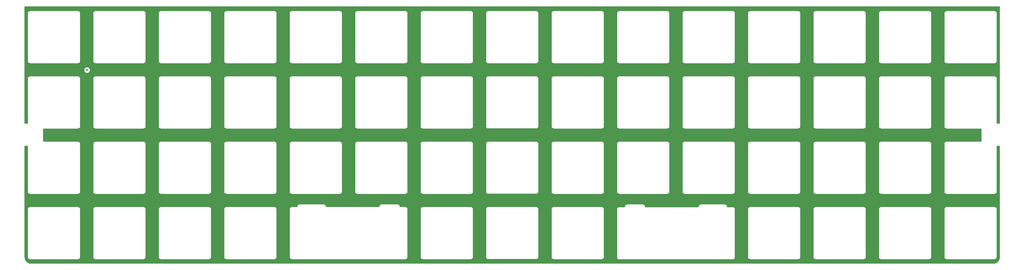
<source format=gbr>
G04 #@! TF.GenerationSoftware,KiCad,Pcbnew,(5.1.10-1-10_14)*
G04 #@! TF.CreationDate,2021-08-16T21:05:57+02:00*
G04 #@! TF.ProjectId,plate-ortho,706c6174-652d-46f7-9274-686f2e6b6963,1*
G04 #@! TF.SameCoordinates,Original*
G04 #@! TF.FileFunction,Copper,L1,Top*
G04 #@! TF.FilePolarity,Positive*
%FSLAX46Y46*%
G04 Gerber Fmt 4.6, Leading zero omitted, Abs format (unit mm)*
G04 Created by KiCad (PCBNEW (5.1.10-1-10_14)) date 2021-08-16 21:05:57*
%MOMM*%
%LPD*%
G01*
G04 APERTURE LIST*
G04 #@! TA.AperFunction,ViaPad*
%ADD10C,0.600000*%
G04 #@! TD*
G04 #@! TA.AperFunction,NonConductor*
%ADD11C,0.254000*%
G04 #@! TD*
G04 #@! TA.AperFunction,NonConductor*
%ADD12C,0.100000*%
G04 #@! TD*
G04 APERTURE END LIST*
D10*
X83820000Y-132159375D03*
D11*
X349265001Y-147665000D02*
X348585000Y-147665000D01*
X348585000Y-134635905D01*
X348588556Y-134599800D01*
X348574365Y-134455715D01*
X348532337Y-134317167D01*
X348464087Y-134189480D01*
X348372238Y-134077562D01*
X348260320Y-133985713D01*
X348132633Y-133917463D01*
X347994085Y-133875435D01*
X347886105Y-133864800D01*
X347850000Y-133861244D01*
X347813895Y-133864800D01*
X333916105Y-133864800D01*
X333880000Y-133861244D01*
X333843895Y-133864800D01*
X333735915Y-133875435D01*
X333597367Y-133917463D01*
X333469680Y-133985713D01*
X333357762Y-134077562D01*
X333265913Y-134189480D01*
X333197663Y-134317167D01*
X333155635Y-134455715D01*
X333141444Y-134599800D01*
X333145001Y-134635915D01*
X333145000Y-148533995D01*
X333141444Y-148570100D01*
X333155635Y-148714185D01*
X333197663Y-148852733D01*
X333265913Y-148980420D01*
X333357762Y-149092338D01*
X333409746Y-149135000D01*
X333469680Y-149184187D01*
X333597367Y-149252437D01*
X333735915Y-149294465D01*
X333880000Y-149308656D01*
X333916105Y-149305100D01*
X343940025Y-149305100D01*
X343940026Y-152915100D01*
X333916105Y-152915100D01*
X333880000Y-152911544D01*
X333843895Y-152915100D01*
X333735915Y-152925735D01*
X333597367Y-152967763D01*
X333469680Y-153036013D01*
X333357762Y-153127862D01*
X333265913Y-153239780D01*
X333197663Y-153367467D01*
X333155635Y-153506015D01*
X333141444Y-153650100D01*
X333145001Y-153686215D01*
X333145000Y-167583995D01*
X333141444Y-167620100D01*
X333155635Y-167764185D01*
X333197663Y-167902733D01*
X333265913Y-168030420D01*
X333357762Y-168142338D01*
X333457617Y-168224287D01*
X333469680Y-168234187D01*
X333597367Y-168302437D01*
X333735915Y-168344465D01*
X333880000Y-168358656D01*
X333916105Y-168355100D01*
X347813895Y-168355100D01*
X347850000Y-168358656D01*
X347886105Y-168355100D01*
X347994085Y-168344465D01*
X348132633Y-168302437D01*
X348260320Y-168234187D01*
X348372238Y-168142338D01*
X348464087Y-168030420D01*
X348532337Y-167902733D01*
X348574365Y-167764185D01*
X348588556Y-167620100D01*
X348585000Y-167583995D01*
X348585000Y-154335000D01*
X349265000Y-154335000D01*
X349265001Y-186683743D01*
X349227929Y-187061838D01*
X349128564Y-187390949D01*
X348967170Y-187694487D01*
X348749891Y-187960896D01*
X348485002Y-188180031D01*
X348182599Y-188343539D01*
X347854195Y-188445197D01*
X347478349Y-188484700D01*
X67535946Y-188484700D01*
X67157862Y-188447629D01*
X66828751Y-188348264D01*
X66525213Y-188186870D01*
X66258804Y-187969591D01*
X66039669Y-187704702D01*
X65876161Y-187402299D01*
X65774503Y-187073895D01*
X65735000Y-186698049D01*
X65735000Y-172699799D01*
X66441444Y-172699799D01*
X66445001Y-172735914D01*
X66445000Y-186633695D01*
X66441444Y-186669800D01*
X66455635Y-186813885D01*
X66497663Y-186952433D01*
X66565913Y-187080120D01*
X66657762Y-187192038D01*
X66736771Y-187256879D01*
X66769680Y-187283887D01*
X66897367Y-187352137D01*
X67035915Y-187394165D01*
X67180000Y-187408356D01*
X67216105Y-187404800D01*
X81113895Y-187404800D01*
X81150000Y-187408356D01*
X81186105Y-187404800D01*
X81254305Y-187398083D01*
X81294085Y-187394165D01*
X81432633Y-187352137D01*
X81560320Y-187283887D01*
X81672238Y-187192038D01*
X81764087Y-187080120D01*
X81832337Y-186952433D01*
X81874365Y-186813885D01*
X81885000Y-186705905D01*
X81885000Y-186705904D01*
X81888556Y-186669800D01*
X81885000Y-186633695D01*
X81885000Y-172735904D01*
X81888556Y-172699799D01*
X85491444Y-172699799D01*
X85495001Y-172735914D01*
X85495000Y-186633695D01*
X85491444Y-186669800D01*
X85505635Y-186813885D01*
X85547663Y-186952433D01*
X85615913Y-187080120D01*
X85707762Y-187192038D01*
X85786771Y-187256879D01*
X85819680Y-187283887D01*
X85947367Y-187352137D01*
X86085915Y-187394165D01*
X86230000Y-187408356D01*
X86266105Y-187404800D01*
X100163895Y-187404800D01*
X100200000Y-187408356D01*
X100236105Y-187404800D01*
X100304305Y-187398083D01*
X100344085Y-187394165D01*
X100482633Y-187352137D01*
X100610320Y-187283887D01*
X100722238Y-187192038D01*
X100814087Y-187080120D01*
X100882337Y-186952433D01*
X100924365Y-186813885D01*
X100935000Y-186705905D01*
X100935000Y-186705904D01*
X100938556Y-186669800D01*
X100935000Y-186633695D01*
X100935000Y-172735904D01*
X100938556Y-172699799D01*
X104541444Y-172699799D01*
X104545001Y-172735914D01*
X104545000Y-186633695D01*
X104541444Y-186669800D01*
X104555635Y-186813885D01*
X104597663Y-186952433D01*
X104665913Y-187080120D01*
X104757762Y-187192038D01*
X104836771Y-187256879D01*
X104869680Y-187283887D01*
X104997367Y-187352137D01*
X105135915Y-187394165D01*
X105280000Y-187408356D01*
X105316105Y-187404800D01*
X119213895Y-187404800D01*
X119250000Y-187408356D01*
X119286105Y-187404800D01*
X119354305Y-187398083D01*
X119394085Y-187394165D01*
X119532633Y-187352137D01*
X119660320Y-187283887D01*
X119772238Y-187192038D01*
X119864087Y-187080120D01*
X119932337Y-186952433D01*
X119974365Y-186813885D01*
X119985000Y-186705905D01*
X119985000Y-186705904D01*
X119988556Y-186669800D01*
X119985000Y-186633695D01*
X119985000Y-172735904D01*
X119988556Y-172699799D01*
X123591444Y-172699799D01*
X123595001Y-172735914D01*
X123595000Y-186633695D01*
X123591444Y-186669800D01*
X123605635Y-186813885D01*
X123647663Y-186952433D01*
X123715913Y-187080120D01*
X123807762Y-187192038D01*
X123886771Y-187256879D01*
X123919680Y-187283887D01*
X124047367Y-187352137D01*
X124185915Y-187394165D01*
X124330000Y-187408356D01*
X124366105Y-187404800D01*
X138263895Y-187404800D01*
X138300000Y-187408356D01*
X138336105Y-187404800D01*
X138404305Y-187398083D01*
X138444085Y-187394165D01*
X138582633Y-187352137D01*
X138710320Y-187283887D01*
X138822238Y-187192038D01*
X138914087Y-187080120D01*
X138982337Y-186952433D01*
X139024365Y-186813885D01*
X139035000Y-186705905D01*
X139035000Y-186705904D01*
X139038556Y-186669800D01*
X139035000Y-186633695D01*
X139035000Y-172735904D01*
X139038556Y-172699799D01*
X142641444Y-172699799D01*
X142645001Y-172735914D01*
X142645000Y-186633695D01*
X142641444Y-186669800D01*
X142655635Y-186813885D01*
X142697663Y-186952433D01*
X142765913Y-187080120D01*
X142857762Y-187192038D01*
X142936771Y-187256879D01*
X142969680Y-187283887D01*
X143097367Y-187352137D01*
X143235915Y-187394165D01*
X143380000Y-187408356D01*
X143416105Y-187404800D01*
X176363895Y-187404800D01*
X176400000Y-187408356D01*
X176436105Y-187404800D01*
X176504305Y-187398083D01*
X176544085Y-187394165D01*
X176682633Y-187352137D01*
X176810320Y-187283887D01*
X176922238Y-187192038D01*
X177014087Y-187080120D01*
X177082337Y-186952433D01*
X177124365Y-186813885D01*
X177135000Y-186705905D01*
X177135000Y-186705904D01*
X177138556Y-186669800D01*
X177135000Y-186633695D01*
X177135000Y-172735904D01*
X177138556Y-172699799D01*
X180741444Y-172699799D01*
X180745001Y-172735914D01*
X180745000Y-186633695D01*
X180741444Y-186669800D01*
X180755635Y-186813885D01*
X180797663Y-186952433D01*
X180865913Y-187080120D01*
X180957762Y-187192038D01*
X181036771Y-187256879D01*
X181069680Y-187283887D01*
X181197367Y-187352137D01*
X181335915Y-187394165D01*
X181480000Y-187408356D01*
X181516105Y-187404800D01*
X195413895Y-187404800D01*
X195450000Y-187408356D01*
X195486105Y-187404800D01*
X195554305Y-187398083D01*
X195594085Y-187394165D01*
X195732633Y-187352137D01*
X195860320Y-187283887D01*
X195972238Y-187192038D01*
X196064087Y-187080120D01*
X196132337Y-186952433D01*
X196174365Y-186813885D01*
X196185000Y-186705905D01*
X196185000Y-186705904D01*
X196188556Y-186669800D01*
X196185000Y-186633695D01*
X196185000Y-172735904D01*
X196188556Y-172699799D01*
X196187581Y-172689899D01*
X199776444Y-172689899D01*
X199780001Y-172726014D01*
X199780000Y-186623795D01*
X199776444Y-186659900D01*
X199790635Y-186803985D01*
X199832663Y-186942533D01*
X199900913Y-187070220D01*
X199992762Y-187182138D01*
X200083834Y-187256879D01*
X200104680Y-187273987D01*
X200232367Y-187342237D01*
X200370915Y-187384265D01*
X200515000Y-187398456D01*
X200551105Y-187394900D01*
X214448895Y-187394900D01*
X214485000Y-187398456D01*
X214521105Y-187394900D01*
X214629085Y-187384265D01*
X214767633Y-187342237D01*
X214895320Y-187273987D01*
X215007238Y-187182138D01*
X215099087Y-187070220D01*
X215167337Y-186942533D01*
X215209365Y-186803985D01*
X215223556Y-186659900D01*
X215220000Y-186623795D01*
X215220000Y-172726004D01*
X215222580Y-172699799D01*
X218841444Y-172699799D01*
X218845001Y-172735914D01*
X218845000Y-186633695D01*
X218841444Y-186669800D01*
X218855635Y-186813885D01*
X218897663Y-186952433D01*
X218965913Y-187080120D01*
X219057762Y-187192038D01*
X219136771Y-187256879D01*
X219169680Y-187283887D01*
X219297367Y-187352137D01*
X219435915Y-187394165D01*
X219580000Y-187408356D01*
X219616105Y-187404800D01*
X233513895Y-187404800D01*
X233550000Y-187408356D01*
X233586105Y-187404800D01*
X233654305Y-187398083D01*
X233694085Y-187394165D01*
X233832633Y-187352137D01*
X233960320Y-187283887D01*
X234072238Y-187192038D01*
X234164087Y-187080120D01*
X234232337Y-186952433D01*
X234274365Y-186813885D01*
X234285000Y-186705905D01*
X234285000Y-186705904D01*
X234288556Y-186669800D01*
X234285000Y-186633695D01*
X234285000Y-172741050D01*
X237907419Y-172741050D01*
X237910975Y-172777155D01*
X237910976Y-186674936D01*
X237907419Y-186711051D01*
X237921610Y-186855136D01*
X237963638Y-186993684D01*
X238031888Y-187121371D01*
X238123737Y-187233289D01*
X238235655Y-187325138D01*
X238363342Y-187393388D01*
X238501890Y-187435416D01*
X238609870Y-187446051D01*
X238645975Y-187449607D01*
X238682080Y-187446051D01*
X271629870Y-187446051D01*
X271665975Y-187449607D01*
X271702080Y-187446051D01*
X271810060Y-187435416D01*
X271948608Y-187393388D01*
X272076295Y-187325138D01*
X272188213Y-187233289D01*
X272280062Y-187121371D01*
X272348312Y-186993684D01*
X272390340Y-186855136D01*
X272404531Y-186711051D01*
X272400975Y-186674946D01*
X272400975Y-172777155D01*
X272404531Y-172741050D01*
X272400469Y-172699799D01*
X275991444Y-172699799D01*
X275995001Y-172735914D01*
X275995000Y-186633695D01*
X275991444Y-186669800D01*
X276005635Y-186813885D01*
X276047663Y-186952433D01*
X276115913Y-187080120D01*
X276207762Y-187192038D01*
X276286771Y-187256879D01*
X276319680Y-187283887D01*
X276447367Y-187352137D01*
X276585915Y-187394165D01*
X276730000Y-187408356D01*
X276766105Y-187404800D01*
X290663895Y-187404800D01*
X290700000Y-187408356D01*
X290736105Y-187404800D01*
X290804305Y-187398083D01*
X290844085Y-187394165D01*
X290982633Y-187352137D01*
X291110320Y-187283887D01*
X291222238Y-187192038D01*
X291314087Y-187080120D01*
X291382337Y-186952433D01*
X291424365Y-186813885D01*
X291435000Y-186705905D01*
X291435000Y-186705904D01*
X291438556Y-186669800D01*
X291435000Y-186633695D01*
X291435000Y-172735904D01*
X291438556Y-172699799D01*
X295041444Y-172699799D01*
X295045001Y-172735914D01*
X295045000Y-186633695D01*
X295041444Y-186669800D01*
X295055635Y-186813885D01*
X295097663Y-186952433D01*
X295165913Y-187080120D01*
X295257762Y-187192038D01*
X295336771Y-187256879D01*
X295369680Y-187283887D01*
X295497367Y-187352137D01*
X295635915Y-187394165D01*
X295780000Y-187408356D01*
X295816105Y-187404800D01*
X309713895Y-187404800D01*
X309750000Y-187408356D01*
X309786105Y-187404800D01*
X309854305Y-187398083D01*
X309894085Y-187394165D01*
X310032633Y-187352137D01*
X310160320Y-187283887D01*
X310272238Y-187192038D01*
X310364087Y-187080120D01*
X310432337Y-186952433D01*
X310474365Y-186813885D01*
X310485000Y-186705905D01*
X310485000Y-186705904D01*
X310488556Y-186669800D01*
X310485000Y-186633695D01*
X310485000Y-172735904D01*
X310488556Y-172699799D01*
X314091443Y-172699799D01*
X314095000Y-172735914D01*
X314094999Y-186633695D01*
X314091443Y-186669800D01*
X314105634Y-186813885D01*
X314147662Y-186952433D01*
X314215912Y-187080120D01*
X314307761Y-187192038D01*
X314386770Y-187256879D01*
X314419679Y-187283887D01*
X314547366Y-187352137D01*
X314685914Y-187394165D01*
X314829999Y-187408356D01*
X314866104Y-187404800D01*
X328763895Y-187404800D01*
X328800000Y-187408356D01*
X328836105Y-187404800D01*
X328904305Y-187398083D01*
X328944085Y-187394165D01*
X329082633Y-187352137D01*
X329210320Y-187283887D01*
X329322238Y-187192038D01*
X329414087Y-187080120D01*
X329482337Y-186952433D01*
X329524365Y-186813885D01*
X329535000Y-186705905D01*
X329535000Y-186705904D01*
X329538556Y-186669800D01*
X329535000Y-186633695D01*
X329535000Y-172735904D01*
X329538556Y-172699799D01*
X333141444Y-172699799D01*
X333145001Y-172735914D01*
X333145000Y-186633695D01*
X333141444Y-186669800D01*
X333155635Y-186813885D01*
X333197663Y-186952433D01*
X333265913Y-187080120D01*
X333357762Y-187192038D01*
X333436771Y-187256879D01*
X333469680Y-187283887D01*
X333597367Y-187352137D01*
X333735915Y-187394165D01*
X333880000Y-187408356D01*
X333916105Y-187404800D01*
X347813895Y-187404800D01*
X347850000Y-187408356D01*
X347886105Y-187404800D01*
X347954305Y-187398083D01*
X347994085Y-187394165D01*
X348132633Y-187352137D01*
X348260320Y-187283887D01*
X348372238Y-187192038D01*
X348464087Y-187080120D01*
X348532337Y-186952433D01*
X348574365Y-186813885D01*
X348585000Y-186705905D01*
X348585000Y-186705904D01*
X348588556Y-186669800D01*
X348585000Y-186633695D01*
X348585000Y-172735904D01*
X348588556Y-172699799D01*
X348574365Y-172555714D01*
X348532337Y-172417166D01*
X348464087Y-172289479D01*
X348372238Y-172177561D01*
X348260320Y-172085712D01*
X348132633Y-172017462D01*
X347994085Y-171975434D01*
X347886105Y-171964799D01*
X347850000Y-171961243D01*
X347813895Y-171964799D01*
X333916105Y-171964799D01*
X333880000Y-171961243D01*
X333843895Y-171964799D01*
X333735915Y-171975434D01*
X333597367Y-172017462D01*
X333469680Y-172085712D01*
X333357762Y-172177561D01*
X333265913Y-172289479D01*
X333197663Y-172417166D01*
X333155635Y-172555714D01*
X333141444Y-172699799D01*
X329538556Y-172699799D01*
X329524365Y-172555714D01*
X329482337Y-172417166D01*
X329414087Y-172289479D01*
X329322238Y-172177561D01*
X329210320Y-172085712D01*
X329082633Y-172017462D01*
X328944085Y-171975434D01*
X328836105Y-171964799D01*
X328800000Y-171961243D01*
X328763895Y-171964799D01*
X314866104Y-171964799D01*
X314829999Y-171961243D01*
X314793894Y-171964799D01*
X314685914Y-171975434D01*
X314547366Y-172017462D01*
X314419679Y-172085712D01*
X314307761Y-172177561D01*
X314215912Y-172289479D01*
X314147662Y-172417166D01*
X314105634Y-172555714D01*
X314091443Y-172699799D01*
X310488556Y-172699799D01*
X310474365Y-172555714D01*
X310432337Y-172417166D01*
X310364087Y-172289479D01*
X310272238Y-172177561D01*
X310160320Y-172085712D01*
X310032633Y-172017462D01*
X309894085Y-171975434D01*
X309786105Y-171964799D01*
X309750000Y-171961243D01*
X309713895Y-171964799D01*
X295816105Y-171964799D01*
X295780000Y-171961243D01*
X295743895Y-171964799D01*
X295635915Y-171975434D01*
X295497367Y-172017462D01*
X295369680Y-172085712D01*
X295257762Y-172177561D01*
X295165913Y-172289479D01*
X295097663Y-172417166D01*
X295055635Y-172555714D01*
X295041444Y-172699799D01*
X291438556Y-172699799D01*
X291424365Y-172555714D01*
X291382337Y-172417166D01*
X291314087Y-172289479D01*
X291222238Y-172177561D01*
X291110320Y-172085712D01*
X290982633Y-172017462D01*
X290844085Y-171975434D01*
X290736105Y-171964799D01*
X290700000Y-171961243D01*
X290663895Y-171964799D01*
X276766105Y-171964799D01*
X276730000Y-171961243D01*
X276693895Y-171964799D01*
X276585915Y-171975434D01*
X276447367Y-172017462D01*
X276319680Y-172085712D01*
X276207762Y-172177561D01*
X276115913Y-172289479D01*
X276047663Y-172417166D01*
X276005635Y-172555714D01*
X275991444Y-172699799D01*
X272400469Y-172699799D01*
X272390340Y-172596965D01*
X272348312Y-172458417D01*
X272280062Y-172330730D01*
X272188213Y-172218812D01*
X272076295Y-172126963D01*
X271948608Y-172058713D01*
X271810060Y-172016685D01*
X271702080Y-172006050D01*
X271665975Y-172002494D01*
X271629870Y-172006050D01*
X270114975Y-172006050D01*
X270114975Y-171989156D01*
X270118531Y-171953051D01*
X270104340Y-171808966D01*
X270062312Y-171670418D01*
X269994062Y-171542731D01*
X269902213Y-171430813D01*
X269790295Y-171338964D01*
X269662608Y-171270714D01*
X269524060Y-171228686D01*
X269416080Y-171218051D01*
X269379975Y-171214495D01*
X269343870Y-171218051D01*
X262431080Y-171218051D01*
X262394975Y-171214495D01*
X262358870Y-171218051D01*
X262250890Y-171228686D01*
X262112342Y-171270714D01*
X261984655Y-171338964D01*
X261872737Y-171430813D01*
X261780888Y-171542731D01*
X261712638Y-171670418D01*
X261670610Y-171808966D01*
X261656419Y-171953051D01*
X261659975Y-171989156D01*
X261659975Y-172006050D01*
X246238975Y-172006050D01*
X246238975Y-171989156D01*
X246242531Y-171953051D01*
X246228340Y-171808966D01*
X246186312Y-171670418D01*
X246118062Y-171542731D01*
X246026213Y-171430813D01*
X245914295Y-171338964D01*
X245786608Y-171270714D01*
X245648060Y-171228686D01*
X245540080Y-171218051D01*
X245503975Y-171214495D01*
X245467870Y-171218051D01*
X240968080Y-171218051D01*
X240931975Y-171214495D01*
X240895870Y-171218051D01*
X240787890Y-171228686D01*
X240649342Y-171270714D01*
X240521655Y-171338964D01*
X240409737Y-171430813D01*
X240317888Y-171542731D01*
X240249638Y-171670418D01*
X240207610Y-171808966D01*
X240193419Y-171953051D01*
X240196975Y-171989156D01*
X240196975Y-172006050D01*
X238682080Y-172006050D01*
X238645975Y-172002494D01*
X238609870Y-172006050D01*
X238501890Y-172016685D01*
X238363342Y-172058713D01*
X238235655Y-172126963D01*
X238123737Y-172218812D01*
X238031888Y-172330730D01*
X237963638Y-172458417D01*
X237921610Y-172596965D01*
X237907419Y-172741050D01*
X234285000Y-172741050D01*
X234285000Y-172735904D01*
X234288556Y-172699799D01*
X234274365Y-172555714D01*
X234232337Y-172417166D01*
X234164087Y-172289479D01*
X234072238Y-172177561D01*
X233960320Y-172085712D01*
X233832633Y-172017462D01*
X233694085Y-171975434D01*
X233586105Y-171964799D01*
X233550000Y-171961243D01*
X233513895Y-171964799D01*
X219616105Y-171964799D01*
X219580000Y-171961243D01*
X219543895Y-171964799D01*
X219435915Y-171975434D01*
X219297367Y-172017462D01*
X219169680Y-172085712D01*
X219057762Y-172177561D01*
X218965913Y-172289479D01*
X218897663Y-172417166D01*
X218855635Y-172555714D01*
X218841444Y-172699799D01*
X215222580Y-172699799D01*
X215223556Y-172689899D01*
X215209365Y-172545814D01*
X215167337Y-172407266D01*
X215099087Y-172279579D01*
X215007238Y-172167661D01*
X214895320Y-172075812D01*
X214767633Y-172007562D01*
X214629085Y-171965534D01*
X214521105Y-171954899D01*
X214485000Y-171951343D01*
X214448895Y-171954899D01*
X200551105Y-171954899D01*
X200515000Y-171951343D01*
X200478895Y-171954899D01*
X200370915Y-171965534D01*
X200232367Y-172007562D01*
X200104680Y-172075812D01*
X199992762Y-172167661D01*
X199900913Y-172279579D01*
X199832663Y-172407266D01*
X199790635Y-172545814D01*
X199776444Y-172689899D01*
X196187581Y-172689899D01*
X196174365Y-172555714D01*
X196132337Y-172417166D01*
X196064087Y-172289479D01*
X195972238Y-172177561D01*
X195860320Y-172085712D01*
X195732633Y-172017462D01*
X195594085Y-171975434D01*
X195486105Y-171964799D01*
X195450000Y-171961243D01*
X195413895Y-171964799D01*
X181516105Y-171964799D01*
X181480000Y-171961243D01*
X181443895Y-171964799D01*
X181335915Y-171975434D01*
X181197367Y-172017462D01*
X181069680Y-172085712D01*
X180957762Y-172177561D01*
X180865913Y-172289479D01*
X180797663Y-172417166D01*
X180755635Y-172555714D01*
X180741444Y-172699799D01*
X177138556Y-172699799D01*
X177124365Y-172555714D01*
X177082337Y-172417166D01*
X177014087Y-172289479D01*
X176922238Y-172177561D01*
X176810320Y-172085712D01*
X176682633Y-172017462D01*
X176544085Y-171975434D01*
X176436105Y-171964799D01*
X176400000Y-171961243D01*
X176363895Y-171964799D01*
X174849000Y-171964799D01*
X174849000Y-171947905D01*
X174852556Y-171911800D01*
X174838365Y-171767715D01*
X174796337Y-171629167D01*
X174728087Y-171501480D01*
X174636238Y-171389562D01*
X174524320Y-171297713D01*
X174396633Y-171229463D01*
X174258085Y-171187435D01*
X174150105Y-171176800D01*
X174114000Y-171173244D01*
X174077895Y-171176800D01*
X169578105Y-171176800D01*
X169542000Y-171173244D01*
X169505895Y-171176800D01*
X169397915Y-171187435D01*
X169259367Y-171229463D01*
X169131680Y-171297713D01*
X169019762Y-171389562D01*
X168927913Y-171501480D01*
X168859663Y-171629167D01*
X168817635Y-171767715D01*
X168803444Y-171911800D01*
X168807000Y-171947905D01*
X168807000Y-171964799D01*
X153386000Y-171964799D01*
X153386000Y-171947905D01*
X153389556Y-171911800D01*
X153375365Y-171767715D01*
X153333337Y-171629167D01*
X153265087Y-171501480D01*
X153173238Y-171389562D01*
X153061320Y-171297713D01*
X152933633Y-171229463D01*
X152795085Y-171187435D01*
X152687105Y-171176800D01*
X152651000Y-171173244D01*
X152614895Y-171176800D01*
X145702105Y-171176800D01*
X145666000Y-171173244D01*
X145629895Y-171176800D01*
X145521915Y-171187435D01*
X145383367Y-171229463D01*
X145255680Y-171297713D01*
X145143762Y-171389562D01*
X145051913Y-171501480D01*
X144983663Y-171629167D01*
X144941635Y-171767715D01*
X144927444Y-171911800D01*
X144931000Y-171947905D01*
X144931000Y-171964799D01*
X143416105Y-171964799D01*
X143380000Y-171961243D01*
X143343895Y-171964799D01*
X143235915Y-171975434D01*
X143097367Y-172017462D01*
X142969680Y-172085712D01*
X142857762Y-172177561D01*
X142765913Y-172289479D01*
X142697663Y-172417166D01*
X142655635Y-172555714D01*
X142641444Y-172699799D01*
X139038556Y-172699799D01*
X139024365Y-172555714D01*
X138982337Y-172417166D01*
X138914087Y-172289479D01*
X138822238Y-172177561D01*
X138710320Y-172085712D01*
X138582633Y-172017462D01*
X138444085Y-171975434D01*
X138336105Y-171964799D01*
X138300000Y-171961243D01*
X138263895Y-171964799D01*
X124366105Y-171964799D01*
X124330000Y-171961243D01*
X124293895Y-171964799D01*
X124185915Y-171975434D01*
X124047367Y-172017462D01*
X123919680Y-172085712D01*
X123807762Y-172177561D01*
X123715913Y-172289479D01*
X123647663Y-172417166D01*
X123605635Y-172555714D01*
X123591444Y-172699799D01*
X119988556Y-172699799D01*
X119974365Y-172555714D01*
X119932337Y-172417166D01*
X119864087Y-172289479D01*
X119772238Y-172177561D01*
X119660320Y-172085712D01*
X119532633Y-172017462D01*
X119394085Y-171975434D01*
X119286105Y-171964799D01*
X119250000Y-171961243D01*
X119213895Y-171964799D01*
X105316105Y-171964799D01*
X105280000Y-171961243D01*
X105243895Y-171964799D01*
X105135915Y-171975434D01*
X104997367Y-172017462D01*
X104869680Y-172085712D01*
X104757762Y-172177561D01*
X104665913Y-172289479D01*
X104597663Y-172417166D01*
X104555635Y-172555714D01*
X104541444Y-172699799D01*
X100938556Y-172699799D01*
X100924365Y-172555714D01*
X100882337Y-172417166D01*
X100814087Y-172289479D01*
X100722238Y-172177561D01*
X100610320Y-172085712D01*
X100482633Y-172017462D01*
X100344085Y-171975434D01*
X100236105Y-171964799D01*
X100200000Y-171961243D01*
X100163895Y-171964799D01*
X86266105Y-171964799D01*
X86230000Y-171961243D01*
X86193895Y-171964799D01*
X86085915Y-171975434D01*
X85947367Y-172017462D01*
X85819680Y-172085712D01*
X85707762Y-172177561D01*
X85615913Y-172289479D01*
X85547663Y-172417166D01*
X85505635Y-172555714D01*
X85491444Y-172699799D01*
X81888556Y-172699799D01*
X81874365Y-172555714D01*
X81832337Y-172417166D01*
X81764087Y-172289479D01*
X81672238Y-172177561D01*
X81560320Y-172085712D01*
X81432633Y-172017462D01*
X81294085Y-171975434D01*
X81186105Y-171964799D01*
X81150000Y-171961243D01*
X81113895Y-171964799D01*
X67216105Y-171964799D01*
X67180000Y-171961243D01*
X67143895Y-171964799D01*
X67035915Y-171975434D01*
X66897367Y-172017462D01*
X66769680Y-172085712D01*
X66657762Y-172177561D01*
X66565913Y-172289479D01*
X66497663Y-172417166D01*
X66455635Y-172555714D01*
X66441444Y-172699799D01*
X65735000Y-172699799D01*
X65735000Y-154335000D01*
X66445001Y-154335000D01*
X66445000Y-167583995D01*
X66441444Y-167620100D01*
X66455635Y-167764185D01*
X66497663Y-167902733D01*
X66565913Y-168030420D01*
X66657762Y-168142338D01*
X66757617Y-168224287D01*
X66769680Y-168234187D01*
X66897367Y-168302437D01*
X67035915Y-168344465D01*
X67180000Y-168358656D01*
X67216105Y-168355100D01*
X81113895Y-168355100D01*
X81150000Y-168358656D01*
X81186105Y-168355100D01*
X81294085Y-168344465D01*
X81432633Y-168302437D01*
X81560320Y-168234187D01*
X81672238Y-168142338D01*
X81764087Y-168030420D01*
X81832337Y-167902733D01*
X81874365Y-167764185D01*
X81888556Y-167620100D01*
X81885000Y-167583995D01*
X81885000Y-153686205D01*
X81888556Y-153650100D01*
X85491444Y-153650100D01*
X85495001Y-153686215D01*
X85495000Y-167583995D01*
X85491444Y-167620100D01*
X85505635Y-167764185D01*
X85547663Y-167902733D01*
X85615913Y-168030420D01*
X85707762Y-168142338D01*
X85807617Y-168224287D01*
X85819680Y-168234187D01*
X85947367Y-168302437D01*
X86085915Y-168344465D01*
X86230000Y-168358656D01*
X86266105Y-168355100D01*
X100163895Y-168355100D01*
X100200000Y-168358656D01*
X100236105Y-168355100D01*
X100344085Y-168344465D01*
X100482633Y-168302437D01*
X100610320Y-168234187D01*
X100722238Y-168142338D01*
X100814087Y-168030420D01*
X100882337Y-167902733D01*
X100924365Y-167764185D01*
X100938556Y-167620100D01*
X100935000Y-167583995D01*
X100935000Y-153686205D01*
X100938556Y-153650100D01*
X104541444Y-153650100D01*
X104545001Y-153686215D01*
X104545000Y-167583995D01*
X104541444Y-167620100D01*
X104555635Y-167764185D01*
X104597663Y-167902733D01*
X104665913Y-168030420D01*
X104757762Y-168142338D01*
X104857617Y-168224287D01*
X104869680Y-168234187D01*
X104997367Y-168302437D01*
X105135915Y-168344465D01*
X105280000Y-168358656D01*
X105316105Y-168355100D01*
X119213895Y-168355100D01*
X119250000Y-168358656D01*
X119286105Y-168355100D01*
X119394085Y-168344465D01*
X119532633Y-168302437D01*
X119660320Y-168234187D01*
X119772238Y-168142338D01*
X119864087Y-168030420D01*
X119932337Y-167902733D01*
X119974365Y-167764185D01*
X119988556Y-167620100D01*
X119985000Y-167583995D01*
X119985000Y-153686205D01*
X119988556Y-153650100D01*
X123591444Y-153650100D01*
X123595001Y-153686215D01*
X123595000Y-167583995D01*
X123591444Y-167620100D01*
X123605635Y-167764185D01*
X123647663Y-167902733D01*
X123715913Y-168030420D01*
X123807762Y-168142338D01*
X123907617Y-168224287D01*
X123919680Y-168234187D01*
X124047367Y-168302437D01*
X124185915Y-168344465D01*
X124330000Y-168358656D01*
X124366105Y-168355100D01*
X138263895Y-168355100D01*
X138300000Y-168358656D01*
X138336105Y-168355100D01*
X138444085Y-168344465D01*
X138582633Y-168302437D01*
X138710320Y-168234187D01*
X138822238Y-168142338D01*
X138914087Y-168030420D01*
X138982337Y-167902733D01*
X139024365Y-167764185D01*
X139038556Y-167620100D01*
X139035000Y-167583995D01*
X139035000Y-153686205D01*
X139038556Y-153650100D01*
X142641444Y-153650100D01*
X142645001Y-153686215D01*
X142645000Y-167583995D01*
X142641444Y-167620100D01*
X142655635Y-167764185D01*
X142697663Y-167902733D01*
X142765913Y-168030420D01*
X142857762Y-168142338D01*
X142957617Y-168224287D01*
X142969680Y-168234187D01*
X143097367Y-168302437D01*
X143235915Y-168344465D01*
X143380000Y-168358656D01*
X143416105Y-168355100D01*
X157313895Y-168355100D01*
X157350000Y-168358656D01*
X157386105Y-168355100D01*
X157494085Y-168344465D01*
X157632633Y-168302437D01*
X157760320Y-168234187D01*
X157872238Y-168142338D01*
X157964087Y-168030420D01*
X158032337Y-167902733D01*
X158074365Y-167764185D01*
X158088556Y-167620100D01*
X158085000Y-167583995D01*
X158085000Y-153686205D01*
X158088556Y-153650100D01*
X161691444Y-153650100D01*
X161695001Y-153686215D01*
X161695000Y-167583995D01*
X161691444Y-167620100D01*
X161705635Y-167764185D01*
X161747663Y-167902733D01*
X161815913Y-168030420D01*
X161907762Y-168142338D01*
X162007617Y-168224287D01*
X162019680Y-168234187D01*
X162147367Y-168302437D01*
X162285915Y-168344465D01*
X162430000Y-168358656D01*
X162466105Y-168355100D01*
X176363895Y-168355100D01*
X176400000Y-168358656D01*
X176436105Y-168355100D01*
X176544085Y-168344465D01*
X176682633Y-168302437D01*
X176810320Y-168234187D01*
X176922238Y-168142338D01*
X177014087Y-168030420D01*
X177082337Y-167902733D01*
X177124365Y-167764185D01*
X177138556Y-167620100D01*
X177135000Y-167583995D01*
X177135000Y-153686205D01*
X177138556Y-153650100D01*
X180741444Y-153650100D01*
X180745001Y-153686215D01*
X180745000Y-167583995D01*
X180741444Y-167620100D01*
X180755635Y-167764185D01*
X180797663Y-167902733D01*
X180865913Y-168030420D01*
X180957762Y-168142338D01*
X181057617Y-168224287D01*
X181069680Y-168234187D01*
X181197367Y-168302437D01*
X181335915Y-168344465D01*
X181480000Y-168358656D01*
X181516105Y-168355100D01*
X195413895Y-168355100D01*
X195450000Y-168358656D01*
X195486105Y-168355100D01*
X195594085Y-168344465D01*
X195732633Y-168302437D01*
X195860320Y-168234187D01*
X195972238Y-168142338D01*
X196064087Y-168030420D01*
X196132337Y-167902733D01*
X196174365Y-167764185D01*
X196188556Y-167620100D01*
X196185000Y-167583995D01*
X196185000Y-153686205D01*
X196188556Y-153650100D01*
X196187581Y-153640200D01*
X199776444Y-153640200D01*
X199780001Y-153676315D01*
X199780000Y-167574095D01*
X199776444Y-167610200D01*
X199790635Y-167754285D01*
X199832663Y-167892833D01*
X199900913Y-168020520D01*
X199992762Y-168132438D01*
X200104680Y-168224287D01*
X200232367Y-168292537D01*
X200370915Y-168334565D01*
X200515000Y-168348756D01*
X200551105Y-168345200D01*
X214448895Y-168345200D01*
X214485000Y-168348756D01*
X214521105Y-168345200D01*
X214629085Y-168334565D01*
X214767633Y-168292537D01*
X214895320Y-168224287D01*
X215007238Y-168132438D01*
X215099087Y-168020520D01*
X215167337Y-167892833D01*
X215209365Y-167754285D01*
X215223556Y-167610200D01*
X215220000Y-167574095D01*
X215220000Y-153676305D01*
X215222580Y-153650100D01*
X218841444Y-153650100D01*
X218845001Y-153686215D01*
X218845000Y-167583995D01*
X218841444Y-167620100D01*
X218855635Y-167764185D01*
X218897663Y-167902733D01*
X218965913Y-168030420D01*
X219057762Y-168142338D01*
X219157617Y-168224287D01*
X219169680Y-168234187D01*
X219297367Y-168302437D01*
X219435915Y-168344465D01*
X219580000Y-168358656D01*
X219616105Y-168355100D01*
X233513895Y-168355100D01*
X233550000Y-168358656D01*
X233586105Y-168355100D01*
X233694085Y-168344465D01*
X233832633Y-168302437D01*
X233960320Y-168234187D01*
X234072238Y-168142338D01*
X234164087Y-168030420D01*
X234232337Y-167902733D01*
X234274365Y-167764185D01*
X234288556Y-167620100D01*
X234285000Y-167583995D01*
X234285000Y-153686205D01*
X234288556Y-153650100D01*
X237891444Y-153650100D01*
X237895001Y-153686215D01*
X237895000Y-167583995D01*
X237891444Y-167620100D01*
X237905635Y-167764185D01*
X237947663Y-167902733D01*
X238015913Y-168030420D01*
X238107762Y-168142338D01*
X238207617Y-168224287D01*
X238219680Y-168234187D01*
X238347367Y-168302437D01*
X238485915Y-168344465D01*
X238630000Y-168358656D01*
X238666105Y-168355100D01*
X252563895Y-168355100D01*
X252600000Y-168358656D01*
X252636105Y-168355100D01*
X252744085Y-168344465D01*
X252882633Y-168302437D01*
X253010320Y-168234187D01*
X253122238Y-168142338D01*
X253214087Y-168030420D01*
X253282337Y-167902733D01*
X253324365Y-167764185D01*
X253338556Y-167620100D01*
X253335000Y-167583995D01*
X253335000Y-153686205D01*
X253338556Y-153650100D01*
X256941444Y-153650100D01*
X256945001Y-153686215D01*
X256945000Y-167583995D01*
X256941444Y-167620100D01*
X256955635Y-167764185D01*
X256997663Y-167902733D01*
X257065913Y-168030420D01*
X257157762Y-168142338D01*
X257257617Y-168224287D01*
X257269680Y-168234187D01*
X257397367Y-168302437D01*
X257535915Y-168344465D01*
X257680000Y-168358656D01*
X257716105Y-168355100D01*
X271613895Y-168355100D01*
X271650000Y-168358656D01*
X271686105Y-168355100D01*
X271794085Y-168344465D01*
X271932633Y-168302437D01*
X272060320Y-168234187D01*
X272172238Y-168142338D01*
X272264087Y-168030420D01*
X272332337Y-167902733D01*
X272374365Y-167764185D01*
X272388556Y-167620100D01*
X272385000Y-167583995D01*
X272385000Y-153686205D01*
X272388556Y-153650100D01*
X275991444Y-153650100D01*
X275995001Y-153686215D01*
X275995000Y-167583995D01*
X275991444Y-167620100D01*
X276005635Y-167764185D01*
X276047663Y-167902733D01*
X276115913Y-168030420D01*
X276207762Y-168142338D01*
X276307617Y-168224287D01*
X276319680Y-168234187D01*
X276447367Y-168302437D01*
X276585915Y-168344465D01*
X276730000Y-168358656D01*
X276766105Y-168355100D01*
X290663895Y-168355100D01*
X290700000Y-168358656D01*
X290736105Y-168355100D01*
X290844085Y-168344465D01*
X290982633Y-168302437D01*
X291110320Y-168234187D01*
X291222238Y-168142338D01*
X291314087Y-168030420D01*
X291382337Y-167902733D01*
X291424365Y-167764185D01*
X291438556Y-167620100D01*
X291435000Y-167583995D01*
X291435000Y-153686205D01*
X291438556Y-153650100D01*
X295041444Y-153650100D01*
X295045001Y-153686215D01*
X295045000Y-167583995D01*
X295041444Y-167620100D01*
X295055635Y-167764185D01*
X295097663Y-167902733D01*
X295165913Y-168030420D01*
X295257762Y-168142338D01*
X295357617Y-168224287D01*
X295369680Y-168234187D01*
X295497367Y-168302437D01*
X295635915Y-168344465D01*
X295780000Y-168358656D01*
X295816105Y-168355100D01*
X309713895Y-168355100D01*
X309750000Y-168358656D01*
X309786105Y-168355100D01*
X309894085Y-168344465D01*
X310032633Y-168302437D01*
X310160320Y-168234187D01*
X310272238Y-168142338D01*
X310364087Y-168030420D01*
X310432337Y-167902733D01*
X310474365Y-167764185D01*
X310488556Y-167620100D01*
X310485000Y-167583995D01*
X310485000Y-153686205D01*
X310488556Y-153650100D01*
X314091443Y-153650100D01*
X314095000Y-153686215D01*
X314094999Y-167583995D01*
X314091443Y-167620100D01*
X314105634Y-167764185D01*
X314147662Y-167902733D01*
X314215912Y-168030420D01*
X314307761Y-168142338D01*
X314407616Y-168224287D01*
X314419679Y-168234187D01*
X314547366Y-168302437D01*
X314685914Y-168344465D01*
X314829999Y-168358656D01*
X314866104Y-168355100D01*
X328763895Y-168355100D01*
X328800000Y-168358656D01*
X328836105Y-168355100D01*
X328944085Y-168344465D01*
X329082633Y-168302437D01*
X329210320Y-168234187D01*
X329322238Y-168142338D01*
X329414087Y-168030420D01*
X329482337Y-167902733D01*
X329524365Y-167764185D01*
X329538556Y-167620100D01*
X329535000Y-167583995D01*
X329535000Y-153686205D01*
X329538556Y-153650100D01*
X329524365Y-153506015D01*
X329482337Y-153367467D01*
X329414087Y-153239780D01*
X329322238Y-153127862D01*
X329210320Y-153036013D01*
X329082633Y-152967763D01*
X328944085Y-152925735D01*
X328836105Y-152915100D01*
X328800000Y-152911544D01*
X328763895Y-152915100D01*
X314866104Y-152915100D01*
X314829999Y-152911544D01*
X314793894Y-152915100D01*
X314685914Y-152925735D01*
X314547366Y-152967763D01*
X314419679Y-153036013D01*
X314307761Y-153127862D01*
X314215912Y-153239780D01*
X314147662Y-153367467D01*
X314105634Y-153506015D01*
X314091443Y-153650100D01*
X310488556Y-153650100D01*
X310474365Y-153506015D01*
X310432337Y-153367467D01*
X310364087Y-153239780D01*
X310272238Y-153127862D01*
X310160320Y-153036013D01*
X310032633Y-152967763D01*
X309894085Y-152925735D01*
X309786105Y-152915100D01*
X309750000Y-152911544D01*
X309713895Y-152915100D01*
X295816105Y-152915100D01*
X295780000Y-152911544D01*
X295743895Y-152915100D01*
X295635915Y-152925735D01*
X295497367Y-152967763D01*
X295369680Y-153036013D01*
X295257762Y-153127862D01*
X295165913Y-153239780D01*
X295097663Y-153367467D01*
X295055635Y-153506015D01*
X295041444Y-153650100D01*
X291438556Y-153650100D01*
X291424365Y-153506015D01*
X291382337Y-153367467D01*
X291314087Y-153239780D01*
X291222238Y-153127862D01*
X291110320Y-153036013D01*
X290982633Y-152967763D01*
X290844085Y-152925735D01*
X290736105Y-152915100D01*
X290700000Y-152911544D01*
X290663895Y-152915100D01*
X276766105Y-152915100D01*
X276730000Y-152911544D01*
X276693895Y-152915100D01*
X276585915Y-152925735D01*
X276447367Y-152967763D01*
X276319680Y-153036013D01*
X276207762Y-153127862D01*
X276115913Y-153239780D01*
X276047663Y-153367467D01*
X276005635Y-153506015D01*
X275991444Y-153650100D01*
X272388556Y-153650100D01*
X272374365Y-153506015D01*
X272332337Y-153367467D01*
X272264087Y-153239780D01*
X272172238Y-153127862D01*
X272060320Y-153036013D01*
X271932633Y-152967763D01*
X271794085Y-152925735D01*
X271686105Y-152915100D01*
X271650000Y-152911544D01*
X271613895Y-152915100D01*
X257716105Y-152915100D01*
X257680000Y-152911544D01*
X257643895Y-152915100D01*
X257535915Y-152925735D01*
X257397367Y-152967763D01*
X257269680Y-153036013D01*
X257157762Y-153127862D01*
X257065913Y-153239780D01*
X256997663Y-153367467D01*
X256955635Y-153506015D01*
X256941444Y-153650100D01*
X253338556Y-153650100D01*
X253324365Y-153506015D01*
X253282337Y-153367467D01*
X253214087Y-153239780D01*
X253122238Y-153127862D01*
X253010320Y-153036013D01*
X252882633Y-152967763D01*
X252744085Y-152925735D01*
X252636105Y-152915100D01*
X252600000Y-152911544D01*
X252563895Y-152915100D01*
X238666105Y-152915100D01*
X238630000Y-152911544D01*
X238593895Y-152915100D01*
X238485915Y-152925735D01*
X238347367Y-152967763D01*
X238219680Y-153036013D01*
X238107762Y-153127862D01*
X238015913Y-153239780D01*
X237947663Y-153367467D01*
X237905635Y-153506015D01*
X237891444Y-153650100D01*
X234288556Y-153650100D01*
X234274365Y-153506015D01*
X234232337Y-153367467D01*
X234164087Y-153239780D01*
X234072238Y-153127862D01*
X233960320Y-153036013D01*
X233832633Y-152967763D01*
X233694085Y-152925735D01*
X233586105Y-152915100D01*
X233550000Y-152911544D01*
X233513895Y-152915100D01*
X219616105Y-152915100D01*
X219580000Y-152911544D01*
X219543895Y-152915100D01*
X219435915Y-152925735D01*
X219297367Y-152967763D01*
X219169680Y-153036013D01*
X219057762Y-153127862D01*
X218965913Y-153239780D01*
X218897663Y-153367467D01*
X218855635Y-153506015D01*
X218841444Y-153650100D01*
X215222580Y-153650100D01*
X215223556Y-153640200D01*
X215209365Y-153496115D01*
X215167337Y-153357567D01*
X215099087Y-153229880D01*
X215007238Y-153117962D01*
X214895320Y-153026113D01*
X214767633Y-152957863D01*
X214629085Y-152915835D01*
X214521105Y-152905200D01*
X214485000Y-152901644D01*
X214448895Y-152905200D01*
X200551105Y-152905200D01*
X200515000Y-152901644D01*
X200478895Y-152905200D01*
X200370915Y-152915835D01*
X200232367Y-152957863D01*
X200104680Y-153026113D01*
X199992762Y-153117962D01*
X199900913Y-153229880D01*
X199832663Y-153357567D01*
X199790635Y-153496115D01*
X199776444Y-153640200D01*
X196187581Y-153640200D01*
X196174365Y-153506015D01*
X196132337Y-153367467D01*
X196064087Y-153239780D01*
X195972238Y-153127862D01*
X195860320Y-153036013D01*
X195732633Y-152967763D01*
X195594085Y-152925735D01*
X195486105Y-152915100D01*
X195450000Y-152911544D01*
X195413895Y-152915100D01*
X181516105Y-152915100D01*
X181480000Y-152911544D01*
X181443895Y-152915100D01*
X181335915Y-152925735D01*
X181197367Y-152967763D01*
X181069680Y-153036013D01*
X180957762Y-153127862D01*
X180865913Y-153239780D01*
X180797663Y-153367467D01*
X180755635Y-153506015D01*
X180741444Y-153650100D01*
X177138556Y-153650100D01*
X177124365Y-153506015D01*
X177082337Y-153367467D01*
X177014087Y-153239780D01*
X176922238Y-153127862D01*
X176810320Y-153036013D01*
X176682633Y-152967763D01*
X176544085Y-152925735D01*
X176436105Y-152915100D01*
X176400000Y-152911544D01*
X176363895Y-152915100D01*
X162466105Y-152915100D01*
X162430000Y-152911544D01*
X162393895Y-152915100D01*
X162285915Y-152925735D01*
X162147367Y-152967763D01*
X162019680Y-153036013D01*
X161907762Y-153127862D01*
X161815913Y-153239780D01*
X161747663Y-153367467D01*
X161705635Y-153506015D01*
X161691444Y-153650100D01*
X158088556Y-153650100D01*
X158074365Y-153506015D01*
X158032337Y-153367467D01*
X157964087Y-153239780D01*
X157872238Y-153127862D01*
X157760320Y-153036013D01*
X157632633Y-152967763D01*
X157494085Y-152925735D01*
X157386105Y-152915100D01*
X157350000Y-152911544D01*
X157313895Y-152915100D01*
X143416105Y-152915100D01*
X143380000Y-152911544D01*
X143343895Y-152915100D01*
X143235915Y-152925735D01*
X143097367Y-152967763D01*
X142969680Y-153036013D01*
X142857762Y-153127862D01*
X142765913Y-153239780D01*
X142697663Y-153367467D01*
X142655635Y-153506015D01*
X142641444Y-153650100D01*
X139038556Y-153650100D01*
X139024365Y-153506015D01*
X138982337Y-153367467D01*
X138914087Y-153239780D01*
X138822238Y-153127862D01*
X138710320Y-153036013D01*
X138582633Y-152967763D01*
X138444085Y-152925735D01*
X138336105Y-152915100D01*
X138300000Y-152911544D01*
X138263895Y-152915100D01*
X124366105Y-152915100D01*
X124330000Y-152911544D01*
X124293895Y-152915100D01*
X124185915Y-152925735D01*
X124047367Y-152967763D01*
X123919680Y-153036013D01*
X123807762Y-153127862D01*
X123715913Y-153239780D01*
X123647663Y-153367467D01*
X123605635Y-153506015D01*
X123591444Y-153650100D01*
X119988556Y-153650100D01*
X119974365Y-153506015D01*
X119932337Y-153367467D01*
X119864087Y-153239780D01*
X119772238Y-153127862D01*
X119660320Y-153036013D01*
X119532633Y-152967763D01*
X119394085Y-152925735D01*
X119286105Y-152915100D01*
X119250000Y-152911544D01*
X119213895Y-152915100D01*
X105316105Y-152915100D01*
X105280000Y-152911544D01*
X105243895Y-152915100D01*
X105135915Y-152925735D01*
X104997367Y-152967763D01*
X104869680Y-153036013D01*
X104757762Y-153127862D01*
X104665913Y-153239780D01*
X104597663Y-153367467D01*
X104555635Y-153506015D01*
X104541444Y-153650100D01*
X100938556Y-153650100D01*
X100924365Y-153506015D01*
X100882337Y-153367467D01*
X100814087Y-153239780D01*
X100722238Y-153127862D01*
X100610320Y-153036013D01*
X100482633Y-152967763D01*
X100344085Y-152925735D01*
X100236105Y-152915100D01*
X100200000Y-152911544D01*
X100163895Y-152915100D01*
X86266105Y-152915100D01*
X86230000Y-152911544D01*
X86193895Y-152915100D01*
X86085915Y-152925735D01*
X85947367Y-152967763D01*
X85819680Y-153036013D01*
X85707762Y-153127862D01*
X85615913Y-153239780D01*
X85547663Y-153367467D01*
X85505635Y-153506015D01*
X85491444Y-153650100D01*
X81888556Y-153650100D01*
X81874365Y-153506015D01*
X81832337Y-153367467D01*
X81764087Y-153239780D01*
X81672238Y-153127862D01*
X81560320Y-153036013D01*
X81432633Y-152967763D01*
X81294085Y-152925735D01*
X81186105Y-152915100D01*
X81150000Y-152911544D01*
X81113895Y-152915100D01*
X71089975Y-152915100D01*
X71089975Y-149305100D01*
X81113895Y-149305100D01*
X81150000Y-149308656D01*
X81186105Y-149305100D01*
X81294085Y-149294465D01*
X81432633Y-149252437D01*
X81560320Y-149184187D01*
X81672238Y-149092338D01*
X81764087Y-148980420D01*
X81832337Y-148852733D01*
X81874365Y-148714185D01*
X81888556Y-148570100D01*
X81885000Y-148533995D01*
X81885000Y-134635905D01*
X81888556Y-134599800D01*
X85491444Y-134599800D01*
X85495001Y-134635915D01*
X85495000Y-148533995D01*
X85491444Y-148570100D01*
X85505635Y-148714185D01*
X85547663Y-148852733D01*
X85615913Y-148980420D01*
X85707762Y-149092338D01*
X85759746Y-149135000D01*
X85819680Y-149184187D01*
X85947367Y-149252437D01*
X86085915Y-149294465D01*
X86230000Y-149308656D01*
X86266105Y-149305100D01*
X100163895Y-149305100D01*
X100200000Y-149308656D01*
X100236105Y-149305100D01*
X100344085Y-149294465D01*
X100482633Y-149252437D01*
X100610320Y-149184187D01*
X100722238Y-149092338D01*
X100814087Y-148980420D01*
X100882337Y-148852733D01*
X100924365Y-148714185D01*
X100938556Y-148570100D01*
X100935000Y-148533995D01*
X100935000Y-134635905D01*
X100938556Y-134599800D01*
X104541444Y-134599800D01*
X104545001Y-134635915D01*
X104545000Y-148533995D01*
X104541444Y-148570100D01*
X104555635Y-148714185D01*
X104597663Y-148852733D01*
X104665913Y-148980420D01*
X104757762Y-149092338D01*
X104809746Y-149135000D01*
X104869680Y-149184187D01*
X104997367Y-149252437D01*
X105135915Y-149294465D01*
X105280000Y-149308656D01*
X105316105Y-149305100D01*
X119213895Y-149305100D01*
X119250000Y-149308656D01*
X119286105Y-149305100D01*
X119394085Y-149294465D01*
X119532633Y-149252437D01*
X119660320Y-149184187D01*
X119772238Y-149092338D01*
X119864087Y-148980420D01*
X119932337Y-148852733D01*
X119974365Y-148714185D01*
X119988556Y-148570100D01*
X119985000Y-148533995D01*
X119985000Y-134635905D01*
X119988556Y-134599800D01*
X123591444Y-134599800D01*
X123595001Y-134635915D01*
X123595000Y-148533995D01*
X123591444Y-148570100D01*
X123605635Y-148714185D01*
X123647663Y-148852733D01*
X123715913Y-148980420D01*
X123807762Y-149092338D01*
X123859746Y-149135000D01*
X123919680Y-149184187D01*
X124047367Y-149252437D01*
X124185915Y-149294465D01*
X124330000Y-149308656D01*
X124366105Y-149305100D01*
X138263895Y-149305100D01*
X138300000Y-149308656D01*
X138336105Y-149305100D01*
X138444085Y-149294465D01*
X138582633Y-149252437D01*
X138710320Y-149184187D01*
X138822238Y-149092338D01*
X138914087Y-148980420D01*
X138982337Y-148852733D01*
X139024365Y-148714185D01*
X139038556Y-148570100D01*
X139035000Y-148533995D01*
X139035000Y-134635905D01*
X139038556Y-134599800D01*
X142641444Y-134599800D01*
X142645001Y-134635915D01*
X142645000Y-148533995D01*
X142641444Y-148570100D01*
X142655635Y-148714185D01*
X142697663Y-148852733D01*
X142765913Y-148980420D01*
X142857762Y-149092338D01*
X142909746Y-149135000D01*
X142969680Y-149184187D01*
X143097367Y-149252437D01*
X143235915Y-149294465D01*
X143380000Y-149308656D01*
X143416105Y-149305100D01*
X157313895Y-149305100D01*
X157350000Y-149308656D01*
X157386105Y-149305100D01*
X157494085Y-149294465D01*
X157632633Y-149252437D01*
X157760320Y-149184187D01*
X157872238Y-149092338D01*
X157964087Y-148980420D01*
X158032337Y-148852733D01*
X158074365Y-148714185D01*
X158088556Y-148570100D01*
X158085000Y-148533995D01*
X158085000Y-134635905D01*
X158088556Y-134599800D01*
X161691444Y-134599800D01*
X161695001Y-134635915D01*
X161695000Y-148533995D01*
X161691444Y-148570100D01*
X161705635Y-148714185D01*
X161747663Y-148852733D01*
X161815913Y-148980420D01*
X161907762Y-149092338D01*
X161959746Y-149135000D01*
X162019680Y-149184187D01*
X162147367Y-149252437D01*
X162285915Y-149294465D01*
X162430000Y-149308656D01*
X162466105Y-149305100D01*
X176363895Y-149305100D01*
X176400000Y-149308656D01*
X176436105Y-149305100D01*
X176544085Y-149294465D01*
X176682633Y-149252437D01*
X176810320Y-149184187D01*
X176922238Y-149092338D01*
X177014087Y-148980420D01*
X177082337Y-148852733D01*
X177124365Y-148714185D01*
X177138556Y-148570100D01*
X177135000Y-148533995D01*
X177135000Y-134635905D01*
X177138556Y-134599800D01*
X180741444Y-134599800D01*
X180745001Y-134635915D01*
X180745000Y-148533995D01*
X180741444Y-148570100D01*
X180755635Y-148714185D01*
X180797663Y-148852733D01*
X180865913Y-148980420D01*
X180957762Y-149092338D01*
X181009746Y-149135000D01*
X181069680Y-149184187D01*
X181197367Y-149252437D01*
X181335915Y-149294465D01*
X181480000Y-149308656D01*
X181516105Y-149305100D01*
X195413895Y-149305100D01*
X195450000Y-149308656D01*
X195486105Y-149305100D01*
X195594085Y-149294465D01*
X195732633Y-149252437D01*
X195860320Y-149184187D01*
X195972238Y-149092338D01*
X196064087Y-148980420D01*
X196132337Y-148852733D01*
X196174365Y-148714185D01*
X196188556Y-148570100D01*
X196185000Y-148533995D01*
X196185000Y-134635905D01*
X196188556Y-134599800D01*
X196187581Y-134589900D01*
X199776444Y-134589900D01*
X199780001Y-134626015D01*
X199780000Y-148524095D01*
X199776444Y-148560200D01*
X199790635Y-148704285D01*
X199832663Y-148842833D01*
X199900913Y-148970520D01*
X199992762Y-149082438D01*
X200056809Y-149135000D01*
X200104680Y-149174287D01*
X200232367Y-149242537D01*
X200370915Y-149284565D01*
X200515000Y-149298756D01*
X200551105Y-149295200D01*
X214448895Y-149295200D01*
X214485000Y-149298756D01*
X214521105Y-149295200D01*
X214629085Y-149284565D01*
X214767633Y-149242537D01*
X214895320Y-149174287D01*
X215007238Y-149082438D01*
X215099087Y-148970520D01*
X215167337Y-148842833D01*
X215209365Y-148704285D01*
X215223556Y-148560200D01*
X215220000Y-148524095D01*
X215220000Y-134626005D01*
X215222580Y-134599800D01*
X218841444Y-134599800D01*
X218845001Y-134635915D01*
X218845000Y-148533995D01*
X218841444Y-148570100D01*
X218855635Y-148714185D01*
X218897663Y-148852733D01*
X218965913Y-148980420D01*
X219057762Y-149092338D01*
X219109746Y-149135000D01*
X219169680Y-149184187D01*
X219297367Y-149252437D01*
X219435915Y-149294465D01*
X219580000Y-149308656D01*
X219616105Y-149305100D01*
X233513895Y-149305100D01*
X233550000Y-149308656D01*
X233586105Y-149305100D01*
X233694085Y-149294465D01*
X233832633Y-149252437D01*
X233960320Y-149184187D01*
X234072238Y-149092338D01*
X234164087Y-148980420D01*
X234232337Y-148852733D01*
X234274365Y-148714185D01*
X234288556Y-148570100D01*
X234285000Y-148533995D01*
X234285000Y-134635905D01*
X234288556Y-134599800D01*
X237891444Y-134599800D01*
X237895001Y-134635915D01*
X237895000Y-148533995D01*
X237891444Y-148570100D01*
X237905635Y-148714185D01*
X237947663Y-148852733D01*
X238015913Y-148980420D01*
X238107762Y-149092338D01*
X238159746Y-149135000D01*
X238219680Y-149184187D01*
X238347367Y-149252437D01*
X238485915Y-149294465D01*
X238630000Y-149308656D01*
X238666105Y-149305100D01*
X252563895Y-149305100D01*
X252600000Y-149308656D01*
X252636105Y-149305100D01*
X252744085Y-149294465D01*
X252882633Y-149252437D01*
X253010320Y-149184187D01*
X253122238Y-149092338D01*
X253214087Y-148980420D01*
X253282337Y-148852733D01*
X253324365Y-148714185D01*
X253338556Y-148570100D01*
X253335000Y-148533995D01*
X253335000Y-134635905D01*
X253338556Y-134599800D01*
X256941444Y-134599800D01*
X256945001Y-134635915D01*
X256945000Y-148533995D01*
X256941444Y-148570100D01*
X256955635Y-148714185D01*
X256997663Y-148852733D01*
X257065913Y-148980420D01*
X257157762Y-149092338D01*
X257209746Y-149135000D01*
X257269680Y-149184187D01*
X257397367Y-149252437D01*
X257535915Y-149294465D01*
X257680000Y-149308656D01*
X257716105Y-149305100D01*
X271613895Y-149305100D01*
X271650000Y-149308656D01*
X271686105Y-149305100D01*
X271794085Y-149294465D01*
X271932633Y-149252437D01*
X272060320Y-149184187D01*
X272172238Y-149092338D01*
X272264087Y-148980420D01*
X272332337Y-148852733D01*
X272374365Y-148714185D01*
X272388556Y-148570100D01*
X272385000Y-148533995D01*
X272385000Y-134635905D01*
X272388556Y-134599800D01*
X275991444Y-134599800D01*
X275995001Y-134635915D01*
X275995000Y-148533995D01*
X275991444Y-148570100D01*
X276005635Y-148714185D01*
X276047663Y-148852733D01*
X276115913Y-148980420D01*
X276207762Y-149092338D01*
X276259746Y-149135000D01*
X276319680Y-149184187D01*
X276447367Y-149252437D01*
X276585915Y-149294465D01*
X276730000Y-149308656D01*
X276766105Y-149305100D01*
X290663895Y-149305100D01*
X290700000Y-149308656D01*
X290736105Y-149305100D01*
X290844085Y-149294465D01*
X290982633Y-149252437D01*
X291110320Y-149184187D01*
X291222238Y-149092338D01*
X291314087Y-148980420D01*
X291382337Y-148852733D01*
X291424365Y-148714185D01*
X291438556Y-148570100D01*
X291435000Y-148533995D01*
X291435000Y-134635905D01*
X291438556Y-134599800D01*
X295041444Y-134599800D01*
X295045001Y-134635915D01*
X295045000Y-148533995D01*
X295041444Y-148570100D01*
X295055635Y-148714185D01*
X295097663Y-148852733D01*
X295165913Y-148980420D01*
X295257762Y-149092338D01*
X295309746Y-149135000D01*
X295369680Y-149184187D01*
X295497367Y-149252437D01*
X295635915Y-149294465D01*
X295780000Y-149308656D01*
X295816105Y-149305100D01*
X309713895Y-149305100D01*
X309750000Y-149308656D01*
X309786105Y-149305100D01*
X309894085Y-149294465D01*
X310032633Y-149252437D01*
X310160320Y-149184187D01*
X310272238Y-149092338D01*
X310364087Y-148980420D01*
X310432337Y-148852733D01*
X310474365Y-148714185D01*
X310488556Y-148570100D01*
X310485000Y-148533995D01*
X310485000Y-134635905D01*
X310488556Y-134599800D01*
X314091443Y-134599800D01*
X314095000Y-134635915D01*
X314094999Y-148533995D01*
X314091443Y-148570100D01*
X314105634Y-148714185D01*
X314147662Y-148852733D01*
X314215912Y-148980420D01*
X314307761Y-149092338D01*
X314359745Y-149135000D01*
X314419679Y-149184187D01*
X314547366Y-149252437D01*
X314685914Y-149294465D01*
X314829999Y-149308656D01*
X314866104Y-149305100D01*
X328763895Y-149305100D01*
X328800000Y-149308656D01*
X328836105Y-149305100D01*
X328944085Y-149294465D01*
X329082633Y-149252437D01*
X329210320Y-149184187D01*
X329322238Y-149092338D01*
X329414087Y-148980420D01*
X329482337Y-148852733D01*
X329524365Y-148714185D01*
X329538556Y-148570100D01*
X329535000Y-148533995D01*
X329535000Y-134635905D01*
X329538556Y-134599800D01*
X329524365Y-134455715D01*
X329482337Y-134317167D01*
X329414087Y-134189480D01*
X329322238Y-134077562D01*
X329210320Y-133985713D01*
X329082633Y-133917463D01*
X328944085Y-133875435D01*
X328836105Y-133864800D01*
X328800000Y-133861244D01*
X328763895Y-133864800D01*
X314866104Y-133864800D01*
X314829999Y-133861244D01*
X314793894Y-133864800D01*
X314685914Y-133875435D01*
X314547366Y-133917463D01*
X314419679Y-133985713D01*
X314307761Y-134077562D01*
X314215912Y-134189480D01*
X314147662Y-134317167D01*
X314105634Y-134455715D01*
X314091443Y-134599800D01*
X310488556Y-134599800D01*
X310474365Y-134455715D01*
X310432337Y-134317167D01*
X310364087Y-134189480D01*
X310272238Y-134077562D01*
X310160320Y-133985713D01*
X310032633Y-133917463D01*
X309894085Y-133875435D01*
X309786105Y-133864800D01*
X309750000Y-133861244D01*
X309713895Y-133864800D01*
X295816105Y-133864800D01*
X295780000Y-133861244D01*
X295743895Y-133864800D01*
X295635915Y-133875435D01*
X295497367Y-133917463D01*
X295369680Y-133985713D01*
X295257762Y-134077562D01*
X295165913Y-134189480D01*
X295097663Y-134317167D01*
X295055635Y-134455715D01*
X295041444Y-134599800D01*
X291438556Y-134599800D01*
X291424365Y-134455715D01*
X291382337Y-134317167D01*
X291314087Y-134189480D01*
X291222238Y-134077562D01*
X291110320Y-133985713D01*
X290982633Y-133917463D01*
X290844085Y-133875435D01*
X290736105Y-133864800D01*
X290700000Y-133861244D01*
X290663895Y-133864800D01*
X276766105Y-133864800D01*
X276730000Y-133861244D01*
X276693895Y-133864800D01*
X276585915Y-133875435D01*
X276447367Y-133917463D01*
X276319680Y-133985713D01*
X276207762Y-134077562D01*
X276115913Y-134189480D01*
X276047663Y-134317167D01*
X276005635Y-134455715D01*
X275991444Y-134599800D01*
X272388556Y-134599800D01*
X272374365Y-134455715D01*
X272332337Y-134317167D01*
X272264087Y-134189480D01*
X272172238Y-134077562D01*
X272060320Y-133985713D01*
X271932633Y-133917463D01*
X271794085Y-133875435D01*
X271686105Y-133864800D01*
X271650000Y-133861244D01*
X271613895Y-133864800D01*
X257716105Y-133864800D01*
X257680000Y-133861244D01*
X257643895Y-133864800D01*
X257535915Y-133875435D01*
X257397367Y-133917463D01*
X257269680Y-133985713D01*
X257157762Y-134077562D01*
X257065913Y-134189480D01*
X256997663Y-134317167D01*
X256955635Y-134455715D01*
X256941444Y-134599800D01*
X253338556Y-134599800D01*
X253324365Y-134455715D01*
X253282337Y-134317167D01*
X253214087Y-134189480D01*
X253122238Y-134077562D01*
X253010320Y-133985713D01*
X252882633Y-133917463D01*
X252744085Y-133875435D01*
X252636105Y-133864800D01*
X252600000Y-133861244D01*
X252563895Y-133864800D01*
X238666105Y-133864800D01*
X238630000Y-133861244D01*
X238593895Y-133864800D01*
X238485915Y-133875435D01*
X238347367Y-133917463D01*
X238219680Y-133985713D01*
X238107762Y-134077562D01*
X238015913Y-134189480D01*
X237947663Y-134317167D01*
X237905635Y-134455715D01*
X237891444Y-134599800D01*
X234288556Y-134599800D01*
X234274365Y-134455715D01*
X234232337Y-134317167D01*
X234164087Y-134189480D01*
X234072238Y-134077562D01*
X233960320Y-133985713D01*
X233832633Y-133917463D01*
X233694085Y-133875435D01*
X233586105Y-133864800D01*
X233550000Y-133861244D01*
X233513895Y-133864800D01*
X219616105Y-133864800D01*
X219580000Y-133861244D01*
X219543895Y-133864800D01*
X219435915Y-133875435D01*
X219297367Y-133917463D01*
X219169680Y-133985713D01*
X219057762Y-134077562D01*
X218965913Y-134189480D01*
X218897663Y-134317167D01*
X218855635Y-134455715D01*
X218841444Y-134599800D01*
X215222580Y-134599800D01*
X215223556Y-134589900D01*
X215209365Y-134445815D01*
X215167337Y-134307267D01*
X215099087Y-134179580D01*
X215007238Y-134067662D01*
X214895320Y-133975813D01*
X214767633Y-133907563D01*
X214629085Y-133865535D01*
X214521105Y-133854900D01*
X214485000Y-133851344D01*
X214448895Y-133854900D01*
X200551105Y-133854900D01*
X200515000Y-133851344D01*
X200478895Y-133854900D01*
X200370915Y-133865535D01*
X200232367Y-133907563D01*
X200104680Y-133975813D01*
X199992762Y-134067662D01*
X199900913Y-134179580D01*
X199832663Y-134307267D01*
X199790635Y-134445815D01*
X199776444Y-134589900D01*
X196187581Y-134589900D01*
X196174365Y-134455715D01*
X196132337Y-134317167D01*
X196064087Y-134189480D01*
X195972238Y-134077562D01*
X195860320Y-133985713D01*
X195732633Y-133917463D01*
X195594085Y-133875435D01*
X195486105Y-133864800D01*
X195450000Y-133861244D01*
X195413895Y-133864800D01*
X181516105Y-133864800D01*
X181480000Y-133861244D01*
X181443895Y-133864800D01*
X181335915Y-133875435D01*
X181197367Y-133917463D01*
X181069680Y-133985713D01*
X180957762Y-134077562D01*
X180865913Y-134189480D01*
X180797663Y-134317167D01*
X180755635Y-134455715D01*
X180741444Y-134599800D01*
X177138556Y-134599800D01*
X177124365Y-134455715D01*
X177082337Y-134317167D01*
X177014087Y-134189480D01*
X176922238Y-134077562D01*
X176810320Y-133985713D01*
X176682633Y-133917463D01*
X176544085Y-133875435D01*
X176436105Y-133864800D01*
X176400000Y-133861244D01*
X176363895Y-133864800D01*
X162466105Y-133864800D01*
X162430000Y-133861244D01*
X162393895Y-133864800D01*
X162285915Y-133875435D01*
X162147367Y-133917463D01*
X162019680Y-133985713D01*
X161907762Y-134077562D01*
X161815913Y-134189480D01*
X161747663Y-134317167D01*
X161705635Y-134455715D01*
X161691444Y-134599800D01*
X158088556Y-134599800D01*
X158074365Y-134455715D01*
X158032337Y-134317167D01*
X157964087Y-134189480D01*
X157872238Y-134077562D01*
X157760320Y-133985713D01*
X157632633Y-133917463D01*
X157494085Y-133875435D01*
X157386105Y-133864800D01*
X157350000Y-133861244D01*
X157313895Y-133864800D01*
X143416105Y-133864800D01*
X143380000Y-133861244D01*
X143343895Y-133864800D01*
X143235915Y-133875435D01*
X143097367Y-133917463D01*
X142969680Y-133985713D01*
X142857762Y-134077562D01*
X142765913Y-134189480D01*
X142697663Y-134317167D01*
X142655635Y-134455715D01*
X142641444Y-134599800D01*
X139038556Y-134599800D01*
X139024365Y-134455715D01*
X138982337Y-134317167D01*
X138914087Y-134189480D01*
X138822238Y-134077562D01*
X138710320Y-133985713D01*
X138582633Y-133917463D01*
X138444085Y-133875435D01*
X138336105Y-133864800D01*
X138300000Y-133861244D01*
X138263895Y-133864800D01*
X124366105Y-133864800D01*
X124330000Y-133861244D01*
X124293895Y-133864800D01*
X124185915Y-133875435D01*
X124047367Y-133917463D01*
X123919680Y-133985713D01*
X123807762Y-134077562D01*
X123715913Y-134189480D01*
X123647663Y-134317167D01*
X123605635Y-134455715D01*
X123591444Y-134599800D01*
X119988556Y-134599800D01*
X119974365Y-134455715D01*
X119932337Y-134317167D01*
X119864087Y-134189480D01*
X119772238Y-134077562D01*
X119660320Y-133985713D01*
X119532633Y-133917463D01*
X119394085Y-133875435D01*
X119286105Y-133864800D01*
X119250000Y-133861244D01*
X119213895Y-133864800D01*
X105316105Y-133864800D01*
X105280000Y-133861244D01*
X105243895Y-133864800D01*
X105135915Y-133875435D01*
X104997367Y-133917463D01*
X104869680Y-133985713D01*
X104757762Y-134077562D01*
X104665913Y-134189480D01*
X104597663Y-134317167D01*
X104555635Y-134455715D01*
X104541444Y-134599800D01*
X100938556Y-134599800D01*
X100924365Y-134455715D01*
X100882337Y-134317167D01*
X100814087Y-134189480D01*
X100722238Y-134077562D01*
X100610320Y-133985713D01*
X100482633Y-133917463D01*
X100344085Y-133875435D01*
X100236105Y-133864800D01*
X100200000Y-133861244D01*
X100163895Y-133864800D01*
X86266105Y-133864800D01*
X86230000Y-133861244D01*
X86193895Y-133864800D01*
X86085915Y-133875435D01*
X85947367Y-133917463D01*
X85819680Y-133985713D01*
X85707762Y-134077562D01*
X85615913Y-134189480D01*
X85547663Y-134317167D01*
X85505635Y-134455715D01*
X85491444Y-134599800D01*
X81888556Y-134599800D01*
X81874365Y-134455715D01*
X81832337Y-134317167D01*
X81764087Y-134189480D01*
X81672238Y-134077562D01*
X81560320Y-133985713D01*
X81432633Y-133917463D01*
X81294085Y-133875435D01*
X81186105Y-133864800D01*
X81150000Y-133861244D01*
X81113895Y-133864800D01*
X67216105Y-133864800D01*
X67180000Y-133861244D01*
X67143895Y-133864800D01*
X67035915Y-133875435D01*
X66897367Y-133917463D01*
X66769680Y-133985713D01*
X66657762Y-134077562D01*
X66565913Y-134189480D01*
X66497663Y-134317167D01*
X66455635Y-134455715D01*
X66441444Y-134599800D01*
X66445001Y-134635915D01*
X66445000Y-147665000D01*
X65735000Y-147665000D01*
X65735000Y-132067286D01*
X82885000Y-132067286D01*
X82885000Y-132251464D01*
X82920932Y-132432104D01*
X82991414Y-132602264D01*
X83093738Y-132755403D01*
X83223972Y-132885637D01*
X83377111Y-132987961D01*
X83547271Y-133058443D01*
X83727911Y-133094375D01*
X83912089Y-133094375D01*
X84092729Y-133058443D01*
X84262889Y-132987961D01*
X84416028Y-132885637D01*
X84546262Y-132755403D01*
X84648586Y-132602264D01*
X84719068Y-132432104D01*
X84755000Y-132251464D01*
X84755000Y-132067286D01*
X84719068Y-131886646D01*
X84648586Y-131716486D01*
X84546262Y-131563347D01*
X84416028Y-131433113D01*
X84262889Y-131330789D01*
X84092729Y-131260307D01*
X83912089Y-131224375D01*
X83727911Y-131224375D01*
X83547271Y-131260307D01*
X83377111Y-131330789D01*
X83223972Y-131433113D01*
X83093738Y-131563347D01*
X82991414Y-131716486D01*
X82920932Y-131886646D01*
X82885000Y-132067286D01*
X65735000Y-132067286D01*
X65735000Y-115549900D01*
X66441444Y-115549900D01*
X66445001Y-115586015D01*
X66445000Y-129483695D01*
X66441444Y-129519800D01*
X66455635Y-129663885D01*
X66497663Y-129802433D01*
X66565913Y-129930120D01*
X66657762Y-130042038D01*
X66769680Y-130133887D01*
X66897367Y-130202137D01*
X67035915Y-130244165D01*
X67180000Y-130258356D01*
X67216105Y-130254800D01*
X81113895Y-130254800D01*
X81150000Y-130258356D01*
X81186105Y-130254800D01*
X81294085Y-130244165D01*
X81432633Y-130202137D01*
X81560320Y-130133887D01*
X81672238Y-130042038D01*
X81764087Y-129930120D01*
X81832337Y-129802433D01*
X81874365Y-129663885D01*
X81888556Y-129519800D01*
X81885000Y-129483695D01*
X81885000Y-115586005D01*
X81888556Y-115549900D01*
X85491444Y-115549900D01*
X85495001Y-115586015D01*
X85495000Y-129483695D01*
X85491444Y-129519800D01*
X85505635Y-129663885D01*
X85547663Y-129802433D01*
X85615913Y-129930120D01*
X85707762Y-130042038D01*
X85819680Y-130133887D01*
X85947367Y-130202137D01*
X86085915Y-130244165D01*
X86230000Y-130258356D01*
X86266105Y-130254800D01*
X100163895Y-130254800D01*
X100200000Y-130258356D01*
X100236105Y-130254800D01*
X100344085Y-130244165D01*
X100482633Y-130202137D01*
X100610320Y-130133887D01*
X100722238Y-130042038D01*
X100814087Y-129930120D01*
X100882337Y-129802433D01*
X100924365Y-129663885D01*
X100938556Y-129519800D01*
X100935000Y-129483695D01*
X100935000Y-115586005D01*
X100938556Y-115549900D01*
X104541444Y-115549900D01*
X104545001Y-115586015D01*
X104545000Y-129483695D01*
X104541444Y-129519800D01*
X104555635Y-129663885D01*
X104597663Y-129802433D01*
X104665913Y-129930120D01*
X104757762Y-130042038D01*
X104869680Y-130133887D01*
X104997367Y-130202137D01*
X105135915Y-130244165D01*
X105280000Y-130258356D01*
X105316105Y-130254800D01*
X119213895Y-130254800D01*
X119250000Y-130258356D01*
X119286105Y-130254800D01*
X119394085Y-130244165D01*
X119532633Y-130202137D01*
X119660320Y-130133887D01*
X119772238Y-130042038D01*
X119864087Y-129930120D01*
X119932337Y-129802433D01*
X119974365Y-129663885D01*
X119988556Y-129519800D01*
X119985000Y-129483695D01*
X119985000Y-115586005D01*
X119988556Y-115549900D01*
X123591444Y-115549900D01*
X123595001Y-115586015D01*
X123595000Y-129483695D01*
X123591444Y-129519800D01*
X123605635Y-129663885D01*
X123647663Y-129802433D01*
X123715913Y-129930120D01*
X123807762Y-130042038D01*
X123919680Y-130133887D01*
X124047367Y-130202137D01*
X124185915Y-130244165D01*
X124330000Y-130258356D01*
X124366105Y-130254800D01*
X138263895Y-130254800D01*
X138300000Y-130258356D01*
X138336105Y-130254800D01*
X138444085Y-130244165D01*
X138582633Y-130202137D01*
X138710320Y-130133887D01*
X138822238Y-130042038D01*
X138914087Y-129930120D01*
X138982337Y-129802433D01*
X139024365Y-129663885D01*
X139038556Y-129519800D01*
X139035000Y-129483695D01*
X139035000Y-115586005D01*
X139038556Y-115549900D01*
X142641444Y-115549900D01*
X142645001Y-115586015D01*
X142645000Y-129483695D01*
X142641444Y-129519800D01*
X142655635Y-129663885D01*
X142697663Y-129802433D01*
X142765913Y-129930120D01*
X142857762Y-130042038D01*
X142969680Y-130133887D01*
X143097367Y-130202137D01*
X143235915Y-130244165D01*
X143380000Y-130258356D01*
X143416105Y-130254800D01*
X157313895Y-130254800D01*
X157350000Y-130258356D01*
X157386105Y-130254800D01*
X157494085Y-130244165D01*
X157632633Y-130202137D01*
X157760320Y-130133887D01*
X157872238Y-130042038D01*
X157964087Y-129930120D01*
X158032337Y-129802433D01*
X158074365Y-129663885D01*
X158088556Y-129519800D01*
X158085000Y-129483695D01*
X158085000Y-115586005D01*
X158088556Y-115549900D01*
X161691444Y-115549900D01*
X161695001Y-115586015D01*
X161695000Y-129483695D01*
X161691444Y-129519800D01*
X161705635Y-129663885D01*
X161747663Y-129802433D01*
X161815913Y-129930120D01*
X161907762Y-130042038D01*
X162019680Y-130133887D01*
X162147367Y-130202137D01*
X162285915Y-130244165D01*
X162430000Y-130258356D01*
X162466105Y-130254800D01*
X176363895Y-130254800D01*
X176400000Y-130258356D01*
X176436105Y-130254800D01*
X176544085Y-130244165D01*
X176682633Y-130202137D01*
X176810320Y-130133887D01*
X176922238Y-130042038D01*
X177014087Y-129930120D01*
X177082337Y-129802433D01*
X177124365Y-129663885D01*
X177138556Y-129519800D01*
X177135000Y-129483695D01*
X177135000Y-115586005D01*
X177138556Y-115549900D01*
X180741444Y-115549900D01*
X180745001Y-115586015D01*
X180745000Y-129483695D01*
X180741444Y-129519800D01*
X180755635Y-129663885D01*
X180797663Y-129802433D01*
X180865913Y-129930120D01*
X180957762Y-130042038D01*
X181069680Y-130133887D01*
X181197367Y-130202137D01*
X181335915Y-130244165D01*
X181480000Y-130258356D01*
X181516105Y-130254800D01*
X195413895Y-130254800D01*
X195450000Y-130258356D01*
X195486105Y-130254800D01*
X195594085Y-130244165D01*
X195732633Y-130202137D01*
X195860320Y-130133887D01*
X195972238Y-130042038D01*
X196064087Y-129930120D01*
X196132337Y-129802433D01*
X196174365Y-129663885D01*
X196188556Y-129519800D01*
X196185000Y-129483695D01*
X196185000Y-115586005D01*
X196188556Y-115549900D01*
X199776444Y-115549900D01*
X199780001Y-115586015D01*
X199780000Y-129483695D01*
X199776444Y-129519800D01*
X199790635Y-129663885D01*
X199832663Y-129802433D01*
X199900913Y-129930120D01*
X199992762Y-130042038D01*
X200104680Y-130133887D01*
X200232367Y-130202137D01*
X200370915Y-130244165D01*
X200515000Y-130258356D01*
X200551105Y-130254800D01*
X214448895Y-130254800D01*
X214485000Y-130258356D01*
X214521105Y-130254800D01*
X214629085Y-130244165D01*
X214767633Y-130202137D01*
X214895320Y-130133887D01*
X215007238Y-130042038D01*
X215099087Y-129930120D01*
X215167337Y-129802433D01*
X215209365Y-129663885D01*
X215223556Y-129519800D01*
X215220000Y-129483695D01*
X215220000Y-115586005D01*
X215223556Y-115549900D01*
X218841444Y-115549900D01*
X218845001Y-115586015D01*
X218845000Y-129483695D01*
X218841444Y-129519800D01*
X218855635Y-129663885D01*
X218897663Y-129802433D01*
X218965913Y-129930120D01*
X219057762Y-130042038D01*
X219169680Y-130133887D01*
X219297367Y-130202137D01*
X219435915Y-130244165D01*
X219580000Y-130258356D01*
X219616105Y-130254800D01*
X233513895Y-130254800D01*
X233550000Y-130258356D01*
X233586105Y-130254800D01*
X233694085Y-130244165D01*
X233832633Y-130202137D01*
X233960320Y-130133887D01*
X234072238Y-130042038D01*
X234164087Y-129930120D01*
X234232337Y-129802433D01*
X234274365Y-129663885D01*
X234288556Y-129519800D01*
X234285000Y-129483695D01*
X234285000Y-115586005D01*
X234288556Y-115549900D01*
X237891444Y-115549900D01*
X237895001Y-115586015D01*
X237895000Y-129483695D01*
X237891444Y-129519800D01*
X237905635Y-129663885D01*
X237947663Y-129802433D01*
X238015913Y-129930120D01*
X238107762Y-130042038D01*
X238219680Y-130133887D01*
X238347367Y-130202137D01*
X238485915Y-130244165D01*
X238630000Y-130258356D01*
X238666105Y-130254800D01*
X252563895Y-130254800D01*
X252600000Y-130258356D01*
X252636105Y-130254800D01*
X252744085Y-130244165D01*
X252882633Y-130202137D01*
X253010320Y-130133887D01*
X253122238Y-130042038D01*
X253214087Y-129930120D01*
X253282337Y-129802433D01*
X253324365Y-129663885D01*
X253338556Y-129519800D01*
X253335000Y-129483695D01*
X253335000Y-115586005D01*
X253338556Y-115549900D01*
X256941444Y-115549900D01*
X256945001Y-115586015D01*
X256945000Y-129483695D01*
X256941444Y-129519800D01*
X256955635Y-129663885D01*
X256997663Y-129802433D01*
X257065913Y-129930120D01*
X257157762Y-130042038D01*
X257269680Y-130133887D01*
X257397367Y-130202137D01*
X257535915Y-130244165D01*
X257680000Y-130258356D01*
X257716105Y-130254800D01*
X271613895Y-130254800D01*
X271650000Y-130258356D01*
X271686105Y-130254800D01*
X271794085Y-130244165D01*
X271932633Y-130202137D01*
X272060320Y-130133887D01*
X272172238Y-130042038D01*
X272264087Y-129930120D01*
X272332337Y-129802433D01*
X272374365Y-129663885D01*
X272388556Y-129519800D01*
X272385000Y-129483695D01*
X272385000Y-115586005D01*
X272388556Y-115549900D01*
X275991444Y-115549900D01*
X275995001Y-115586015D01*
X275995000Y-129483695D01*
X275991444Y-129519800D01*
X276005635Y-129663885D01*
X276047663Y-129802433D01*
X276115913Y-129930120D01*
X276207762Y-130042038D01*
X276319680Y-130133887D01*
X276447367Y-130202137D01*
X276585915Y-130244165D01*
X276730000Y-130258356D01*
X276766105Y-130254800D01*
X290663895Y-130254800D01*
X290700000Y-130258356D01*
X290736105Y-130254800D01*
X290844085Y-130244165D01*
X290982633Y-130202137D01*
X291110320Y-130133887D01*
X291222238Y-130042038D01*
X291314087Y-129930120D01*
X291382337Y-129802433D01*
X291424365Y-129663885D01*
X291438556Y-129519800D01*
X291435000Y-129483695D01*
X291435000Y-115586005D01*
X291438556Y-115549900D01*
X295041444Y-115549900D01*
X295045001Y-115586015D01*
X295045000Y-129483695D01*
X295041444Y-129519800D01*
X295055635Y-129663885D01*
X295097663Y-129802433D01*
X295165913Y-129930120D01*
X295257762Y-130042038D01*
X295369680Y-130133887D01*
X295497367Y-130202137D01*
X295635915Y-130244165D01*
X295780000Y-130258356D01*
X295816105Y-130254800D01*
X309713895Y-130254800D01*
X309750000Y-130258356D01*
X309786105Y-130254800D01*
X309894085Y-130244165D01*
X310032633Y-130202137D01*
X310160320Y-130133887D01*
X310272238Y-130042038D01*
X310364087Y-129930120D01*
X310432337Y-129802433D01*
X310474365Y-129663885D01*
X310488556Y-129519800D01*
X310485000Y-129483695D01*
X310485000Y-115586005D01*
X310488556Y-115549900D01*
X314091443Y-115549900D01*
X314095000Y-115586015D01*
X314094999Y-129483695D01*
X314091443Y-129519800D01*
X314105634Y-129663885D01*
X314147662Y-129802433D01*
X314215912Y-129930120D01*
X314307761Y-130042038D01*
X314419679Y-130133887D01*
X314547366Y-130202137D01*
X314685914Y-130244165D01*
X314829999Y-130258356D01*
X314866104Y-130254800D01*
X328763895Y-130254800D01*
X328800000Y-130258356D01*
X328836105Y-130254800D01*
X328944085Y-130244165D01*
X329082633Y-130202137D01*
X329210320Y-130133887D01*
X329322238Y-130042038D01*
X329414087Y-129930120D01*
X329482337Y-129802433D01*
X329524365Y-129663885D01*
X329538556Y-129519800D01*
X329535000Y-129483695D01*
X329535000Y-115586005D01*
X329538556Y-115549900D01*
X333141444Y-115549900D01*
X333145001Y-115586015D01*
X333145000Y-129483695D01*
X333141444Y-129519800D01*
X333155635Y-129663885D01*
X333197663Y-129802433D01*
X333265913Y-129930120D01*
X333357762Y-130042038D01*
X333469680Y-130133887D01*
X333597367Y-130202137D01*
X333735915Y-130244165D01*
X333880000Y-130258356D01*
X333916105Y-130254800D01*
X347813895Y-130254800D01*
X347850000Y-130258356D01*
X347886105Y-130254800D01*
X347994085Y-130244165D01*
X348132633Y-130202137D01*
X348260320Y-130133887D01*
X348372238Y-130042038D01*
X348464087Y-129930120D01*
X348532337Y-129802433D01*
X348574365Y-129663885D01*
X348588556Y-129519800D01*
X348585000Y-129483695D01*
X348585000Y-115586005D01*
X348588556Y-115549900D01*
X348574365Y-115405815D01*
X348532337Y-115267267D01*
X348464087Y-115139580D01*
X348372238Y-115027662D01*
X348260320Y-114935813D01*
X348132633Y-114867563D01*
X347994085Y-114825535D01*
X347886105Y-114814900D01*
X347850000Y-114811344D01*
X347813895Y-114814900D01*
X333916105Y-114814900D01*
X333880000Y-114811344D01*
X333843895Y-114814900D01*
X333735915Y-114825535D01*
X333597367Y-114867563D01*
X333469680Y-114935813D01*
X333357762Y-115027662D01*
X333265913Y-115139580D01*
X333197663Y-115267267D01*
X333155635Y-115405815D01*
X333141444Y-115549900D01*
X329538556Y-115549900D01*
X329524365Y-115405815D01*
X329482337Y-115267267D01*
X329414087Y-115139580D01*
X329322238Y-115027662D01*
X329210320Y-114935813D01*
X329082633Y-114867563D01*
X328944085Y-114825535D01*
X328836105Y-114814900D01*
X328800000Y-114811344D01*
X328763895Y-114814900D01*
X314866104Y-114814900D01*
X314829999Y-114811344D01*
X314793894Y-114814900D01*
X314685914Y-114825535D01*
X314547366Y-114867563D01*
X314419679Y-114935813D01*
X314307761Y-115027662D01*
X314215912Y-115139580D01*
X314147662Y-115267267D01*
X314105634Y-115405815D01*
X314091443Y-115549900D01*
X310488556Y-115549900D01*
X310474365Y-115405815D01*
X310432337Y-115267267D01*
X310364087Y-115139580D01*
X310272238Y-115027662D01*
X310160320Y-114935813D01*
X310032633Y-114867563D01*
X309894085Y-114825535D01*
X309786105Y-114814900D01*
X309750000Y-114811344D01*
X309713895Y-114814900D01*
X295816105Y-114814900D01*
X295780000Y-114811344D01*
X295743895Y-114814900D01*
X295635915Y-114825535D01*
X295497367Y-114867563D01*
X295369680Y-114935813D01*
X295257762Y-115027662D01*
X295165913Y-115139580D01*
X295097663Y-115267267D01*
X295055635Y-115405815D01*
X295041444Y-115549900D01*
X291438556Y-115549900D01*
X291424365Y-115405815D01*
X291382337Y-115267267D01*
X291314087Y-115139580D01*
X291222238Y-115027662D01*
X291110320Y-114935813D01*
X290982633Y-114867563D01*
X290844085Y-114825535D01*
X290736105Y-114814900D01*
X290700000Y-114811344D01*
X290663895Y-114814900D01*
X276766105Y-114814900D01*
X276730000Y-114811344D01*
X276693895Y-114814900D01*
X276585915Y-114825535D01*
X276447367Y-114867563D01*
X276319680Y-114935813D01*
X276207762Y-115027662D01*
X276115913Y-115139580D01*
X276047663Y-115267267D01*
X276005635Y-115405815D01*
X275991444Y-115549900D01*
X272388556Y-115549900D01*
X272374365Y-115405815D01*
X272332337Y-115267267D01*
X272264087Y-115139580D01*
X272172238Y-115027662D01*
X272060320Y-114935813D01*
X271932633Y-114867563D01*
X271794085Y-114825535D01*
X271686105Y-114814900D01*
X271650000Y-114811344D01*
X271613895Y-114814900D01*
X257716105Y-114814900D01*
X257680000Y-114811344D01*
X257643895Y-114814900D01*
X257535915Y-114825535D01*
X257397367Y-114867563D01*
X257269680Y-114935813D01*
X257157762Y-115027662D01*
X257065913Y-115139580D01*
X256997663Y-115267267D01*
X256955635Y-115405815D01*
X256941444Y-115549900D01*
X253338556Y-115549900D01*
X253324365Y-115405815D01*
X253282337Y-115267267D01*
X253214087Y-115139580D01*
X253122238Y-115027662D01*
X253010320Y-114935813D01*
X252882633Y-114867563D01*
X252744085Y-114825535D01*
X252636105Y-114814900D01*
X252600000Y-114811344D01*
X252563895Y-114814900D01*
X238666105Y-114814900D01*
X238630000Y-114811344D01*
X238593895Y-114814900D01*
X238485915Y-114825535D01*
X238347367Y-114867563D01*
X238219680Y-114935813D01*
X238107762Y-115027662D01*
X238015913Y-115139580D01*
X237947663Y-115267267D01*
X237905635Y-115405815D01*
X237891444Y-115549900D01*
X234288556Y-115549900D01*
X234274365Y-115405815D01*
X234232337Y-115267267D01*
X234164087Y-115139580D01*
X234072238Y-115027662D01*
X233960320Y-114935813D01*
X233832633Y-114867563D01*
X233694085Y-114825535D01*
X233586105Y-114814900D01*
X233550000Y-114811344D01*
X233513895Y-114814900D01*
X219616105Y-114814900D01*
X219580000Y-114811344D01*
X219543895Y-114814900D01*
X219435915Y-114825535D01*
X219297367Y-114867563D01*
X219169680Y-114935813D01*
X219057762Y-115027662D01*
X218965913Y-115139580D01*
X218897663Y-115267267D01*
X218855635Y-115405815D01*
X218841444Y-115549900D01*
X215223556Y-115549900D01*
X215209365Y-115405815D01*
X215167337Y-115267267D01*
X215099087Y-115139580D01*
X215007238Y-115027662D01*
X214895320Y-114935813D01*
X214767633Y-114867563D01*
X214629085Y-114825535D01*
X214521105Y-114814900D01*
X214485000Y-114811344D01*
X214448895Y-114814900D01*
X200551105Y-114814900D01*
X200515000Y-114811344D01*
X200478895Y-114814900D01*
X200370915Y-114825535D01*
X200232367Y-114867563D01*
X200104680Y-114935813D01*
X199992762Y-115027662D01*
X199900913Y-115139580D01*
X199832663Y-115267267D01*
X199790635Y-115405815D01*
X199776444Y-115549900D01*
X196188556Y-115549900D01*
X196174365Y-115405815D01*
X196132337Y-115267267D01*
X196064087Y-115139580D01*
X195972238Y-115027662D01*
X195860320Y-114935813D01*
X195732633Y-114867563D01*
X195594085Y-114825535D01*
X195486105Y-114814900D01*
X195450000Y-114811344D01*
X195413895Y-114814900D01*
X181516105Y-114814900D01*
X181480000Y-114811344D01*
X181443895Y-114814900D01*
X181335915Y-114825535D01*
X181197367Y-114867563D01*
X181069680Y-114935813D01*
X180957762Y-115027662D01*
X180865913Y-115139580D01*
X180797663Y-115267267D01*
X180755635Y-115405815D01*
X180741444Y-115549900D01*
X177138556Y-115549900D01*
X177124365Y-115405815D01*
X177082337Y-115267267D01*
X177014087Y-115139580D01*
X176922238Y-115027662D01*
X176810320Y-114935813D01*
X176682633Y-114867563D01*
X176544085Y-114825535D01*
X176436105Y-114814900D01*
X176400000Y-114811344D01*
X176363895Y-114814900D01*
X162466105Y-114814900D01*
X162430000Y-114811344D01*
X162393895Y-114814900D01*
X162285915Y-114825535D01*
X162147367Y-114867563D01*
X162019680Y-114935813D01*
X161907762Y-115027662D01*
X161815913Y-115139580D01*
X161747663Y-115267267D01*
X161705635Y-115405815D01*
X161691444Y-115549900D01*
X158088556Y-115549900D01*
X158074365Y-115405815D01*
X158032337Y-115267267D01*
X157964087Y-115139580D01*
X157872238Y-115027662D01*
X157760320Y-114935813D01*
X157632633Y-114867563D01*
X157494085Y-114825535D01*
X157386105Y-114814900D01*
X157350000Y-114811344D01*
X157313895Y-114814900D01*
X143416105Y-114814900D01*
X143380000Y-114811344D01*
X143343895Y-114814900D01*
X143235915Y-114825535D01*
X143097367Y-114867563D01*
X142969680Y-114935813D01*
X142857762Y-115027662D01*
X142765913Y-115139580D01*
X142697663Y-115267267D01*
X142655635Y-115405815D01*
X142641444Y-115549900D01*
X139038556Y-115549900D01*
X139024365Y-115405815D01*
X138982337Y-115267267D01*
X138914087Y-115139580D01*
X138822238Y-115027662D01*
X138710320Y-114935813D01*
X138582633Y-114867563D01*
X138444085Y-114825535D01*
X138336105Y-114814900D01*
X138300000Y-114811344D01*
X138263895Y-114814900D01*
X124366105Y-114814900D01*
X124330000Y-114811344D01*
X124293895Y-114814900D01*
X124185915Y-114825535D01*
X124047367Y-114867563D01*
X123919680Y-114935813D01*
X123807762Y-115027662D01*
X123715913Y-115139580D01*
X123647663Y-115267267D01*
X123605635Y-115405815D01*
X123591444Y-115549900D01*
X119988556Y-115549900D01*
X119974365Y-115405815D01*
X119932337Y-115267267D01*
X119864087Y-115139580D01*
X119772238Y-115027662D01*
X119660320Y-114935813D01*
X119532633Y-114867563D01*
X119394085Y-114825535D01*
X119286105Y-114814900D01*
X119250000Y-114811344D01*
X119213895Y-114814900D01*
X105316105Y-114814900D01*
X105280000Y-114811344D01*
X105243895Y-114814900D01*
X105135915Y-114825535D01*
X104997367Y-114867563D01*
X104869680Y-114935813D01*
X104757762Y-115027662D01*
X104665913Y-115139580D01*
X104597663Y-115267267D01*
X104555635Y-115405815D01*
X104541444Y-115549900D01*
X100938556Y-115549900D01*
X100924365Y-115405815D01*
X100882337Y-115267267D01*
X100814087Y-115139580D01*
X100722238Y-115027662D01*
X100610320Y-114935813D01*
X100482633Y-114867563D01*
X100344085Y-114825535D01*
X100236105Y-114814900D01*
X100200000Y-114811344D01*
X100163895Y-114814900D01*
X86266105Y-114814900D01*
X86230000Y-114811344D01*
X86193895Y-114814900D01*
X86085915Y-114825535D01*
X85947367Y-114867563D01*
X85819680Y-114935813D01*
X85707762Y-115027662D01*
X85615913Y-115139580D01*
X85547663Y-115267267D01*
X85505635Y-115405815D01*
X85491444Y-115549900D01*
X81888556Y-115549900D01*
X81874365Y-115405815D01*
X81832337Y-115267267D01*
X81764087Y-115139580D01*
X81672238Y-115027662D01*
X81560320Y-114935813D01*
X81432633Y-114867563D01*
X81294085Y-114825535D01*
X81186105Y-114814900D01*
X81150000Y-114811344D01*
X81113895Y-114814900D01*
X67216105Y-114814900D01*
X67180000Y-114811344D01*
X67143895Y-114814900D01*
X67035915Y-114825535D01*
X66897367Y-114867563D01*
X66769680Y-114935813D01*
X66657762Y-115027662D01*
X66565913Y-115139580D01*
X66497663Y-115267267D01*
X66455635Y-115405815D01*
X66441444Y-115549900D01*
X65735000Y-115549900D01*
X65735000Y-113735000D01*
X349265000Y-113735000D01*
X349265001Y-147665000D01*
G04 #@! TA.AperFunction,NonConductor*
D12*
G36*
X349265001Y-147665000D02*
G01*
X348585000Y-147665000D01*
X348585000Y-134635905D01*
X348588556Y-134599800D01*
X348574365Y-134455715D01*
X348532337Y-134317167D01*
X348464087Y-134189480D01*
X348372238Y-134077562D01*
X348260320Y-133985713D01*
X348132633Y-133917463D01*
X347994085Y-133875435D01*
X347886105Y-133864800D01*
X347850000Y-133861244D01*
X347813895Y-133864800D01*
X333916105Y-133864800D01*
X333880000Y-133861244D01*
X333843895Y-133864800D01*
X333735915Y-133875435D01*
X333597367Y-133917463D01*
X333469680Y-133985713D01*
X333357762Y-134077562D01*
X333265913Y-134189480D01*
X333197663Y-134317167D01*
X333155635Y-134455715D01*
X333141444Y-134599800D01*
X333145001Y-134635915D01*
X333145000Y-148533995D01*
X333141444Y-148570100D01*
X333155635Y-148714185D01*
X333197663Y-148852733D01*
X333265913Y-148980420D01*
X333357762Y-149092338D01*
X333409746Y-149135000D01*
X333469680Y-149184187D01*
X333597367Y-149252437D01*
X333735915Y-149294465D01*
X333880000Y-149308656D01*
X333916105Y-149305100D01*
X343940025Y-149305100D01*
X343940026Y-152915100D01*
X333916105Y-152915100D01*
X333880000Y-152911544D01*
X333843895Y-152915100D01*
X333735915Y-152925735D01*
X333597367Y-152967763D01*
X333469680Y-153036013D01*
X333357762Y-153127862D01*
X333265913Y-153239780D01*
X333197663Y-153367467D01*
X333155635Y-153506015D01*
X333141444Y-153650100D01*
X333145001Y-153686215D01*
X333145000Y-167583995D01*
X333141444Y-167620100D01*
X333155635Y-167764185D01*
X333197663Y-167902733D01*
X333265913Y-168030420D01*
X333357762Y-168142338D01*
X333457617Y-168224287D01*
X333469680Y-168234187D01*
X333597367Y-168302437D01*
X333735915Y-168344465D01*
X333880000Y-168358656D01*
X333916105Y-168355100D01*
X347813895Y-168355100D01*
X347850000Y-168358656D01*
X347886105Y-168355100D01*
X347994085Y-168344465D01*
X348132633Y-168302437D01*
X348260320Y-168234187D01*
X348372238Y-168142338D01*
X348464087Y-168030420D01*
X348532337Y-167902733D01*
X348574365Y-167764185D01*
X348588556Y-167620100D01*
X348585000Y-167583995D01*
X348585000Y-154335000D01*
X349265000Y-154335000D01*
X349265001Y-186683743D01*
X349227929Y-187061838D01*
X349128564Y-187390949D01*
X348967170Y-187694487D01*
X348749891Y-187960896D01*
X348485002Y-188180031D01*
X348182599Y-188343539D01*
X347854195Y-188445197D01*
X347478349Y-188484700D01*
X67535946Y-188484700D01*
X67157862Y-188447629D01*
X66828751Y-188348264D01*
X66525213Y-188186870D01*
X66258804Y-187969591D01*
X66039669Y-187704702D01*
X65876161Y-187402299D01*
X65774503Y-187073895D01*
X65735000Y-186698049D01*
X65735000Y-172699799D01*
X66441444Y-172699799D01*
X66445001Y-172735914D01*
X66445000Y-186633695D01*
X66441444Y-186669800D01*
X66455635Y-186813885D01*
X66497663Y-186952433D01*
X66565913Y-187080120D01*
X66657762Y-187192038D01*
X66736771Y-187256879D01*
X66769680Y-187283887D01*
X66897367Y-187352137D01*
X67035915Y-187394165D01*
X67180000Y-187408356D01*
X67216105Y-187404800D01*
X81113895Y-187404800D01*
X81150000Y-187408356D01*
X81186105Y-187404800D01*
X81254305Y-187398083D01*
X81294085Y-187394165D01*
X81432633Y-187352137D01*
X81560320Y-187283887D01*
X81672238Y-187192038D01*
X81764087Y-187080120D01*
X81832337Y-186952433D01*
X81874365Y-186813885D01*
X81885000Y-186705905D01*
X81885000Y-186705904D01*
X81888556Y-186669800D01*
X81885000Y-186633695D01*
X81885000Y-172735904D01*
X81888556Y-172699799D01*
X85491444Y-172699799D01*
X85495001Y-172735914D01*
X85495000Y-186633695D01*
X85491444Y-186669800D01*
X85505635Y-186813885D01*
X85547663Y-186952433D01*
X85615913Y-187080120D01*
X85707762Y-187192038D01*
X85786771Y-187256879D01*
X85819680Y-187283887D01*
X85947367Y-187352137D01*
X86085915Y-187394165D01*
X86230000Y-187408356D01*
X86266105Y-187404800D01*
X100163895Y-187404800D01*
X100200000Y-187408356D01*
X100236105Y-187404800D01*
X100304305Y-187398083D01*
X100344085Y-187394165D01*
X100482633Y-187352137D01*
X100610320Y-187283887D01*
X100722238Y-187192038D01*
X100814087Y-187080120D01*
X100882337Y-186952433D01*
X100924365Y-186813885D01*
X100935000Y-186705905D01*
X100935000Y-186705904D01*
X100938556Y-186669800D01*
X100935000Y-186633695D01*
X100935000Y-172735904D01*
X100938556Y-172699799D01*
X104541444Y-172699799D01*
X104545001Y-172735914D01*
X104545000Y-186633695D01*
X104541444Y-186669800D01*
X104555635Y-186813885D01*
X104597663Y-186952433D01*
X104665913Y-187080120D01*
X104757762Y-187192038D01*
X104836771Y-187256879D01*
X104869680Y-187283887D01*
X104997367Y-187352137D01*
X105135915Y-187394165D01*
X105280000Y-187408356D01*
X105316105Y-187404800D01*
X119213895Y-187404800D01*
X119250000Y-187408356D01*
X119286105Y-187404800D01*
X119354305Y-187398083D01*
X119394085Y-187394165D01*
X119532633Y-187352137D01*
X119660320Y-187283887D01*
X119772238Y-187192038D01*
X119864087Y-187080120D01*
X119932337Y-186952433D01*
X119974365Y-186813885D01*
X119985000Y-186705905D01*
X119985000Y-186705904D01*
X119988556Y-186669800D01*
X119985000Y-186633695D01*
X119985000Y-172735904D01*
X119988556Y-172699799D01*
X123591444Y-172699799D01*
X123595001Y-172735914D01*
X123595000Y-186633695D01*
X123591444Y-186669800D01*
X123605635Y-186813885D01*
X123647663Y-186952433D01*
X123715913Y-187080120D01*
X123807762Y-187192038D01*
X123886771Y-187256879D01*
X123919680Y-187283887D01*
X124047367Y-187352137D01*
X124185915Y-187394165D01*
X124330000Y-187408356D01*
X124366105Y-187404800D01*
X138263895Y-187404800D01*
X138300000Y-187408356D01*
X138336105Y-187404800D01*
X138404305Y-187398083D01*
X138444085Y-187394165D01*
X138582633Y-187352137D01*
X138710320Y-187283887D01*
X138822238Y-187192038D01*
X138914087Y-187080120D01*
X138982337Y-186952433D01*
X139024365Y-186813885D01*
X139035000Y-186705905D01*
X139035000Y-186705904D01*
X139038556Y-186669800D01*
X139035000Y-186633695D01*
X139035000Y-172735904D01*
X139038556Y-172699799D01*
X142641444Y-172699799D01*
X142645001Y-172735914D01*
X142645000Y-186633695D01*
X142641444Y-186669800D01*
X142655635Y-186813885D01*
X142697663Y-186952433D01*
X142765913Y-187080120D01*
X142857762Y-187192038D01*
X142936771Y-187256879D01*
X142969680Y-187283887D01*
X143097367Y-187352137D01*
X143235915Y-187394165D01*
X143380000Y-187408356D01*
X143416105Y-187404800D01*
X176363895Y-187404800D01*
X176400000Y-187408356D01*
X176436105Y-187404800D01*
X176504305Y-187398083D01*
X176544085Y-187394165D01*
X176682633Y-187352137D01*
X176810320Y-187283887D01*
X176922238Y-187192038D01*
X177014087Y-187080120D01*
X177082337Y-186952433D01*
X177124365Y-186813885D01*
X177135000Y-186705905D01*
X177135000Y-186705904D01*
X177138556Y-186669800D01*
X177135000Y-186633695D01*
X177135000Y-172735904D01*
X177138556Y-172699799D01*
X180741444Y-172699799D01*
X180745001Y-172735914D01*
X180745000Y-186633695D01*
X180741444Y-186669800D01*
X180755635Y-186813885D01*
X180797663Y-186952433D01*
X180865913Y-187080120D01*
X180957762Y-187192038D01*
X181036771Y-187256879D01*
X181069680Y-187283887D01*
X181197367Y-187352137D01*
X181335915Y-187394165D01*
X181480000Y-187408356D01*
X181516105Y-187404800D01*
X195413895Y-187404800D01*
X195450000Y-187408356D01*
X195486105Y-187404800D01*
X195554305Y-187398083D01*
X195594085Y-187394165D01*
X195732633Y-187352137D01*
X195860320Y-187283887D01*
X195972238Y-187192038D01*
X196064087Y-187080120D01*
X196132337Y-186952433D01*
X196174365Y-186813885D01*
X196185000Y-186705905D01*
X196185000Y-186705904D01*
X196188556Y-186669800D01*
X196185000Y-186633695D01*
X196185000Y-172735904D01*
X196188556Y-172699799D01*
X196187581Y-172689899D01*
X199776444Y-172689899D01*
X199780001Y-172726014D01*
X199780000Y-186623795D01*
X199776444Y-186659900D01*
X199790635Y-186803985D01*
X199832663Y-186942533D01*
X199900913Y-187070220D01*
X199992762Y-187182138D01*
X200083834Y-187256879D01*
X200104680Y-187273987D01*
X200232367Y-187342237D01*
X200370915Y-187384265D01*
X200515000Y-187398456D01*
X200551105Y-187394900D01*
X214448895Y-187394900D01*
X214485000Y-187398456D01*
X214521105Y-187394900D01*
X214629085Y-187384265D01*
X214767633Y-187342237D01*
X214895320Y-187273987D01*
X215007238Y-187182138D01*
X215099087Y-187070220D01*
X215167337Y-186942533D01*
X215209365Y-186803985D01*
X215223556Y-186659900D01*
X215220000Y-186623795D01*
X215220000Y-172726004D01*
X215222580Y-172699799D01*
X218841444Y-172699799D01*
X218845001Y-172735914D01*
X218845000Y-186633695D01*
X218841444Y-186669800D01*
X218855635Y-186813885D01*
X218897663Y-186952433D01*
X218965913Y-187080120D01*
X219057762Y-187192038D01*
X219136771Y-187256879D01*
X219169680Y-187283887D01*
X219297367Y-187352137D01*
X219435915Y-187394165D01*
X219580000Y-187408356D01*
X219616105Y-187404800D01*
X233513895Y-187404800D01*
X233550000Y-187408356D01*
X233586105Y-187404800D01*
X233654305Y-187398083D01*
X233694085Y-187394165D01*
X233832633Y-187352137D01*
X233960320Y-187283887D01*
X234072238Y-187192038D01*
X234164087Y-187080120D01*
X234232337Y-186952433D01*
X234274365Y-186813885D01*
X234285000Y-186705905D01*
X234285000Y-186705904D01*
X234288556Y-186669800D01*
X234285000Y-186633695D01*
X234285000Y-172741050D01*
X237907419Y-172741050D01*
X237910975Y-172777155D01*
X237910976Y-186674936D01*
X237907419Y-186711051D01*
X237921610Y-186855136D01*
X237963638Y-186993684D01*
X238031888Y-187121371D01*
X238123737Y-187233289D01*
X238235655Y-187325138D01*
X238363342Y-187393388D01*
X238501890Y-187435416D01*
X238609870Y-187446051D01*
X238645975Y-187449607D01*
X238682080Y-187446051D01*
X271629870Y-187446051D01*
X271665975Y-187449607D01*
X271702080Y-187446051D01*
X271810060Y-187435416D01*
X271948608Y-187393388D01*
X272076295Y-187325138D01*
X272188213Y-187233289D01*
X272280062Y-187121371D01*
X272348312Y-186993684D01*
X272390340Y-186855136D01*
X272404531Y-186711051D01*
X272400975Y-186674946D01*
X272400975Y-172777155D01*
X272404531Y-172741050D01*
X272400469Y-172699799D01*
X275991444Y-172699799D01*
X275995001Y-172735914D01*
X275995000Y-186633695D01*
X275991444Y-186669800D01*
X276005635Y-186813885D01*
X276047663Y-186952433D01*
X276115913Y-187080120D01*
X276207762Y-187192038D01*
X276286771Y-187256879D01*
X276319680Y-187283887D01*
X276447367Y-187352137D01*
X276585915Y-187394165D01*
X276730000Y-187408356D01*
X276766105Y-187404800D01*
X290663895Y-187404800D01*
X290700000Y-187408356D01*
X290736105Y-187404800D01*
X290804305Y-187398083D01*
X290844085Y-187394165D01*
X290982633Y-187352137D01*
X291110320Y-187283887D01*
X291222238Y-187192038D01*
X291314087Y-187080120D01*
X291382337Y-186952433D01*
X291424365Y-186813885D01*
X291435000Y-186705905D01*
X291435000Y-186705904D01*
X291438556Y-186669800D01*
X291435000Y-186633695D01*
X291435000Y-172735904D01*
X291438556Y-172699799D01*
X295041444Y-172699799D01*
X295045001Y-172735914D01*
X295045000Y-186633695D01*
X295041444Y-186669800D01*
X295055635Y-186813885D01*
X295097663Y-186952433D01*
X295165913Y-187080120D01*
X295257762Y-187192038D01*
X295336771Y-187256879D01*
X295369680Y-187283887D01*
X295497367Y-187352137D01*
X295635915Y-187394165D01*
X295780000Y-187408356D01*
X295816105Y-187404800D01*
X309713895Y-187404800D01*
X309750000Y-187408356D01*
X309786105Y-187404800D01*
X309854305Y-187398083D01*
X309894085Y-187394165D01*
X310032633Y-187352137D01*
X310160320Y-187283887D01*
X310272238Y-187192038D01*
X310364087Y-187080120D01*
X310432337Y-186952433D01*
X310474365Y-186813885D01*
X310485000Y-186705905D01*
X310485000Y-186705904D01*
X310488556Y-186669800D01*
X310485000Y-186633695D01*
X310485000Y-172735904D01*
X310488556Y-172699799D01*
X314091443Y-172699799D01*
X314095000Y-172735914D01*
X314094999Y-186633695D01*
X314091443Y-186669800D01*
X314105634Y-186813885D01*
X314147662Y-186952433D01*
X314215912Y-187080120D01*
X314307761Y-187192038D01*
X314386770Y-187256879D01*
X314419679Y-187283887D01*
X314547366Y-187352137D01*
X314685914Y-187394165D01*
X314829999Y-187408356D01*
X314866104Y-187404800D01*
X328763895Y-187404800D01*
X328800000Y-187408356D01*
X328836105Y-187404800D01*
X328904305Y-187398083D01*
X328944085Y-187394165D01*
X329082633Y-187352137D01*
X329210320Y-187283887D01*
X329322238Y-187192038D01*
X329414087Y-187080120D01*
X329482337Y-186952433D01*
X329524365Y-186813885D01*
X329535000Y-186705905D01*
X329535000Y-186705904D01*
X329538556Y-186669800D01*
X329535000Y-186633695D01*
X329535000Y-172735904D01*
X329538556Y-172699799D01*
X333141444Y-172699799D01*
X333145001Y-172735914D01*
X333145000Y-186633695D01*
X333141444Y-186669800D01*
X333155635Y-186813885D01*
X333197663Y-186952433D01*
X333265913Y-187080120D01*
X333357762Y-187192038D01*
X333436771Y-187256879D01*
X333469680Y-187283887D01*
X333597367Y-187352137D01*
X333735915Y-187394165D01*
X333880000Y-187408356D01*
X333916105Y-187404800D01*
X347813895Y-187404800D01*
X347850000Y-187408356D01*
X347886105Y-187404800D01*
X347954305Y-187398083D01*
X347994085Y-187394165D01*
X348132633Y-187352137D01*
X348260320Y-187283887D01*
X348372238Y-187192038D01*
X348464087Y-187080120D01*
X348532337Y-186952433D01*
X348574365Y-186813885D01*
X348585000Y-186705905D01*
X348585000Y-186705904D01*
X348588556Y-186669800D01*
X348585000Y-186633695D01*
X348585000Y-172735904D01*
X348588556Y-172699799D01*
X348574365Y-172555714D01*
X348532337Y-172417166D01*
X348464087Y-172289479D01*
X348372238Y-172177561D01*
X348260320Y-172085712D01*
X348132633Y-172017462D01*
X347994085Y-171975434D01*
X347886105Y-171964799D01*
X347850000Y-171961243D01*
X347813895Y-171964799D01*
X333916105Y-171964799D01*
X333880000Y-171961243D01*
X333843895Y-171964799D01*
X333735915Y-171975434D01*
X333597367Y-172017462D01*
X333469680Y-172085712D01*
X333357762Y-172177561D01*
X333265913Y-172289479D01*
X333197663Y-172417166D01*
X333155635Y-172555714D01*
X333141444Y-172699799D01*
X329538556Y-172699799D01*
X329524365Y-172555714D01*
X329482337Y-172417166D01*
X329414087Y-172289479D01*
X329322238Y-172177561D01*
X329210320Y-172085712D01*
X329082633Y-172017462D01*
X328944085Y-171975434D01*
X328836105Y-171964799D01*
X328800000Y-171961243D01*
X328763895Y-171964799D01*
X314866104Y-171964799D01*
X314829999Y-171961243D01*
X314793894Y-171964799D01*
X314685914Y-171975434D01*
X314547366Y-172017462D01*
X314419679Y-172085712D01*
X314307761Y-172177561D01*
X314215912Y-172289479D01*
X314147662Y-172417166D01*
X314105634Y-172555714D01*
X314091443Y-172699799D01*
X310488556Y-172699799D01*
X310474365Y-172555714D01*
X310432337Y-172417166D01*
X310364087Y-172289479D01*
X310272238Y-172177561D01*
X310160320Y-172085712D01*
X310032633Y-172017462D01*
X309894085Y-171975434D01*
X309786105Y-171964799D01*
X309750000Y-171961243D01*
X309713895Y-171964799D01*
X295816105Y-171964799D01*
X295780000Y-171961243D01*
X295743895Y-171964799D01*
X295635915Y-171975434D01*
X295497367Y-172017462D01*
X295369680Y-172085712D01*
X295257762Y-172177561D01*
X295165913Y-172289479D01*
X295097663Y-172417166D01*
X295055635Y-172555714D01*
X295041444Y-172699799D01*
X291438556Y-172699799D01*
X291424365Y-172555714D01*
X291382337Y-172417166D01*
X291314087Y-172289479D01*
X291222238Y-172177561D01*
X291110320Y-172085712D01*
X290982633Y-172017462D01*
X290844085Y-171975434D01*
X290736105Y-171964799D01*
X290700000Y-171961243D01*
X290663895Y-171964799D01*
X276766105Y-171964799D01*
X276730000Y-171961243D01*
X276693895Y-171964799D01*
X276585915Y-171975434D01*
X276447367Y-172017462D01*
X276319680Y-172085712D01*
X276207762Y-172177561D01*
X276115913Y-172289479D01*
X276047663Y-172417166D01*
X276005635Y-172555714D01*
X275991444Y-172699799D01*
X272400469Y-172699799D01*
X272390340Y-172596965D01*
X272348312Y-172458417D01*
X272280062Y-172330730D01*
X272188213Y-172218812D01*
X272076295Y-172126963D01*
X271948608Y-172058713D01*
X271810060Y-172016685D01*
X271702080Y-172006050D01*
X271665975Y-172002494D01*
X271629870Y-172006050D01*
X270114975Y-172006050D01*
X270114975Y-171989156D01*
X270118531Y-171953051D01*
X270104340Y-171808966D01*
X270062312Y-171670418D01*
X269994062Y-171542731D01*
X269902213Y-171430813D01*
X269790295Y-171338964D01*
X269662608Y-171270714D01*
X269524060Y-171228686D01*
X269416080Y-171218051D01*
X269379975Y-171214495D01*
X269343870Y-171218051D01*
X262431080Y-171218051D01*
X262394975Y-171214495D01*
X262358870Y-171218051D01*
X262250890Y-171228686D01*
X262112342Y-171270714D01*
X261984655Y-171338964D01*
X261872737Y-171430813D01*
X261780888Y-171542731D01*
X261712638Y-171670418D01*
X261670610Y-171808966D01*
X261656419Y-171953051D01*
X261659975Y-171989156D01*
X261659975Y-172006050D01*
X246238975Y-172006050D01*
X246238975Y-171989156D01*
X246242531Y-171953051D01*
X246228340Y-171808966D01*
X246186312Y-171670418D01*
X246118062Y-171542731D01*
X246026213Y-171430813D01*
X245914295Y-171338964D01*
X245786608Y-171270714D01*
X245648060Y-171228686D01*
X245540080Y-171218051D01*
X245503975Y-171214495D01*
X245467870Y-171218051D01*
X240968080Y-171218051D01*
X240931975Y-171214495D01*
X240895870Y-171218051D01*
X240787890Y-171228686D01*
X240649342Y-171270714D01*
X240521655Y-171338964D01*
X240409737Y-171430813D01*
X240317888Y-171542731D01*
X240249638Y-171670418D01*
X240207610Y-171808966D01*
X240193419Y-171953051D01*
X240196975Y-171989156D01*
X240196975Y-172006050D01*
X238682080Y-172006050D01*
X238645975Y-172002494D01*
X238609870Y-172006050D01*
X238501890Y-172016685D01*
X238363342Y-172058713D01*
X238235655Y-172126963D01*
X238123737Y-172218812D01*
X238031888Y-172330730D01*
X237963638Y-172458417D01*
X237921610Y-172596965D01*
X237907419Y-172741050D01*
X234285000Y-172741050D01*
X234285000Y-172735904D01*
X234288556Y-172699799D01*
X234274365Y-172555714D01*
X234232337Y-172417166D01*
X234164087Y-172289479D01*
X234072238Y-172177561D01*
X233960320Y-172085712D01*
X233832633Y-172017462D01*
X233694085Y-171975434D01*
X233586105Y-171964799D01*
X233550000Y-171961243D01*
X233513895Y-171964799D01*
X219616105Y-171964799D01*
X219580000Y-171961243D01*
X219543895Y-171964799D01*
X219435915Y-171975434D01*
X219297367Y-172017462D01*
X219169680Y-172085712D01*
X219057762Y-172177561D01*
X218965913Y-172289479D01*
X218897663Y-172417166D01*
X218855635Y-172555714D01*
X218841444Y-172699799D01*
X215222580Y-172699799D01*
X215223556Y-172689899D01*
X215209365Y-172545814D01*
X215167337Y-172407266D01*
X215099087Y-172279579D01*
X215007238Y-172167661D01*
X214895320Y-172075812D01*
X214767633Y-172007562D01*
X214629085Y-171965534D01*
X214521105Y-171954899D01*
X214485000Y-171951343D01*
X214448895Y-171954899D01*
X200551105Y-171954899D01*
X200515000Y-171951343D01*
X200478895Y-171954899D01*
X200370915Y-171965534D01*
X200232367Y-172007562D01*
X200104680Y-172075812D01*
X199992762Y-172167661D01*
X199900913Y-172279579D01*
X199832663Y-172407266D01*
X199790635Y-172545814D01*
X199776444Y-172689899D01*
X196187581Y-172689899D01*
X196174365Y-172555714D01*
X196132337Y-172417166D01*
X196064087Y-172289479D01*
X195972238Y-172177561D01*
X195860320Y-172085712D01*
X195732633Y-172017462D01*
X195594085Y-171975434D01*
X195486105Y-171964799D01*
X195450000Y-171961243D01*
X195413895Y-171964799D01*
X181516105Y-171964799D01*
X181480000Y-171961243D01*
X181443895Y-171964799D01*
X181335915Y-171975434D01*
X181197367Y-172017462D01*
X181069680Y-172085712D01*
X180957762Y-172177561D01*
X180865913Y-172289479D01*
X180797663Y-172417166D01*
X180755635Y-172555714D01*
X180741444Y-172699799D01*
X177138556Y-172699799D01*
X177124365Y-172555714D01*
X177082337Y-172417166D01*
X177014087Y-172289479D01*
X176922238Y-172177561D01*
X176810320Y-172085712D01*
X176682633Y-172017462D01*
X176544085Y-171975434D01*
X176436105Y-171964799D01*
X176400000Y-171961243D01*
X176363895Y-171964799D01*
X174849000Y-171964799D01*
X174849000Y-171947905D01*
X174852556Y-171911800D01*
X174838365Y-171767715D01*
X174796337Y-171629167D01*
X174728087Y-171501480D01*
X174636238Y-171389562D01*
X174524320Y-171297713D01*
X174396633Y-171229463D01*
X174258085Y-171187435D01*
X174150105Y-171176800D01*
X174114000Y-171173244D01*
X174077895Y-171176800D01*
X169578105Y-171176800D01*
X169542000Y-171173244D01*
X169505895Y-171176800D01*
X169397915Y-171187435D01*
X169259367Y-171229463D01*
X169131680Y-171297713D01*
X169019762Y-171389562D01*
X168927913Y-171501480D01*
X168859663Y-171629167D01*
X168817635Y-171767715D01*
X168803444Y-171911800D01*
X168807000Y-171947905D01*
X168807000Y-171964799D01*
X153386000Y-171964799D01*
X153386000Y-171947905D01*
X153389556Y-171911800D01*
X153375365Y-171767715D01*
X153333337Y-171629167D01*
X153265087Y-171501480D01*
X153173238Y-171389562D01*
X153061320Y-171297713D01*
X152933633Y-171229463D01*
X152795085Y-171187435D01*
X152687105Y-171176800D01*
X152651000Y-171173244D01*
X152614895Y-171176800D01*
X145702105Y-171176800D01*
X145666000Y-171173244D01*
X145629895Y-171176800D01*
X145521915Y-171187435D01*
X145383367Y-171229463D01*
X145255680Y-171297713D01*
X145143762Y-171389562D01*
X145051913Y-171501480D01*
X144983663Y-171629167D01*
X144941635Y-171767715D01*
X144927444Y-171911800D01*
X144931000Y-171947905D01*
X144931000Y-171964799D01*
X143416105Y-171964799D01*
X143380000Y-171961243D01*
X143343895Y-171964799D01*
X143235915Y-171975434D01*
X143097367Y-172017462D01*
X142969680Y-172085712D01*
X142857762Y-172177561D01*
X142765913Y-172289479D01*
X142697663Y-172417166D01*
X142655635Y-172555714D01*
X142641444Y-172699799D01*
X139038556Y-172699799D01*
X139024365Y-172555714D01*
X138982337Y-172417166D01*
X138914087Y-172289479D01*
X138822238Y-172177561D01*
X138710320Y-172085712D01*
X138582633Y-172017462D01*
X138444085Y-171975434D01*
X138336105Y-171964799D01*
X138300000Y-171961243D01*
X138263895Y-171964799D01*
X124366105Y-171964799D01*
X124330000Y-171961243D01*
X124293895Y-171964799D01*
X124185915Y-171975434D01*
X124047367Y-172017462D01*
X123919680Y-172085712D01*
X123807762Y-172177561D01*
X123715913Y-172289479D01*
X123647663Y-172417166D01*
X123605635Y-172555714D01*
X123591444Y-172699799D01*
X119988556Y-172699799D01*
X119974365Y-172555714D01*
X119932337Y-172417166D01*
X119864087Y-172289479D01*
X119772238Y-172177561D01*
X119660320Y-172085712D01*
X119532633Y-172017462D01*
X119394085Y-171975434D01*
X119286105Y-171964799D01*
X119250000Y-171961243D01*
X119213895Y-171964799D01*
X105316105Y-171964799D01*
X105280000Y-171961243D01*
X105243895Y-171964799D01*
X105135915Y-171975434D01*
X104997367Y-172017462D01*
X104869680Y-172085712D01*
X104757762Y-172177561D01*
X104665913Y-172289479D01*
X104597663Y-172417166D01*
X104555635Y-172555714D01*
X104541444Y-172699799D01*
X100938556Y-172699799D01*
X100924365Y-172555714D01*
X100882337Y-172417166D01*
X100814087Y-172289479D01*
X100722238Y-172177561D01*
X100610320Y-172085712D01*
X100482633Y-172017462D01*
X100344085Y-171975434D01*
X100236105Y-171964799D01*
X100200000Y-171961243D01*
X100163895Y-171964799D01*
X86266105Y-171964799D01*
X86230000Y-171961243D01*
X86193895Y-171964799D01*
X86085915Y-171975434D01*
X85947367Y-172017462D01*
X85819680Y-172085712D01*
X85707762Y-172177561D01*
X85615913Y-172289479D01*
X85547663Y-172417166D01*
X85505635Y-172555714D01*
X85491444Y-172699799D01*
X81888556Y-172699799D01*
X81874365Y-172555714D01*
X81832337Y-172417166D01*
X81764087Y-172289479D01*
X81672238Y-172177561D01*
X81560320Y-172085712D01*
X81432633Y-172017462D01*
X81294085Y-171975434D01*
X81186105Y-171964799D01*
X81150000Y-171961243D01*
X81113895Y-171964799D01*
X67216105Y-171964799D01*
X67180000Y-171961243D01*
X67143895Y-171964799D01*
X67035915Y-171975434D01*
X66897367Y-172017462D01*
X66769680Y-172085712D01*
X66657762Y-172177561D01*
X66565913Y-172289479D01*
X66497663Y-172417166D01*
X66455635Y-172555714D01*
X66441444Y-172699799D01*
X65735000Y-172699799D01*
X65735000Y-154335000D01*
X66445001Y-154335000D01*
X66445000Y-167583995D01*
X66441444Y-167620100D01*
X66455635Y-167764185D01*
X66497663Y-167902733D01*
X66565913Y-168030420D01*
X66657762Y-168142338D01*
X66757617Y-168224287D01*
X66769680Y-168234187D01*
X66897367Y-168302437D01*
X67035915Y-168344465D01*
X67180000Y-168358656D01*
X67216105Y-168355100D01*
X81113895Y-168355100D01*
X81150000Y-168358656D01*
X81186105Y-168355100D01*
X81294085Y-168344465D01*
X81432633Y-168302437D01*
X81560320Y-168234187D01*
X81672238Y-168142338D01*
X81764087Y-168030420D01*
X81832337Y-167902733D01*
X81874365Y-167764185D01*
X81888556Y-167620100D01*
X81885000Y-167583995D01*
X81885000Y-153686205D01*
X81888556Y-153650100D01*
X85491444Y-153650100D01*
X85495001Y-153686215D01*
X85495000Y-167583995D01*
X85491444Y-167620100D01*
X85505635Y-167764185D01*
X85547663Y-167902733D01*
X85615913Y-168030420D01*
X85707762Y-168142338D01*
X85807617Y-168224287D01*
X85819680Y-168234187D01*
X85947367Y-168302437D01*
X86085915Y-168344465D01*
X86230000Y-168358656D01*
X86266105Y-168355100D01*
X100163895Y-168355100D01*
X100200000Y-168358656D01*
X100236105Y-168355100D01*
X100344085Y-168344465D01*
X100482633Y-168302437D01*
X100610320Y-168234187D01*
X100722238Y-168142338D01*
X100814087Y-168030420D01*
X100882337Y-167902733D01*
X100924365Y-167764185D01*
X100938556Y-167620100D01*
X100935000Y-167583995D01*
X100935000Y-153686205D01*
X100938556Y-153650100D01*
X104541444Y-153650100D01*
X104545001Y-153686215D01*
X104545000Y-167583995D01*
X104541444Y-167620100D01*
X104555635Y-167764185D01*
X104597663Y-167902733D01*
X104665913Y-168030420D01*
X104757762Y-168142338D01*
X104857617Y-168224287D01*
X104869680Y-168234187D01*
X104997367Y-168302437D01*
X105135915Y-168344465D01*
X105280000Y-168358656D01*
X105316105Y-168355100D01*
X119213895Y-168355100D01*
X119250000Y-168358656D01*
X119286105Y-168355100D01*
X119394085Y-168344465D01*
X119532633Y-168302437D01*
X119660320Y-168234187D01*
X119772238Y-168142338D01*
X119864087Y-168030420D01*
X119932337Y-167902733D01*
X119974365Y-167764185D01*
X119988556Y-167620100D01*
X119985000Y-167583995D01*
X119985000Y-153686205D01*
X119988556Y-153650100D01*
X123591444Y-153650100D01*
X123595001Y-153686215D01*
X123595000Y-167583995D01*
X123591444Y-167620100D01*
X123605635Y-167764185D01*
X123647663Y-167902733D01*
X123715913Y-168030420D01*
X123807762Y-168142338D01*
X123907617Y-168224287D01*
X123919680Y-168234187D01*
X124047367Y-168302437D01*
X124185915Y-168344465D01*
X124330000Y-168358656D01*
X124366105Y-168355100D01*
X138263895Y-168355100D01*
X138300000Y-168358656D01*
X138336105Y-168355100D01*
X138444085Y-168344465D01*
X138582633Y-168302437D01*
X138710320Y-168234187D01*
X138822238Y-168142338D01*
X138914087Y-168030420D01*
X138982337Y-167902733D01*
X139024365Y-167764185D01*
X139038556Y-167620100D01*
X139035000Y-167583995D01*
X139035000Y-153686205D01*
X139038556Y-153650100D01*
X142641444Y-153650100D01*
X142645001Y-153686215D01*
X142645000Y-167583995D01*
X142641444Y-167620100D01*
X142655635Y-167764185D01*
X142697663Y-167902733D01*
X142765913Y-168030420D01*
X142857762Y-168142338D01*
X142957617Y-168224287D01*
X142969680Y-168234187D01*
X143097367Y-168302437D01*
X143235915Y-168344465D01*
X143380000Y-168358656D01*
X143416105Y-168355100D01*
X157313895Y-168355100D01*
X157350000Y-168358656D01*
X157386105Y-168355100D01*
X157494085Y-168344465D01*
X157632633Y-168302437D01*
X157760320Y-168234187D01*
X157872238Y-168142338D01*
X157964087Y-168030420D01*
X158032337Y-167902733D01*
X158074365Y-167764185D01*
X158088556Y-167620100D01*
X158085000Y-167583995D01*
X158085000Y-153686205D01*
X158088556Y-153650100D01*
X161691444Y-153650100D01*
X161695001Y-153686215D01*
X161695000Y-167583995D01*
X161691444Y-167620100D01*
X161705635Y-167764185D01*
X161747663Y-167902733D01*
X161815913Y-168030420D01*
X161907762Y-168142338D01*
X162007617Y-168224287D01*
X162019680Y-168234187D01*
X162147367Y-168302437D01*
X162285915Y-168344465D01*
X162430000Y-168358656D01*
X162466105Y-168355100D01*
X176363895Y-168355100D01*
X176400000Y-168358656D01*
X176436105Y-168355100D01*
X176544085Y-168344465D01*
X176682633Y-168302437D01*
X176810320Y-168234187D01*
X176922238Y-168142338D01*
X177014087Y-168030420D01*
X177082337Y-167902733D01*
X177124365Y-167764185D01*
X177138556Y-167620100D01*
X177135000Y-167583995D01*
X177135000Y-153686205D01*
X177138556Y-153650100D01*
X180741444Y-153650100D01*
X180745001Y-153686215D01*
X180745000Y-167583995D01*
X180741444Y-167620100D01*
X180755635Y-167764185D01*
X180797663Y-167902733D01*
X180865913Y-168030420D01*
X180957762Y-168142338D01*
X181057617Y-168224287D01*
X181069680Y-168234187D01*
X181197367Y-168302437D01*
X181335915Y-168344465D01*
X181480000Y-168358656D01*
X181516105Y-168355100D01*
X195413895Y-168355100D01*
X195450000Y-168358656D01*
X195486105Y-168355100D01*
X195594085Y-168344465D01*
X195732633Y-168302437D01*
X195860320Y-168234187D01*
X195972238Y-168142338D01*
X196064087Y-168030420D01*
X196132337Y-167902733D01*
X196174365Y-167764185D01*
X196188556Y-167620100D01*
X196185000Y-167583995D01*
X196185000Y-153686205D01*
X196188556Y-153650100D01*
X196187581Y-153640200D01*
X199776444Y-153640200D01*
X199780001Y-153676315D01*
X199780000Y-167574095D01*
X199776444Y-167610200D01*
X199790635Y-167754285D01*
X199832663Y-167892833D01*
X199900913Y-168020520D01*
X199992762Y-168132438D01*
X200104680Y-168224287D01*
X200232367Y-168292537D01*
X200370915Y-168334565D01*
X200515000Y-168348756D01*
X200551105Y-168345200D01*
X214448895Y-168345200D01*
X214485000Y-168348756D01*
X214521105Y-168345200D01*
X214629085Y-168334565D01*
X214767633Y-168292537D01*
X214895320Y-168224287D01*
X215007238Y-168132438D01*
X215099087Y-168020520D01*
X215167337Y-167892833D01*
X215209365Y-167754285D01*
X215223556Y-167610200D01*
X215220000Y-167574095D01*
X215220000Y-153676305D01*
X215222580Y-153650100D01*
X218841444Y-153650100D01*
X218845001Y-153686215D01*
X218845000Y-167583995D01*
X218841444Y-167620100D01*
X218855635Y-167764185D01*
X218897663Y-167902733D01*
X218965913Y-168030420D01*
X219057762Y-168142338D01*
X219157617Y-168224287D01*
X219169680Y-168234187D01*
X219297367Y-168302437D01*
X219435915Y-168344465D01*
X219580000Y-168358656D01*
X219616105Y-168355100D01*
X233513895Y-168355100D01*
X233550000Y-168358656D01*
X233586105Y-168355100D01*
X233694085Y-168344465D01*
X233832633Y-168302437D01*
X233960320Y-168234187D01*
X234072238Y-168142338D01*
X234164087Y-168030420D01*
X234232337Y-167902733D01*
X234274365Y-167764185D01*
X234288556Y-167620100D01*
X234285000Y-167583995D01*
X234285000Y-153686205D01*
X234288556Y-153650100D01*
X237891444Y-153650100D01*
X237895001Y-153686215D01*
X237895000Y-167583995D01*
X237891444Y-167620100D01*
X237905635Y-167764185D01*
X237947663Y-167902733D01*
X238015913Y-168030420D01*
X238107762Y-168142338D01*
X238207617Y-168224287D01*
X238219680Y-168234187D01*
X238347367Y-168302437D01*
X238485915Y-168344465D01*
X238630000Y-168358656D01*
X238666105Y-168355100D01*
X252563895Y-168355100D01*
X252600000Y-168358656D01*
X252636105Y-168355100D01*
X252744085Y-168344465D01*
X252882633Y-168302437D01*
X253010320Y-168234187D01*
X253122238Y-168142338D01*
X253214087Y-168030420D01*
X253282337Y-167902733D01*
X253324365Y-167764185D01*
X253338556Y-167620100D01*
X253335000Y-167583995D01*
X253335000Y-153686205D01*
X253338556Y-153650100D01*
X256941444Y-153650100D01*
X256945001Y-153686215D01*
X256945000Y-167583995D01*
X256941444Y-167620100D01*
X256955635Y-167764185D01*
X256997663Y-167902733D01*
X257065913Y-168030420D01*
X257157762Y-168142338D01*
X257257617Y-168224287D01*
X257269680Y-168234187D01*
X257397367Y-168302437D01*
X257535915Y-168344465D01*
X257680000Y-168358656D01*
X257716105Y-168355100D01*
X271613895Y-168355100D01*
X271650000Y-168358656D01*
X271686105Y-168355100D01*
X271794085Y-168344465D01*
X271932633Y-168302437D01*
X272060320Y-168234187D01*
X272172238Y-168142338D01*
X272264087Y-168030420D01*
X272332337Y-167902733D01*
X272374365Y-167764185D01*
X272388556Y-167620100D01*
X272385000Y-167583995D01*
X272385000Y-153686205D01*
X272388556Y-153650100D01*
X275991444Y-153650100D01*
X275995001Y-153686215D01*
X275995000Y-167583995D01*
X275991444Y-167620100D01*
X276005635Y-167764185D01*
X276047663Y-167902733D01*
X276115913Y-168030420D01*
X276207762Y-168142338D01*
X276307617Y-168224287D01*
X276319680Y-168234187D01*
X276447367Y-168302437D01*
X276585915Y-168344465D01*
X276730000Y-168358656D01*
X276766105Y-168355100D01*
X290663895Y-168355100D01*
X290700000Y-168358656D01*
X290736105Y-168355100D01*
X290844085Y-168344465D01*
X290982633Y-168302437D01*
X291110320Y-168234187D01*
X291222238Y-168142338D01*
X291314087Y-168030420D01*
X291382337Y-167902733D01*
X291424365Y-167764185D01*
X291438556Y-167620100D01*
X291435000Y-167583995D01*
X291435000Y-153686205D01*
X291438556Y-153650100D01*
X295041444Y-153650100D01*
X295045001Y-153686215D01*
X295045000Y-167583995D01*
X295041444Y-167620100D01*
X295055635Y-167764185D01*
X295097663Y-167902733D01*
X295165913Y-168030420D01*
X295257762Y-168142338D01*
X295357617Y-168224287D01*
X295369680Y-168234187D01*
X295497367Y-168302437D01*
X295635915Y-168344465D01*
X295780000Y-168358656D01*
X295816105Y-168355100D01*
X309713895Y-168355100D01*
X309750000Y-168358656D01*
X309786105Y-168355100D01*
X309894085Y-168344465D01*
X310032633Y-168302437D01*
X310160320Y-168234187D01*
X310272238Y-168142338D01*
X310364087Y-168030420D01*
X310432337Y-167902733D01*
X310474365Y-167764185D01*
X310488556Y-167620100D01*
X310485000Y-167583995D01*
X310485000Y-153686205D01*
X310488556Y-153650100D01*
X314091443Y-153650100D01*
X314095000Y-153686215D01*
X314094999Y-167583995D01*
X314091443Y-167620100D01*
X314105634Y-167764185D01*
X314147662Y-167902733D01*
X314215912Y-168030420D01*
X314307761Y-168142338D01*
X314407616Y-168224287D01*
X314419679Y-168234187D01*
X314547366Y-168302437D01*
X314685914Y-168344465D01*
X314829999Y-168358656D01*
X314866104Y-168355100D01*
X328763895Y-168355100D01*
X328800000Y-168358656D01*
X328836105Y-168355100D01*
X328944085Y-168344465D01*
X329082633Y-168302437D01*
X329210320Y-168234187D01*
X329322238Y-168142338D01*
X329414087Y-168030420D01*
X329482337Y-167902733D01*
X329524365Y-167764185D01*
X329538556Y-167620100D01*
X329535000Y-167583995D01*
X329535000Y-153686205D01*
X329538556Y-153650100D01*
X329524365Y-153506015D01*
X329482337Y-153367467D01*
X329414087Y-153239780D01*
X329322238Y-153127862D01*
X329210320Y-153036013D01*
X329082633Y-152967763D01*
X328944085Y-152925735D01*
X328836105Y-152915100D01*
X328800000Y-152911544D01*
X328763895Y-152915100D01*
X314866104Y-152915100D01*
X314829999Y-152911544D01*
X314793894Y-152915100D01*
X314685914Y-152925735D01*
X314547366Y-152967763D01*
X314419679Y-153036013D01*
X314307761Y-153127862D01*
X314215912Y-153239780D01*
X314147662Y-153367467D01*
X314105634Y-153506015D01*
X314091443Y-153650100D01*
X310488556Y-153650100D01*
X310474365Y-153506015D01*
X310432337Y-153367467D01*
X310364087Y-153239780D01*
X310272238Y-153127862D01*
X310160320Y-153036013D01*
X310032633Y-152967763D01*
X309894085Y-152925735D01*
X309786105Y-152915100D01*
X309750000Y-152911544D01*
X309713895Y-152915100D01*
X295816105Y-152915100D01*
X295780000Y-152911544D01*
X295743895Y-152915100D01*
X295635915Y-152925735D01*
X295497367Y-152967763D01*
X295369680Y-153036013D01*
X295257762Y-153127862D01*
X295165913Y-153239780D01*
X295097663Y-153367467D01*
X295055635Y-153506015D01*
X295041444Y-153650100D01*
X291438556Y-153650100D01*
X291424365Y-153506015D01*
X291382337Y-153367467D01*
X291314087Y-153239780D01*
X291222238Y-153127862D01*
X291110320Y-153036013D01*
X290982633Y-152967763D01*
X290844085Y-152925735D01*
X290736105Y-152915100D01*
X290700000Y-152911544D01*
X290663895Y-152915100D01*
X276766105Y-152915100D01*
X276730000Y-152911544D01*
X276693895Y-152915100D01*
X276585915Y-152925735D01*
X276447367Y-152967763D01*
X276319680Y-153036013D01*
X276207762Y-153127862D01*
X276115913Y-153239780D01*
X276047663Y-153367467D01*
X276005635Y-153506015D01*
X275991444Y-153650100D01*
X272388556Y-153650100D01*
X272374365Y-153506015D01*
X272332337Y-153367467D01*
X272264087Y-153239780D01*
X272172238Y-153127862D01*
X272060320Y-153036013D01*
X271932633Y-152967763D01*
X271794085Y-152925735D01*
X271686105Y-152915100D01*
X271650000Y-152911544D01*
X271613895Y-152915100D01*
X257716105Y-152915100D01*
X257680000Y-152911544D01*
X257643895Y-152915100D01*
X257535915Y-152925735D01*
X257397367Y-152967763D01*
X257269680Y-153036013D01*
X257157762Y-153127862D01*
X257065913Y-153239780D01*
X256997663Y-153367467D01*
X256955635Y-153506015D01*
X256941444Y-153650100D01*
X253338556Y-153650100D01*
X253324365Y-153506015D01*
X253282337Y-153367467D01*
X253214087Y-153239780D01*
X253122238Y-153127862D01*
X253010320Y-153036013D01*
X252882633Y-152967763D01*
X252744085Y-152925735D01*
X252636105Y-152915100D01*
X252600000Y-152911544D01*
X252563895Y-152915100D01*
X238666105Y-152915100D01*
X238630000Y-152911544D01*
X238593895Y-152915100D01*
X238485915Y-152925735D01*
X238347367Y-152967763D01*
X238219680Y-153036013D01*
X238107762Y-153127862D01*
X238015913Y-153239780D01*
X237947663Y-153367467D01*
X237905635Y-153506015D01*
X237891444Y-153650100D01*
X234288556Y-153650100D01*
X234274365Y-153506015D01*
X234232337Y-153367467D01*
X234164087Y-153239780D01*
X234072238Y-153127862D01*
X233960320Y-153036013D01*
X233832633Y-152967763D01*
X233694085Y-152925735D01*
X233586105Y-152915100D01*
X233550000Y-152911544D01*
X233513895Y-152915100D01*
X219616105Y-152915100D01*
X219580000Y-152911544D01*
X219543895Y-152915100D01*
X219435915Y-152925735D01*
X219297367Y-152967763D01*
X219169680Y-153036013D01*
X219057762Y-153127862D01*
X218965913Y-153239780D01*
X218897663Y-153367467D01*
X218855635Y-153506015D01*
X218841444Y-153650100D01*
X215222580Y-153650100D01*
X215223556Y-153640200D01*
X215209365Y-153496115D01*
X215167337Y-153357567D01*
X215099087Y-153229880D01*
X215007238Y-153117962D01*
X214895320Y-153026113D01*
X214767633Y-152957863D01*
X214629085Y-152915835D01*
X214521105Y-152905200D01*
X214485000Y-152901644D01*
X214448895Y-152905200D01*
X200551105Y-152905200D01*
X200515000Y-152901644D01*
X200478895Y-152905200D01*
X200370915Y-152915835D01*
X200232367Y-152957863D01*
X200104680Y-153026113D01*
X199992762Y-153117962D01*
X199900913Y-153229880D01*
X199832663Y-153357567D01*
X199790635Y-153496115D01*
X199776444Y-153640200D01*
X196187581Y-153640200D01*
X196174365Y-153506015D01*
X196132337Y-153367467D01*
X196064087Y-153239780D01*
X195972238Y-153127862D01*
X195860320Y-153036013D01*
X195732633Y-152967763D01*
X195594085Y-152925735D01*
X195486105Y-152915100D01*
X195450000Y-152911544D01*
X195413895Y-152915100D01*
X181516105Y-152915100D01*
X181480000Y-152911544D01*
X181443895Y-152915100D01*
X181335915Y-152925735D01*
X181197367Y-152967763D01*
X181069680Y-153036013D01*
X180957762Y-153127862D01*
X180865913Y-153239780D01*
X180797663Y-153367467D01*
X180755635Y-153506015D01*
X180741444Y-153650100D01*
X177138556Y-153650100D01*
X177124365Y-153506015D01*
X177082337Y-153367467D01*
X177014087Y-153239780D01*
X176922238Y-153127862D01*
X176810320Y-153036013D01*
X176682633Y-152967763D01*
X176544085Y-152925735D01*
X176436105Y-152915100D01*
X176400000Y-152911544D01*
X176363895Y-152915100D01*
X162466105Y-152915100D01*
X162430000Y-152911544D01*
X162393895Y-152915100D01*
X162285915Y-152925735D01*
X162147367Y-152967763D01*
X162019680Y-153036013D01*
X161907762Y-153127862D01*
X161815913Y-153239780D01*
X161747663Y-153367467D01*
X161705635Y-153506015D01*
X161691444Y-153650100D01*
X158088556Y-153650100D01*
X158074365Y-153506015D01*
X158032337Y-153367467D01*
X157964087Y-153239780D01*
X157872238Y-153127862D01*
X157760320Y-153036013D01*
X157632633Y-152967763D01*
X157494085Y-152925735D01*
X157386105Y-152915100D01*
X157350000Y-152911544D01*
X157313895Y-152915100D01*
X143416105Y-152915100D01*
X143380000Y-152911544D01*
X143343895Y-152915100D01*
X143235915Y-152925735D01*
X143097367Y-152967763D01*
X142969680Y-153036013D01*
X142857762Y-153127862D01*
X142765913Y-153239780D01*
X142697663Y-153367467D01*
X142655635Y-153506015D01*
X142641444Y-153650100D01*
X139038556Y-153650100D01*
X139024365Y-153506015D01*
X138982337Y-153367467D01*
X138914087Y-153239780D01*
X138822238Y-153127862D01*
X138710320Y-153036013D01*
X138582633Y-152967763D01*
X138444085Y-152925735D01*
X138336105Y-152915100D01*
X138300000Y-152911544D01*
X138263895Y-152915100D01*
X124366105Y-152915100D01*
X124330000Y-152911544D01*
X124293895Y-152915100D01*
X124185915Y-152925735D01*
X124047367Y-152967763D01*
X123919680Y-153036013D01*
X123807762Y-153127862D01*
X123715913Y-153239780D01*
X123647663Y-153367467D01*
X123605635Y-153506015D01*
X123591444Y-153650100D01*
X119988556Y-153650100D01*
X119974365Y-153506015D01*
X119932337Y-153367467D01*
X119864087Y-153239780D01*
X119772238Y-153127862D01*
X119660320Y-153036013D01*
X119532633Y-152967763D01*
X119394085Y-152925735D01*
X119286105Y-152915100D01*
X119250000Y-152911544D01*
X119213895Y-152915100D01*
X105316105Y-152915100D01*
X105280000Y-152911544D01*
X105243895Y-152915100D01*
X105135915Y-152925735D01*
X104997367Y-152967763D01*
X104869680Y-153036013D01*
X104757762Y-153127862D01*
X104665913Y-153239780D01*
X104597663Y-153367467D01*
X104555635Y-153506015D01*
X104541444Y-153650100D01*
X100938556Y-153650100D01*
X100924365Y-153506015D01*
X100882337Y-153367467D01*
X100814087Y-153239780D01*
X100722238Y-153127862D01*
X100610320Y-153036013D01*
X100482633Y-152967763D01*
X100344085Y-152925735D01*
X100236105Y-152915100D01*
X100200000Y-152911544D01*
X100163895Y-152915100D01*
X86266105Y-152915100D01*
X86230000Y-152911544D01*
X86193895Y-152915100D01*
X86085915Y-152925735D01*
X85947367Y-152967763D01*
X85819680Y-153036013D01*
X85707762Y-153127862D01*
X85615913Y-153239780D01*
X85547663Y-153367467D01*
X85505635Y-153506015D01*
X85491444Y-153650100D01*
X81888556Y-153650100D01*
X81874365Y-153506015D01*
X81832337Y-153367467D01*
X81764087Y-153239780D01*
X81672238Y-153127862D01*
X81560320Y-153036013D01*
X81432633Y-152967763D01*
X81294085Y-152925735D01*
X81186105Y-152915100D01*
X81150000Y-152911544D01*
X81113895Y-152915100D01*
X71089975Y-152915100D01*
X71089975Y-149305100D01*
X81113895Y-149305100D01*
X81150000Y-149308656D01*
X81186105Y-149305100D01*
X81294085Y-149294465D01*
X81432633Y-149252437D01*
X81560320Y-149184187D01*
X81672238Y-149092338D01*
X81764087Y-148980420D01*
X81832337Y-148852733D01*
X81874365Y-148714185D01*
X81888556Y-148570100D01*
X81885000Y-148533995D01*
X81885000Y-134635905D01*
X81888556Y-134599800D01*
X85491444Y-134599800D01*
X85495001Y-134635915D01*
X85495000Y-148533995D01*
X85491444Y-148570100D01*
X85505635Y-148714185D01*
X85547663Y-148852733D01*
X85615913Y-148980420D01*
X85707762Y-149092338D01*
X85759746Y-149135000D01*
X85819680Y-149184187D01*
X85947367Y-149252437D01*
X86085915Y-149294465D01*
X86230000Y-149308656D01*
X86266105Y-149305100D01*
X100163895Y-149305100D01*
X100200000Y-149308656D01*
X100236105Y-149305100D01*
X100344085Y-149294465D01*
X100482633Y-149252437D01*
X100610320Y-149184187D01*
X100722238Y-149092338D01*
X100814087Y-148980420D01*
X100882337Y-148852733D01*
X100924365Y-148714185D01*
X100938556Y-148570100D01*
X100935000Y-148533995D01*
X100935000Y-134635905D01*
X100938556Y-134599800D01*
X104541444Y-134599800D01*
X104545001Y-134635915D01*
X104545000Y-148533995D01*
X104541444Y-148570100D01*
X104555635Y-148714185D01*
X104597663Y-148852733D01*
X104665913Y-148980420D01*
X104757762Y-149092338D01*
X104809746Y-149135000D01*
X104869680Y-149184187D01*
X104997367Y-149252437D01*
X105135915Y-149294465D01*
X105280000Y-149308656D01*
X105316105Y-149305100D01*
X119213895Y-149305100D01*
X119250000Y-149308656D01*
X119286105Y-149305100D01*
X119394085Y-149294465D01*
X119532633Y-149252437D01*
X119660320Y-149184187D01*
X119772238Y-149092338D01*
X119864087Y-148980420D01*
X119932337Y-148852733D01*
X119974365Y-148714185D01*
X119988556Y-148570100D01*
X119985000Y-148533995D01*
X119985000Y-134635905D01*
X119988556Y-134599800D01*
X123591444Y-134599800D01*
X123595001Y-134635915D01*
X123595000Y-148533995D01*
X123591444Y-148570100D01*
X123605635Y-148714185D01*
X123647663Y-148852733D01*
X123715913Y-148980420D01*
X123807762Y-149092338D01*
X123859746Y-149135000D01*
X123919680Y-149184187D01*
X124047367Y-149252437D01*
X124185915Y-149294465D01*
X124330000Y-149308656D01*
X124366105Y-149305100D01*
X138263895Y-149305100D01*
X138300000Y-149308656D01*
X138336105Y-149305100D01*
X138444085Y-149294465D01*
X138582633Y-149252437D01*
X138710320Y-149184187D01*
X138822238Y-149092338D01*
X138914087Y-148980420D01*
X138982337Y-148852733D01*
X139024365Y-148714185D01*
X139038556Y-148570100D01*
X139035000Y-148533995D01*
X139035000Y-134635905D01*
X139038556Y-134599800D01*
X142641444Y-134599800D01*
X142645001Y-134635915D01*
X142645000Y-148533995D01*
X142641444Y-148570100D01*
X142655635Y-148714185D01*
X142697663Y-148852733D01*
X142765913Y-148980420D01*
X142857762Y-149092338D01*
X142909746Y-149135000D01*
X142969680Y-149184187D01*
X143097367Y-149252437D01*
X143235915Y-149294465D01*
X143380000Y-149308656D01*
X143416105Y-149305100D01*
X157313895Y-149305100D01*
X157350000Y-149308656D01*
X157386105Y-149305100D01*
X157494085Y-149294465D01*
X157632633Y-149252437D01*
X157760320Y-149184187D01*
X157872238Y-149092338D01*
X157964087Y-148980420D01*
X158032337Y-148852733D01*
X158074365Y-148714185D01*
X158088556Y-148570100D01*
X158085000Y-148533995D01*
X158085000Y-134635905D01*
X158088556Y-134599800D01*
X161691444Y-134599800D01*
X161695001Y-134635915D01*
X161695000Y-148533995D01*
X161691444Y-148570100D01*
X161705635Y-148714185D01*
X161747663Y-148852733D01*
X161815913Y-148980420D01*
X161907762Y-149092338D01*
X161959746Y-149135000D01*
X162019680Y-149184187D01*
X162147367Y-149252437D01*
X162285915Y-149294465D01*
X162430000Y-149308656D01*
X162466105Y-149305100D01*
X176363895Y-149305100D01*
X176400000Y-149308656D01*
X176436105Y-149305100D01*
X176544085Y-149294465D01*
X176682633Y-149252437D01*
X176810320Y-149184187D01*
X176922238Y-149092338D01*
X177014087Y-148980420D01*
X177082337Y-148852733D01*
X177124365Y-148714185D01*
X177138556Y-148570100D01*
X177135000Y-148533995D01*
X177135000Y-134635905D01*
X177138556Y-134599800D01*
X180741444Y-134599800D01*
X180745001Y-134635915D01*
X180745000Y-148533995D01*
X180741444Y-148570100D01*
X180755635Y-148714185D01*
X180797663Y-148852733D01*
X180865913Y-148980420D01*
X180957762Y-149092338D01*
X181009746Y-149135000D01*
X181069680Y-149184187D01*
X181197367Y-149252437D01*
X181335915Y-149294465D01*
X181480000Y-149308656D01*
X181516105Y-149305100D01*
X195413895Y-149305100D01*
X195450000Y-149308656D01*
X195486105Y-149305100D01*
X195594085Y-149294465D01*
X195732633Y-149252437D01*
X195860320Y-149184187D01*
X195972238Y-149092338D01*
X196064087Y-148980420D01*
X196132337Y-148852733D01*
X196174365Y-148714185D01*
X196188556Y-148570100D01*
X196185000Y-148533995D01*
X196185000Y-134635905D01*
X196188556Y-134599800D01*
X196187581Y-134589900D01*
X199776444Y-134589900D01*
X199780001Y-134626015D01*
X199780000Y-148524095D01*
X199776444Y-148560200D01*
X199790635Y-148704285D01*
X199832663Y-148842833D01*
X199900913Y-148970520D01*
X199992762Y-149082438D01*
X200056809Y-149135000D01*
X200104680Y-149174287D01*
X200232367Y-149242537D01*
X200370915Y-149284565D01*
X200515000Y-149298756D01*
X200551105Y-149295200D01*
X214448895Y-149295200D01*
X214485000Y-149298756D01*
X214521105Y-149295200D01*
X214629085Y-149284565D01*
X214767633Y-149242537D01*
X214895320Y-149174287D01*
X215007238Y-149082438D01*
X215099087Y-148970520D01*
X215167337Y-148842833D01*
X215209365Y-148704285D01*
X215223556Y-148560200D01*
X215220000Y-148524095D01*
X215220000Y-134626005D01*
X215222580Y-134599800D01*
X218841444Y-134599800D01*
X218845001Y-134635915D01*
X218845000Y-148533995D01*
X218841444Y-148570100D01*
X218855635Y-148714185D01*
X218897663Y-148852733D01*
X218965913Y-148980420D01*
X219057762Y-149092338D01*
X219109746Y-149135000D01*
X219169680Y-149184187D01*
X219297367Y-149252437D01*
X219435915Y-149294465D01*
X219580000Y-149308656D01*
X219616105Y-149305100D01*
X233513895Y-149305100D01*
X233550000Y-149308656D01*
X233586105Y-149305100D01*
X233694085Y-149294465D01*
X233832633Y-149252437D01*
X233960320Y-149184187D01*
X234072238Y-149092338D01*
X234164087Y-148980420D01*
X234232337Y-148852733D01*
X234274365Y-148714185D01*
X234288556Y-148570100D01*
X234285000Y-148533995D01*
X234285000Y-134635905D01*
X234288556Y-134599800D01*
X237891444Y-134599800D01*
X237895001Y-134635915D01*
X237895000Y-148533995D01*
X237891444Y-148570100D01*
X237905635Y-148714185D01*
X237947663Y-148852733D01*
X238015913Y-148980420D01*
X238107762Y-149092338D01*
X238159746Y-149135000D01*
X238219680Y-149184187D01*
X238347367Y-149252437D01*
X238485915Y-149294465D01*
X238630000Y-149308656D01*
X238666105Y-149305100D01*
X252563895Y-149305100D01*
X252600000Y-149308656D01*
X252636105Y-149305100D01*
X252744085Y-149294465D01*
X252882633Y-149252437D01*
X253010320Y-149184187D01*
X253122238Y-149092338D01*
X253214087Y-148980420D01*
X253282337Y-148852733D01*
X253324365Y-148714185D01*
X253338556Y-148570100D01*
X253335000Y-148533995D01*
X253335000Y-134635905D01*
X253338556Y-134599800D01*
X256941444Y-134599800D01*
X256945001Y-134635915D01*
X256945000Y-148533995D01*
X256941444Y-148570100D01*
X256955635Y-148714185D01*
X256997663Y-148852733D01*
X257065913Y-148980420D01*
X257157762Y-149092338D01*
X257209746Y-149135000D01*
X257269680Y-149184187D01*
X257397367Y-149252437D01*
X257535915Y-149294465D01*
X257680000Y-149308656D01*
X257716105Y-149305100D01*
X271613895Y-149305100D01*
X271650000Y-149308656D01*
X271686105Y-149305100D01*
X271794085Y-149294465D01*
X271932633Y-149252437D01*
X272060320Y-149184187D01*
X272172238Y-149092338D01*
X272264087Y-148980420D01*
X272332337Y-148852733D01*
X272374365Y-148714185D01*
X272388556Y-148570100D01*
X272385000Y-148533995D01*
X272385000Y-134635905D01*
X272388556Y-134599800D01*
X275991444Y-134599800D01*
X275995001Y-134635915D01*
X275995000Y-148533995D01*
X275991444Y-148570100D01*
X276005635Y-148714185D01*
X276047663Y-148852733D01*
X276115913Y-148980420D01*
X276207762Y-149092338D01*
X276259746Y-149135000D01*
X276319680Y-149184187D01*
X276447367Y-149252437D01*
X276585915Y-149294465D01*
X276730000Y-149308656D01*
X276766105Y-149305100D01*
X290663895Y-149305100D01*
X290700000Y-149308656D01*
X290736105Y-149305100D01*
X290844085Y-149294465D01*
X290982633Y-149252437D01*
X291110320Y-149184187D01*
X291222238Y-149092338D01*
X291314087Y-148980420D01*
X291382337Y-148852733D01*
X291424365Y-148714185D01*
X291438556Y-148570100D01*
X291435000Y-148533995D01*
X291435000Y-134635905D01*
X291438556Y-134599800D01*
X295041444Y-134599800D01*
X295045001Y-134635915D01*
X295045000Y-148533995D01*
X295041444Y-148570100D01*
X295055635Y-148714185D01*
X295097663Y-148852733D01*
X295165913Y-148980420D01*
X295257762Y-149092338D01*
X295309746Y-149135000D01*
X295369680Y-149184187D01*
X295497367Y-149252437D01*
X295635915Y-149294465D01*
X295780000Y-149308656D01*
X295816105Y-149305100D01*
X309713895Y-149305100D01*
X309750000Y-149308656D01*
X309786105Y-149305100D01*
X309894085Y-149294465D01*
X310032633Y-149252437D01*
X310160320Y-149184187D01*
X310272238Y-149092338D01*
X310364087Y-148980420D01*
X310432337Y-148852733D01*
X310474365Y-148714185D01*
X310488556Y-148570100D01*
X310485000Y-148533995D01*
X310485000Y-134635905D01*
X310488556Y-134599800D01*
X314091443Y-134599800D01*
X314095000Y-134635915D01*
X314094999Y-148533995D01*
X314091443Y-148570100D01*
X314105634Y-148714185D01*
X314147662Y-148852733D01*
X314215912Y-148980420D01*
X314307761Y-149092338D01*
X314359745Y-149135000D01*
X314419679Y-149184187D01*
X314547366Y-149252437D01*
X314685914Y-149294465D01*
X314829999Y-149308656D01*
X314866104Y-149305100D01*
X328763895Y-149305100D01*
X328800000Y-149308656D01*
X328836105Y-149305100D01*
X328944085Y-149294465D01*
X329082633Y-149252437D01*
X329210320Y-149184187D01*
X329322238Y-149092338D01*
X329414087Y-148980420D01*
X329482337Y-148852733D01*
X329524365Y-148714185D01*
X329538556Y-148570100D01*
X329535000Y-148533995D01*
X329535000Y-134635905D01*
X329538556Y-134599800D01*
X329524365Y-134455715D01*
X329482337Y-134317167D01*
X329414087Y-134189480D01*
X329322238Y-134077562D01*
X329210320Y-133985713D01*
X329082633Y-133917463D01*
X328944085Y-133875435D01*
X328836105Y-133864800D01*
X328800000Y-133861244D01*
X328763895Y-133864800D01*
X314866104Y-133864800D01*
X314829999Y-133861244D01*
X314793894Y-133864800D01*
X314685914Y-133875435D01*
X314547366Y-133917463D01*
X314419679Y-133985713D01*
X314307761Y-134077562D01*
X314215912Y-134189480D01*
X314147662Y-134317167D01*
X314105634Y-134455715D01*
X314091443Y-134599800D01*
X310488556Y-134599800D01*
X310474365Y-134455715D01*
X310432337Y-134317167D01*
X310364087Y-134189480D01*
X310272238Y-134077562D01*
X310160320Y-133985713D01*
X310032633Y-133917463D01*
X309894085Y-133875435D01*
X309786105Y-133864800D01*
X309750000Y-133861244D01*
X309713895Y-133864800D01*
X295816105Y-133864800D01*
X295780000Y-133861244D01*
X295743895Y-133864800D01*
X295635915Y-133875435D01*
X295497367Y-133917463D01*
X295369680Y-133985713D01*
X295257762Y-134077562D01*
X295165913Y-134189480D01*
X295097663Y-134317167D01*
X295055635Y-134455715D01*
X295041444Y-134599800D01*
X291438556Y-134599800D01*
X291424365Y-134455715D01*
X291382337Y-134317167D01*
X291314087Y-134189480D01*
X291222238Y-134077562D01*
X291110320Y-133985713D01*
X290982633Y-133917463D01*
X290844085Y-133875435D01*
X290736105Y-133864800D01*
X290700000Y-133861244D01*
X290663895Y-133864800D01*
X276766105Y-133864800D01*
X276730000Y-133861244D01*
X276693895Y-133864800D01*
X276585915Y-133875435D01*
X276447367Y-133917463D01*
X276319680Y-133985713D01*
X276207762Y-134077562D01*
X276115913Y-134189480D01*
X276047663Y-134317167D01*
X276005635Y-134455715D01*
X275991444Y-134599800D01*
X272388556Y-134599800D01*
X272374365Y-134455715D01*
X272332337Y-134317167D01*
X272264087Y-134189480D01*
X272172238Y-134077562D01*
X272060320Y-133985713D01*
X271932633Y-133917463D01*
X271794085Y-133875435D01*
X271686105Y-133864800D01*
X271650000Y-133861244D01*
X271613895Y-133864800D01*
X257716105Y-133864800D01*
X257680000Y-133861244D01*
X257643895Y-133864800D01*
X257535915Y-133875435D01*
X257397367Y-133917463D01*
X257269680Y-133985713D01*
X257157762Y-134077562D01*
X257065913Y-134189480D01*
X256997663Y-134317167D01*
X256955635Y-134455715D01*
X256941444Y-134599800D01*
X253338556Y-134599800D01*
X253324365Y-134455715D01*
X253282337Y-134317167D01*
X253214087Y-134189480D01*
X253122238Y-134077562D01*
X253010320Y-133985713D01*
X252882633Y-133917463D01*
X252744085Y-133875435D01*
X252636105Y-133864800D01*
X252600000Y-133861244D01*
X252563895Y-133864800D01*
X238666105Y-133864800D01*
X238630000Y-133861244D01*
X238593895Y-133864800D01*
X238485915Y-133875435D01*
X238347367Y-133917463D01*
X238219680Y-133985713D01*
X238107762Y-134077562D01*
X238015913Y-134189480D01*
X237947663Y-134317167D01*
X237905635Y-134455715D01*
X237891444Y-134599800D01*
X234288556Y-134599800D01*
X234274365Y-134455715D01*
X234232337Y-134317167D01*
X234164087Y-134189480D01*
X234072238Y-134077562D01*
X233960320Y-133985713D01*
X233832633Y-133917463D01*
X233694085Y-133875435D01*
X233586105Y-133864800D01*
X233550000Y-133861244D01*
X233513895Y-133864800D01*
X219616105Y-133864800D01*
X219580000Y-133861244D01*
X219543895Y-133864800D01*
X219435915Y-133875435D01*
X219297367Y-133917463D01*
X219169680Y-133985713D01*
X219057762Y-134077562D01*
X218965913Y-134189480D01*
X218897663Y-134317167D01*
X218855635Y-134455715D01*
X218841444Y-134599800D01*
X215222580Y-134599800D01*
X215223556Y-134589900D01*
X215209365Y-134445815D01*
X215167337Y-134307267D01*
X215099087Y-134179580D01*
X215007238Y-134067662D01*
X214895320Y-133975813D01*
X214767633Y-133907563D01*
X214629085Y-133865535D01*
X214521105Y-133854900D01*
X214485000Y-133851344D01*
X214448895Y-133854900D01*
X200551105Y-133854900D01*
X200515000Y-133851344D01*
X200478895Y-133854900D01*
X200370915Y-133865535D01*
X200232367Y-133907563D01*
X200104680Y-133975813D01*
X199992762Y-134067662D01*
X199900913Y-134179580D01*
X199832663Y-134307267D01*
X199790635Y-134445815D01*
X199776444Y-134589900D01*
X196187581Y-134589900D01*
X196174365Y-134455715D01*
X196132337Y-134317167D01*
X196064087Y-134189480D01*
X195972238Y-134077562D01*
X195860320Y-133985713D01*
X195732633Y-133917463D01*
X195594085Y-133875435D01*
X195486105Y-133864800D01*
X195450000Y-133861244D01*
X195413895Y-133864800D01*
X181516105Y-133864800D01*
X181480000Y-133861244D01*
X181443895Y-133864800D01*
X181335915Y-133875435D01*
X181197367Y-133917463D01*
X181069680Y-133985713D01*
X180957762Y-134077562D01*
X180865913Y-134189480D01*
X180797663Y-134317167D01*
X180755635Y-134455715D01*
X180741444Y-134599800D01*
X177138556Y-134599800D01*
X177124365Y-134455715D01*
X177082337Y-134317167D01*
X177014087Y-134189480D01*
X176922238Y-134077562D01*
X176810320Y-133985713D01*
X176682633Y-133917463D01*
X176544085Y-133875435D01*
X176436105Y-133864800D01*
X176400000Y-133861244D01*
X176363895Y-133864800D01*
X162466105Y-133864800D01*
X162430000Y-133861244D01*
X162393895Y-133864800D01*
X162285915Y-133875435D01*
X162147367Y-133917463D01*
X162019680Y-133985713D01*
X161907762Y-134077562D01*
X161815913Y-134189480D01*
X161747663Y-134317167D01*
X161705635Y-134455715D01*
X161691444Y-134599800D01*
X158088556Y-134599800D01*
X158074365Y-134455715D01*
X158032337Y-134317167D01*
X157964087Y-134189480D01*
X157872238Y-134077562D01*
X157760320Y-133985713D01*
X157632633Y-133917463D01*
X157494085Y-133875435D01*
X157386105Y-133864800D01*
X157350000Y-133861244D01*
X157313895Y-133864800D01*
X143416105Y-133864800D01*
X143380000Y-133861244D01*
X143343895Y-133864800D01*
X143235915Y-133875435D01*
X143097367Y-133917463D01*
X142969680Y-133985713D01*
X142857762Y-134077562D01*
X142765913Y-134189480D01*
X142697663Y-134317167D01*
X142655635Y-134455715D01*
X142641444Y-134599800D01*
X139038556Y-134599800D01*
X139024365Y-134455715D01*
X138982337Y-134317167D01*
X138914087Y-134189480D01*
X138822238Y-134077562D01*
X138710320Y-133985713D01*
X138582633Y-133917463D01*
X138444085Y-133875435D01*
X138336105Y-133864800D01*
X138300000Y-133861244D01*
X138263895Y-133864800D01*
X124366105Y-133864800D01*
X124330000Y-133861244D01*
X124293895Y-133864800D01*
X124185915Y-133875435D01*
X124047367Y-133917463D01*
X123919680Y-133985713D01*
X123807762Y-134077562D01*
X123715913Y-134189480D01*
X123647663Y-134317167D01*
X123605635Y-134455715D01*
X123591444Y-134599800D01*
X119988556Y-134599800D01*
X119974365Y-134455715D01*
X119932337Y-134317167D01*
X119864087Y-134189480D01*
X119772238Y-134077562D01*
X119660320Y-133985713D01*
X119532633Y-133917463D01*
X119394085Y-133875435D01*
X119286105Y-133864800D01*
X119250000Y-133861244D01*
X119213895Y-133864800D01*
X105316105Y-133864800D01*
X105280000Y-133861244D01*
X105243895Y-133864800D01*
X105135915Y-133875435D01*
X104997367Y-133917463D01*
X104869680Y-133985713D01*
X104757762Y-134077562D01*
X104665913Y-134189480D01*
X104597663Y-134317167D01*
X104555635Y-134455715D01*
X104541444Y-134599800D01*
X100938556Y-134599800D01*
X100924365Y-134455715D01*
X100882337Y-134317167D01*
X100814087Y-134189480D01*
X100722238Y-134077562D01*
X100610320Y-133985713D01*
X100482633Y-133917463D01*
X100344085Y-133875435D01*
X100236105Y-133864800D01*
X100200000Y-133861244D01*
X100163895Y-133864800D01*
X86266105Y-133864800D01*
X86230000Y-133861244D01*
X86193895Y-133864800D01*
X86085915Y-133875435D01*
X85947367Y-133917463D01*
X85819680Y-133985713D01*
X85707762Y-134077562D01*
X85615913Y-134189480D01*
X85547663Y-134317167D01*
X85505635Y-134455715D01*
X85491444Y-134599800D01*
X81888556Y-134599800D01*
X81874365Y-134455715D01*
X81832337Y-134317167D01*
X81764087Y-134189480D01*
X81672238Y-134077562D01*
X81560320Y-133985713D01*
X81432633Y-133917463D01*
X81294085Y-133875435D01*
X81186105Y-133864800D01*
X81150000Y-133861244D01*
X81113895Y-133864800D01*
X67216105Y-133864800D01*
X67180000Y-133861244D01*
X67143895Y-133864800D01*
X67035915Y-133875435D01*
X66897367Y-133917463D01*
X66769680Y-133985713D01*
X66657762Y-134077562D01*
X66565913Y-134189480D01*
X66497663Y-134317167D01*
X66455635Y-134455715D01*
X66441444Y-134599800D01*
X66445001Y-134635915D01*
X66445000Y-147665000D01*
X65735000Y-147665000D01*
X65735000Y-132067286D01*
X82885000Y-132067286D01*
X82885000Y-132251464D01*
X82920932Y-132432104D01*
X82991414Y-132602264D01*
X83093738Y-132755403D01*
X83223972Y-132885637D01*
X83377111Y-132987961D01*
X83547271Y-133058443D01*
X83727911Y-133094375D01*
X83912089Y-133094375D01*
X84092729Y-133058443D01*
X84262889Y-132987961D01*
X84416028Y-132885637D01*
X84546262Y-132755403D01*
X84648586Y-132602264D01*
X84719068Y-132432104D01*
X84755000Y-132251464D01*
X84755000Y-132067286D01*
X84719068Y-131886646D01*
X84648586Y-131716486D01*
X84546262Y-131563347D01*
X84416028Y-131433113D01*
X84262889Y-131330789D01*
X84092729Y-131260307D01*
X83912089Y-131224375D01*
X83727911Y-131224375D01*
X83547271Y-131260307D01*
X83377111Y-131330789D01*
X83223972Y-131433113D01*
X83093738Y-131563347D01*
X82991414Y-131716486D01*
X82920932Y-131886646D01*
X82885000Y-132067286D01*
X65735000Y-132067286D01*
X65735000Y-115549900D01*
X66441444Y-115549900D01*
X66445001Y-115586015D01*
X66445000Y-129483695D01*
X66441444Y-129519800D01*
X66455635Y-129663885D01*
X66497663Y-129802433D01*
X66565913Y-129930120D01*
X66657762Y-130042038D01*
X66769680Y-130133887D01*
X66897367Y-130202137D01*
X67035915Y-130244165D01*
X67180000Y-130258356D01*
X67216105Y-130254800D01*
X81113895Y-130254800D01*
X81150000Y-130258356D01*
X81186105Y-130254800D01*
X81294085Y-130244165D01*
X81432633Y-130202137D01*
X81560320Y-130133887D01*
X81672238Y-130042038D01*
X81764087Y-129930120D01*
X81832337Y-129802433D01*
X81874365Y-129663885D01*
X81888556Y-129519800D01*
X81885000Y-129483695D01*
X81885000Y-115586005D01*
X81888556Y-115549900D01*
X85491444Y-115549900D01*
X85495001Y-115586015D01*
X85495000Y-129483695D01*
X85491444Y-129519800D01*
X85505635Y-129663885D01*
X85547663Y-129802433D01*
X85615913Y-129930120D01*
X85707762Y-130042038D01*
X85819680Y-130133887D01*
X85947367Y-130202137D01*
X86085915Y-130244165D01*
X86230000Y-130258356D01*
X86266105Y-130254800D01*
X100163895Y-130254800D01*
X100200000Y-130258356D01*
X100236105Y-130254800D01*
X100344085Y-130244165D01*
X100482633Y-130202137D01*
X100610320Y-130133887D01*
X100722238Y-130042038D01*
X100814087Y-129930120D01*
X100882337Y-129802433D01*
X100924365Y-129663885D01*
X100938556Y-129519800D01*
X100935000Y-129483695D01*
X100935000Y-115586005D01*
X100938556Y-115549900D01*
X104541444Y-115549900D01*
X104545001Y-115586015D01*
X104545000Y-129483695D01*
X104541444Y-129519800D01*
X104555635Y-129663885D01*
X104597663Y-129802433D01*
X104665913Y-129930120D01*
X104757762Y-130042038D01*
X104869680Y-130133887D01*
X104997367Y-130202137D01*
X105135915Y-130244165D01*
X105280000Y-130258356D01*
X105316105Y-130254800D01*
X119213895Y-130254800D01*
X119250000Y-130258356D01*
X119286105Y-130254800D01*
X119394085Y-130244165D01*
X119532633Y-130202137D01*
X119660320Y-130133887D01*
X119772238Y-130042038D01*
X119864087Y-129930120D01*
X119932337Y-129802433D01*
X119974365Y-129663885D01*
X119988556Y-129519800D01*
X119985000Y-129483695D01*
X119985000Y-115586005D01*
X119988556Y-115549900D01*
X123591444Y-115549900D01*
X123595001Y-115586015D01*
X123595000Y-129483695D01*
X123591444Y-129519800D01*
X123605635Y-129663885D01*
X123647663Y-129802433D01*
X123715913Y-129930120D01*
X123807762Y-130042038D01*
X123919680Y-130133887D01*
X124047367Y-130202137D01*
X124185915Y-130244165D01*
X124330000Y-130258356D01*
X124366105Y-130254800D01*
X138263895Y-130254800D01*
X138300000Y-130258356D01*
X138336105Y-130254800D01*
X138444085Y-130244165D01*
X138582633Y-130202137D01*
X138710320Y-130133887D01*
X138822238Y-130042038D01*
X138914087Y-129930120D01*
X138982337Y-129802433D01*
X139024365Y-129663885D01*
X139038556Y-129519800D01*
X139035000Y-129483695D01*
X139035000Y-115586005D01*
X139038556Y-115549900D01*
X142641444Y-115549900D01*
X142645001Y-115586015D01*
X142645000Y-129483695D01*
X142641444Y-129519800D01*
X142655635Y-129663885D01*
X142697663Y-129802433D01*
X142765913Y-129930120D01*
X142857762Y-130042038D01*
X142969680Y-130133887D01*
X143097367Y-130202137D01*
X143235915Y-130244165D01*
X143380000Y-130258356D01*
X143416105Y-130254800D01*
X157313895Y-130254800D01*
X157350000Y-130258356D01*
X157386105Y-130254800D01*
X157494085Y-130244165D01*
X157632633Y-130202137D01*
X157760320Y-130133887D01*
X157872238Y-130042038D01*
X157964087Y-129930120D01*
X158032337Y-129802433D01*
X158074365Y-129663885D01*
X158088556Y-129519800D01*
X158085000Y-129483695D01*
X158085000Y-115586005D01*
X158088556Y-115549900D01*
X161691444Y-115549900D01*
X161695001Y-115586015D01*
X161695000Y-129483695D01*
X161691444Y-129519800D01*
X161705635Y-129663885D01*
X161747663Y-129802433D01*
X161815913Y-129930120D01*
X161907762Y-130042038D01*
X162019680Y-130133887D01*
X162147367Y-130202137D01*
X162285915Y-130244165D01*
X162430000Y-130258356D01*
X162466105Y-130254800D01*
X176363895Y-130254800D01*
X176400000Y-130258356D01*
X176436105Y-130254800D01*
X176544085Y-130244165D01*
X176682633Y-130202137D01*
X176810320Y-130133887D01*
X176922238Y-130042038D01*
X177014087Y-129930120D01*
X177082337Y-129802433D01*
X177124365Y-129663885D01*
X177138556Y-129519800D01*
X177135000Y-129483695D01*
X177135000Y-115586005D01*
X177138556Y-115549900D01*
X180741444Y-115549900D01*
X180745001Y-115586015D01*
X180745000Y-129483695D01*
X180741444Y-129519800D01*
X180755635Y-129663885D01*
X180797663Y-129802433D01*
X180865913Y-129930120D01*
X180957762Y-130042038D01*
X181069680Y-130133887D01*
X181197367Y-130202137D01*
X181335915Y-130244165D01*
X181480000Y-130258356D01*
X181516105Y-130254800D01*
X195413895Y-130254800D01*
X195450000Y-130258356D01*
X195486105Y-130254800D01*
X195594085Y-130244165D01*
X195732633Y-130202137D01*
X195860320Y-130133887D01*
X195972238Y-130042038D01*
X196064087Y-129930120D01*
X196132337Y-129802433D01*
X196174365Y-129663885D01*
X196188556Y-129519800D01*
X196185000Y-129483695D01*
X196185000Y-115586005D01*
X196188556Y-115549900D01*
X199776444Y-115549900D01*
X199780001Y-115586015D01*
X199780000Y-129483695D01*
X199776444Y-129519800D01*
X199790635Y-129663885D01*
X199832663Y-129802433D01*
X199900913Y-129930120D01*
X199992762Y-130042038D01*
X200104680Y-130133887D01*
X200232367Y-130202137D01*
X200370915Y-130244165D01*
X200515000Y-130258356D01*
X200551105Y-130254800D01*
X214448895Y-130254800D01*
X214485000Y-130258356D01*
X214521105Y-130254800D01*
X214629085Y-130244165D01*
X214767633Y-130202137D01*
X214895320Y-130133887D01*
X215007238Y-130042038D01*
X215099087Y-129930120D01*
X215167337Y-129802433D01*
X215209365Y-129663885D01*
X215223556Y-129519800D01*
X215220000Y-129483695D01*
X215220000Y-115586005D01*
X215223556Y-115549900D01*
X218841444Y-115549900D01*
X218845001Y-115586015D01*
X218845000Y-129483695D01*
X218841444Y-129519800D01*
X218855635Y-129663885D01*
X218897663Y-129802433D01*
X218965913Y-129930120D01*
X219057762Y-130042038D01*
X219169680Y-130133887D01*
X219297367Y-130202137D01*
X219435915Y-130244165D01*
X219580000Y-130258356D01*
X219616105Y-130254800D01*
X233513895Y-130254800D01*
X233550000Y-130258356D01*
X233586105Y-130254800D01*
X233694085Y-130244165D01*
X233832633Y-130202137D01*
X233960320Y-130133887D01*
X234072238Y-130042038D01*
X234164087Y-129930120D01*
X234232337Y-129802433D01*
X234274365Y-129663885D01*
X234288556Y-129519800D01*
X234285000Y-129483695D01*
X234285000Y-115586005D01*
X234288556Y-115549900D01*
X237891444Y-115549900D01*
X237895001Y-115586015D01*
X237895000Y-129483695D01*
X237891444Y-129519800D01*
X237905635Y-129663885D01*
X237947663Y-129802433D01*
X238015913Y-129930120D01*
X238107762Y-130042038D01*
X238219680Y-130133887D01*
X238347367Y-130202137D01*
X238485915Y-130244165D01*
X238630000Y-130258356D01*
X238666105Y-130254800D01*
X252563895Y-130254800D01*
X252600000Y-130258356D01*
X252636105Y-130254800D01*
X252744085Y-130244165D01*
X252882633Y-130202137D01*
X253010320Y-130133887D01*
X253122238Y-130042038D01*
X253214087Y-129930120D01*
X253282337Y-129802433D01*
X253324365Y-129663885D01*
X253338556Y-129519800D01*
X253335000Y-129483695D01*
X253335000Y-115586005D01*
X253338556Y-115549900D01*
X256941444Y-115549900D01*
X256945001Y-115586015D01*
X256945000Y-129483695D01*
X256941444Y-129519800D01*
X256955635Y-129663885D01*
X256997663Y-129802433D01*
X257065913Y-129930120D01*
X257157762Y-130042038D01*
X257269680Y-130133887D01*
X257397367Y-130202137D01*
X257535915Y-130244165D01*
X257680000Y-130258356D01*
X257716105Y-130254800D01*
X271613895Y-130254800D01*
X271650000Y-130258356D01*
X271686105Y-130254800D01*
X271794085Y-130244165D01*
X271932633Y-130202137D01*
X272060320Y-130133887D01*
X272172238Y-130042038D01*
X272264087Y-129930120D01*
X272332337Y-129802433D01*
X272374365Y-129663885D01*
X272388556Y-129519800D01*
X272385000Y-129483695D01*
X272385000Y-115586005D01*
X272388556Y-115549900D01*
X275991444Y-115549900D01*
X275995001Y-115586015D01*
X275995000Y-129483695D01*
X275991444Y-129519800D01*
X276005635Y-129663885D01*
X276047663Y-129802433D01*
X276115913Y-129930120D01*
X276207762Y-130042038D01*
X276319680Y-130133887D01*
X276447367Y-130202137D01*
X276585915Y-130244165D01*
X276730000Y-130258356D01*
X276766105Y-130254800D01*
X290663895Y-130254800D01*
X290700000Y-130258356D01*
X290736105Y-130254800D01*
X290844085Y-130244165D01*
X290982633Y-130202137D01*
X291110320Y-130133887D01*
X291222238Y-130042038D01*
X291314087Y-129930120D01*
X291382337Y-129802433D01*
X291424365Y-129663885D01*
X291438556Y-129519800D01*
X291435000Y-129483695D01*
X291435000Y-115586005D01*
X291438556Y-115549900D01*
X295041444Y-115549900D01*
X295045001Y-115586015D01*
X295045000Y-129483695D01*
X295041444Y-129519800D01*
X295055635Y-129663885D01*
X295097663Y-129802433D01*
X295165913Y-129930120D01*
X295257762Y-130042038D01*
X295369680Y-130133887D01*
X295497367Y-130202137D01*
X295635915Y-130244165D01*
X295780000Y-130258356D01*
X295816105Y-130254800D01*
X309713895Y-130254800D01*
X309750000Y-130258356D01*
X309786105Y-130254800D01*
X309894085Y-130244165D01*
X310032633Y-130202137D01*
X310160320Y-130133887D01*
X310272238Y-130042038D01*
X310364087Y-129930120D01*
X310432337Y-129802433D01*
X310474365Y-129663885D01*
X310488556Y-129519800D01*
X310485000Y-129483695D01*
X310485000Y-115586005D01*
X310488556Y-115549900D01*
X314091443Y-115549900D01*
X314095000Y-115586015D01*
X314094999Y-129483695D01*
X314091443Y-129519800D01*
X314105634Y-129663885D01*
X314147662Y-129802433D01*
X314215912Y-129930120D01*
X314307761Y-130042038D01*
X314419679Y-130133887D01*
X314547366Y-130202137D01*
X314685914Y-130244165D01*
X314829999Y-130258356D01*
X314866104Y-130254800D01*
X328763895Y-130254800D01*
X328800000Y-130258356D01*
X328836105Y-130254800D01*
X328944085Y-130244165D01*
X329082633Y-130202137D01*
X329210320Y-130133887D01*
X329322238Y-130042038D01*
X329414087Y-129930120D01*
X329482337Y-129802433D01*
X329524365Y-129663885D01*
X329538556Y-129519800D01*
X329535000Y-129483695D01*
X329535000Y-115586005D01*
X329538556Y-115549900D01*
X333141444Y-115549900D01*
X333145001Y-115586015D01*
X333145000Y-129483695D01*
X333141444Y-129519800D01*
X333155635Y-129663885D01*
X333197663Y-129802433D01*
X333265913Y-129930120D01*
X333357762Y-130042038D01*
X333469680Y-130133887D01*
X333597367Y-130202137D01*
X333735915Y-130244165D01*
X333880000Y-130258356D01*
X333916105Y-130254800D01*
X347813895Y-130254800D01*
X347850000Y-130258356D01*
X347886105Y-130254800D01*
X347994085Y-130244165D01*
X348132633Y-130202137D01*
X348260320Y-130133887D01*
X348372238Y-130042038D01*
X348464087Y-129930120D01*
X348532337Y-129802433D01*
X348574365Y-129663885D01*
X348588556Y-129519800D01*
X348585000Y-129483695D01*
X348585000Y-115586005D01*
X348588556Y-115549900D01*
X348574365Y-115405815D01*
X348532337Y-115267267D01*
X348464087Y-115139580D01*
X348372238Y-115027662D01*
X348260320Y-114935813D01*
X348132633Y-114867563D01*
X347994085Y-114825535D01*
X347886105Y-114814900D01*
X347850000Y-114811344D01*
X347813895Y-114814900D01*
X333916105Y-114814900D01*
X333880000Y-114811344D01*
X333843895Y-114814900D01*
X333735915Y-114825535D01*
X333597367Y-114867563D01*
X333469680Y-114935813D01*
X333357762Y-115027662D01*
X333265913Y-115139580D01*
X333197663Y-115267267D01*
X333155635Y-115405815D01*
X333141444Y-115549900D01*
X329538556Y-115549900D01*
X329524365Y-115405815D01*
X329482337Y-115267267D01*
X329414087Y-115139580D01*
X329322238Y-115027662D01*
X329210320Y-114935813D01*
X329082633Y-114867563D01*
X328944085Y-114825535D01*
X328836105Y-114814900D01*
X328800000Y-114811344D01*
X328763895Y-114814900D01*
X314866104Y-114814900D01*
X314829999Y-114811344D01*
X314793894Y-114814900D01*
X314685914Y-114825535D01*
X314547366Y-114867563D01*
X314419679Y-114935813D01*
X314307761Y-115027662D01*
X314215912Y-115139580D01*
X314147662Y-115267267D01*
X314105634Y-115405815D01*
X314091443Y-115549900D01*
X310488556Y-115549900D01*
X310474365Y-115405815D01*
X310432337Y-115267267D01*
X310364087Y-115139580D01*
X310272238Y-115027662D01*
X310160320Y-114935813D01*
X310032633Y-114867563D01*
X309894085Y-114825535D01*
X309786105Y-114814900D01*
X309750000Y-114811344D01*
X309713895Y-114814900D01*
X295816105Y-114814900D01*
X295780000Y-114811344D01*
X295743895Y-114814900D01*
X295635915Y-114825535D01*
X295497367Y-114867563D01*
X295369680Y-114935813D01*
X295257762Y-115027662D01*
X295165913Y-115139580D01*
X295097663Y-115267267D01*
X295055635Y-115405815D01*
X295041444Y-115549900D01*
X291438556Y-115549900D01*
X291424365Y-115405815D01*
X291382337Y-115267267D01*
X291314087Y-115139580D01*
X291222238Y-115027662D01*
X291110320Y-114935813D01*
X290982633Y-114867563D01*
X290844085Y-114825535D01*
X290736105Y-114814900D01*
X290700000Y-114811344D01*
X290663895Y-114814900D01*
X276766105Y-114814900D01*
X276730000Y-114811344D01*
X276693895Y-114814900D01*
X276585915Y-114825535D01*
X276447367Y-114867563D01*
X276319680Y-114935813D01*
X276207762Y-115027662D01*
X276115913Y-115139580D01*
X276047663Y-115267267D01*
X276005635Y-115405815D01*
X275991444Y-115549900D01*
X272388556Y-115549900D01*
X272374365Y-115405815D01*
X272332337Y-115267267D01*
X272264087Y-115139580D01*
X272172238Y-115027662D01*
X272060320Y-114935813D01*
X271932633Y-114867563D01*
X271794085Y-114825535D01*
X271686105Y-114814900D01*
X271650000Y-114811344D01*
X271613895Y-114814900D01*
X257716105Y-114814900D01*
X257680000Y-114811344D01*
X257643895Y-114814900D01*
X257535915Y-114825535D01*
X257397367Y-114867563D01*
X257269680Y-114935813D01*
X257157762Y-115027662D01*
X257065913Y-115139580D01*
X256997663Y-115267267D01*
X256955635Y-115405815D01*
X256941444Y-115549900D01*
X253338556Y-115549900D01*
X253324365Y-115405815D01*
X253282337Y-115267267D01*
X253214087Y-115139580D01*
X253122238Y-115027662D01*
X253010320Y-114935813D01*
X252882633Y-114867563D01*
X252744085Y-114825535D01*
X252636105Y-114814900D01*
X252600000Y-114811344D01*
X252563895Y-114814900D01*
X238666105Y-114814900D01*
X238630000Y-114811344D01*
X238593895Y-114814900D01*
X238485915Y-114825535D01*
X238347367Y-114867563D01*
X238219680Y-114935813D01*
X238107762Y-115027662D01*
X238015913Y-115139580D01*
X237947663Y-115267267D01*
X237905635Y-115405815D01*
X237891444Y-115549900D01*
X234288556Y-115549900D01*
X234274365Y-115405815D01*
X234232337Y-115267267D01*
X234164087Y-115139580D01*
X234072238Y-115027662D01*
X233960320Y-114935813D01*
X233832633Y-114867563D01*
X233694085Y-114825535D01*
X233586105Y-114814900D01*
X233550000Y-114811344D01*
X233513895Y-114814900D01*
X219616105Y-114814900D01*
X219580000Y-114811344D01*
X219543895Y-114814900D01*
X219435915Y-114825535D01*
X219297367Y-114867563D01*
X219169680Y-114935813D01*
X219057762Y-115027662D01*
X218965913Y-115139580D01*
X218897663Y-115267267D01*
X218855635Y-115405815D01*
X218841444Y-115549900D01*
X215223556Y-115549900D01*
X215209365Y-115405815D01*
X215167337Y-115267267D01*
X215099087Y-115139580D01*
X215007238Y-115027662D01*
X214895320Y-114935813D01*
X214767633Y-114867563D01*
X214629085Y-114825535D01*
X214521105Y-114814900D01*
X214485000Y-114811344D01*
X214448895Y-114814900D01*
X200551105Y-114814900D01*
X200515000Y-114811344D01*
X200478895Y-114814900D01*
X200370915Y-114825535D01*
X200232367Y-114867563D01*
X200104680Y-114935813D01*
X199992762Y-115027662D01*
X199900913Y-115139580D01*
X199832663Y-115267267D01*
X199790635Y-115405815D01*
X199776444Y-115549900D01*
X196188556Y-115549900D01*
X196174365Y-115405815D01*
X196132337Y-115267267D01*
X196064087Y-115139580D01*
X195972238Y-115027662D01*
X195860320Y-114935813D01*
X195732633Y-114867563D01*
X195594085Y-114825535D01*
X195486105Y-114814900D01*
X195450000Y-114811344D01*
X195413895Y-114814900D01*
X181516105Y-114814900D01*
X181480000Y-114811344D01*
X181443895Y-114814900D01*
X181335915Y-114825535D01*
X181197367Y-114867563D01*
X181069680Y-114935813D01*
X180957762Y-115027662D01*
X180865913Y-115139580D01*
X180797663Y-115267267D01*
X180755635Y-115405815D01*
X180741444Y-115549900D01*
X177138556Y-115549900D01*
X177124365Y-115405815D01*
X177082337Y-115267267D01*
X177014087Y-115139580D01*
X176922238Y-115027662D01*
X176810320Y-114935813D01*
X176682633Y-114867563D01*
X176544085Y-114825535D01*
X176436105Y-114814900D01*
X176400000Y-114811344D01*
X176363895Y-114814900D01*
X162466105Y-114814900D01*
X162430000Y-114811344D01*
X162393895Y-114814900D01*
X162285915Y-114825535D01*
X162147367Y-114867563D01*
X162019680Y-114935813D01*
X161907762Y-115027662D01*
X161815913Y-115139580D01*
X161747663Y-115267267D01*
X161705635Y-115405815D01*
X161691444Y-115549900D01*
X158088556Y-115549900D01*
X158074365Y-115405815D01*
X158032337Y-115267267D01*
X157964087Y-115139580D01*
X157872238Y-115027662D01*
X157760320Y-114935813D01*
X157632633Y-114867563D01*
X157494085Y-114825535D01*
X157386105Y-114814900D01*
X157350000Y-114811344D01*
X157313895Y-114814900D01*
X143416105Y-114814900D01*
X143380000Y-114811344D01*
X143343895Y-114814900D01*
X143235915Y-114825535D01*
X143097367Y-114867563D01*
X142969680Y-114935813D01*
X142857762Y-115027662D01*
X142765913Y-115139580D01*
X142697663Y-115267267D01*
X142655635Y-115405815D01*
X142641444Y-115549900D01*
X139038556Y-115549900D01*
X139024365Y-115405815D01*
X138982337Y-115267267D01*
X138914087Y-115139580D01*
X138822238Y-115027662D01*
X138710320Y-114935813D01*
X138582633Y-114867563D01*
X138444085Y-114825535D01*
X138336105Y-114814900D01*
X138300000Y-114811344D01*
X138263895Y-114814900D01*
X124366105Y-114814900D01*
X124330000Y-114811344D01*
X124293895Y-114814900D01*
X124185915Y-114825535D01*
X124047367Y-114867563D01*
X123919680Y-114935813D01*
X123807762Y-115027662D01*
X123715913Y-115139580D01*
X123647663Y-115267267D01*
X123605635Y-115405815D01*
X123591444Y-115549900D01*
X119988556Y-115549900D01*
X119974365Y-115405815D01*
X119932337Y-115267267D01*
X119864087Y-115139580D01*
X119772238Y-115027662D01*
X119660320Y-114935813D01*
X119532633Y-114867563D01*
X119394085Y-114825535D01*
X119286105Y-114814900D01*
X119250000Y-114811344D01*
X119213895Y-114814900D01*
X105316105Y-114814900D01*
X105280000Y-114811344D01*
X105243895Y-114814900D01*
X105135915Y-114825535D01*
X104997367Y-114867563D01*
X104869680Y-114935813D01*
X104757762Y-115027662D01*
X104665913Y-115139580D01*
X104597663Y-115267267D01*
X104555635Y-115405815D01*
X104541444Y-115549900D01*
X100938556Y-115549900D01*
X100924365Y-115405815D01*
X100882337Y-115267267D01*
X100814087Y-115139580D01*
X100722238Y-115027662D01*
X100610320Y-114935813D01*
X100482633Y-114867563D01*
X100344085Y-114825535D01*
X100236105Y-114814900D01*
X100200000Y-114811344D01*
X100163895Y-114814900D01*
X86266105Y-114814900D01*
X86230000Y-114811344D01*
X86193895Y-114814900D01*
X86085915Y-114825535D01*
X85947367Y-114867563D01*
X85819680Y-114935813D01*
X85707762Y-115027662D01*
X85615913Y-115139580D01*
X85547663Y-115267267D01*
X85505635Y-115405815D01*
X85491444Y-115549900D01*
X81888556Y-115549900D01*
X81874365Y-115405815D01*
X81832337Y-115267267D01*
X81764087Y-115139580D01*
X81672238Y-115027662D01*
X81560320Y-114935813D01*
X81432633Y-114867563D01*
X81294085Y-114825535D01*
X81186105Y-114814900D01*
X81150000Y-114811344D01*
X81113895Y-114814900D01*
X67216105Y-114814900D01*
X67180000Y-114811344D01*
X67143895Y-114814900D01*
X67035915Y-114825535D01*
X66897367Y-114867563D01*
X66769680Y-114935813D01*
X66657762Y-115027662D01*
X66565913Y-115139580D01*
X66497663Y-115267267D01*
X66455635Y-115405815D01*
X66441444Y-115549900D01*
X65735000Y-115549900D01*
X65735000Y-113735000D01*
X349265000Y-113735000D01*
X349265001Y-147665000D01*
G37*
G04 #@! TD.AperFunction*
M02*

</source>
